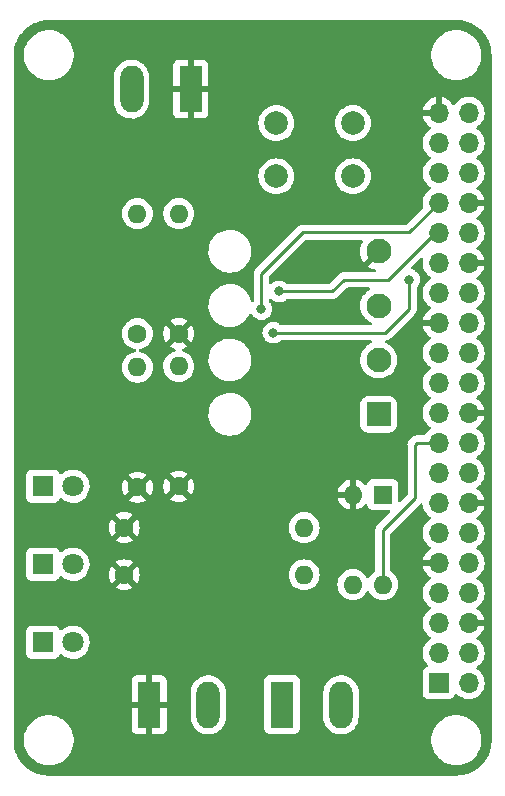
<source format=gbl>
G04 #@! TF.GenerationSoftware,KiCad,Pcbnew,(6.0.7-1)-1*
G04 #@! TF.CreationDate,2022-10-15T14:15:15+02:00*
G04 #@! TF.ProjectId,PicoWeather,5069636f-5765-4617-9468-65722e6b6963,rev?*
G04 #@! TF.SameCoordinates,Original*
G04 #@! TF.FileFunction,Copper,L2,Bot*
G04 #@! TF.FilePolarity,Positive*
%FSLAX46Y46*%
G04 Gerber Fmt 4.6, Leading zero omitted, Abs format (unit mm)*
G04 Created by KiCad (PCBNEW (6.0.7-1)-1) date 2022-10-15 14:15:15*
%MOMM*%
%LPD*%
G01*
G04 APERTURE LIST*
G04 Aperture macros list*
%AMRoundRect*
0 Rectangle with rounded corners*
0 $1 Rounding radius*
0 $2 $3 $4 $5 $6 $7 $8 $9 X,Y pos of 4 corners*
0 Add a 4 corners polygon primitive as box body*
4,1,4,$2,$3,$4,$5,$6,$7,$8,$9,$2,$3,0*
0 Add four circle primitives for the rounded corners*
1,1,$1+$1,$2,$3*
1,1,$1+$1,$4,$5*
1,1,$1+$1,$6,$7*
1,1,$1+$1,$8,$9*
0 Add four rect primitives between the rounded corners*
20,1,$1+$1,$2,$3,$4,$5,0*
20,1,$1+$1,$4,$5,$6,$7,0*
20,1,$1+$1,$6,$7,$8,$9,0*
20,1,$1+$1,$8,$9,$2,$3,0*%
G04 Aperture macros list end*
G04 #@! TA.AperFunction,ComponentPad*
%ADD10C,1.600000*%
G04 #@! TD*
G04 #@! TA.AperFunction,ComponentPad*
%ADD11O,1.600000X1.600000*%
G04 #@! TD*
G04 #@! TA.AperFunction,ComponentPad*
%ADD12R,1.800000X1.800000*%
G04 #@! TD*
G04 #@! TA.AperFunction,ComponentPad*
%ADD13C,1.800000*%
G04 #@! TD*
G04 #@! TA.AperFunction,ComponentPad*
%ADD14R,1.600000X1.600000*%
G04 #@! TD*
G04 #@! TA.AperFunction,ComponentPad*
%ADD15R,1.980000X3.960000*%
G04 #@! TD*
G04 #@! TA.AperFunction,ComponentPad*
%ADD16O,1.980000X3.960000*%
G04 #@! TD*
G04 #@! TA.AperFunction,ComponentPad*
%ADD17C,2.000000*%
G04 #@! TD*
G04 #@! TA.AperFunction,ComponentPad*
%ADD18R,1.700000X1.700000*%
G04 #@! TD*
G04 #@! TA.AperFunction,ComponentPad*
%ADD19O,1.700000X1.700000*%
G04 #@! TD*
G04 #@! TA.AperFunction,ComponentPad*
%ADD20RoundRect,0.250001X0.799999X-0.799999X0.799999X0.799999X-0.799999X0.799999X-0.799999X-0.799999X0*%
G04 #@! TD*
G04 #@! TA.AperFunction,ComponentPad*
%ADD21C,2.100000*%
G04 #@! TD*
G04 #@! TA.AperFunction,ViaPad*
%ADD22C,0.800000*%
G04 #@! TD*
G04 #@! TA.AperFunction,ViaPad*
%ADD23C,1.200000*%
G04 #@! TD*
G04 #@! TA.AperFunction,Conductor*
%ADD24C,0.250000*%
G04 #@! TD*
G04 APERTURE END LIST*
D10*
X68380000Y-97500000D03*
D11*
X83620000Y-97500000D03*
D12*
X61500000Y-103208000D03*
D13*
X64040000Y-103208000D03*
D14*
X90275000Y-90700000D03*
D11*
X87735000Y-90700000D03*
X87735000Y-98320000D03*
X90275000Y-98320000D03*
D15*
X70500000Y-108500000D03*
D16*
X75500000Y-108500000D03*
D10*
X68380000Y-93500000D03*
D11*
X83620000Y-93500000D03*
D15*
X81735000Y-108500000D03*
D16*
X86735000Y-108500000D03*
D12*
X61500000Y-96604000D03*
D13*
X64040000Y-96604000D03*
D12*
X61500000Y-90000000D03*
D13*
X64040000Y-90000000D03*
D17*
X81250000Y-59250000D03*
X87750000Y-59250000D03*
X81250000Y-63750000D03*
X87750000Y-63750000D03*
D10*
X73000000Y-90000000D03*
D11*
X73000000Y-79840000D03*
D18*
X95000000Y-106650000D03*
D19*
X97540000Y-106650000D03*
X95000000Y-104110000D03*
X97540000Y-104110000D03*
X95000000Y-101570000D03*
X97540000Y-101570000D03*
X95000000Y-99030000D03*
X97540000Y-99030000D03*
X95000000Y-96490000D03*
X97540000Y-96490000D03*
X95000000Y-93950000D03*
X97540000Y-93950000D03*
X95000000Y-91410000D03*
X97540000Y-91410000D03*
X95000000Y-88870000D03*
X97540000Y-88870000D03*
X95000000Y-86330000D03*
X97540000Y-86330000D03*
X95000000Y-83790000D03*
X97540000Y-83790000D03*
X95000000Y-81250000D03*
X97540000Y-81250000D03*
X95000000Y-78710000D03*
X97540000Y-78710000D03*
X95000000Y-76170000D03*
X97540000Y-76170000D03*
X95000000Y-73630000D03*
X97540000Y-73630000D03*
X95000000Y-71090000D03*
X97540000Y-71090000D03*
X95000000Y-68550000D03*
X97540000Y-68550000D03*
X95000000Y-66010000D03*
X97540000Y-66010000D03*
X95000000Y-63470000D03*
X97540000Y-63470000D03*
X95000000Y-60930000D03*
X97540000Y-60930000D03*
X95000000Y-58390000D03*
X97540000Y-58390000D03*
D10*
X69500000Y-90080000D03*
D11*
X69500000Y-79920000D03*
D10*
X69500000Y-77080000D03*
D11*
X69500000Y-66920000D03*
D15*
X74000000Y-56372000D03*
D16*
X69000000Y-56372000D03*
D10*
X73000000Y-77080000D03*
D11*
X73000000Y-66920000D03*
D20*
X89925000Y-83900000D03*
D21*
X89925000Y-79300000D03*
X89925000Y-74700000D03*
X89925000Y-70100000D03*
D22*
X81500000Y-73500000D03*
X80000000Y-75000000D03*
X92500000Y-72500000D03*
X81000000Y-77000000D03*
D23*
X89500000Y-66500000D03*
D24*
X86000000Y-73500000D02*
X81500000Y-73500000D01*
X94681644Y-68550000D02*
X90731644Y-72500000D01*
X90731644Y-72500000D02*
X87000000Y-72500000D01*
X95000000Y-68550000D02*
X94681644Y-68550000D01*
X87000000Y-72500000D02*
X86000000Y-73500000D01*
X80000000Y-75000000D02*
X80000000Y-72000000D01*
X92510000Y-68500000D02*
X95000000Y-66010000D01*
X83500000Y-68500000D02*
X92510000Y-68500000D01*
X80000000Y-72000000D02*
X83500000Y-68500000D01*
X92500000Y-72500000D02*
X92500000Y-75000000D01*
X92500000Y-75000000D02*
X90500000Y-77000000D01*
X90500000Y-77000000D02*
X81000000Y-77000000D01*
X93000000Y-91000000D02*
X90275000Y-93725000D01*
X95000000Y-86330000D02*
X93170000Y-86330000D01*
X93170000Y-86330000D02*
X93000000Y-86500000D01*
X93000000Y-86500000D02*
X93000000Y-91000000D01*
X90275000Y-93725000D02*
X90275000Y-98320000D01*
G04 #@! TA.AperFunction,Conductor*
G36*
X96470018Y-50510000D02*
G01*
X96484851Y-50512310D01*
X96484855Y-50512310D01*
X96493724Y-50513691D01*
X96512436Y-50511244D01*
X96535366Y-50510353D01*
X96806103Y-50524542D01*
X96819209Y-50525919D01*
X97034134Y-50559960D01*
X97115445Y-50572838D01*
X97128345Y-50575580D01*
X97273196Y-50614392D01*
X97418052Y-50653207D01*
X97430586Y-50657279D01*
X97710587Y-50764762D01*
X97722635Y-50770126D01*
X97989870Y-50906289D01*
X98001286Y-50912880D01*
X98252832Y-51076236D01*
X98263495Y-51083984D01*
X98496573Y-51272727D01*
X98506374Y-51281552D01*
X98718448Y-51493626D01*
X98727273Y-51503427D01*
X98887916Y-51701804D01*
X98916016Y-51736505D01*
X98923764Y-51747168D01*
X99006472Y-51874527D01*
X99087117Y-51998709D01*
X99093711Y-52010130D01*
X99229874Y-52277365D01*
X99235237Y-52289412D01*
X99330216Y-52536837D01*
X99342719Y-52569409D01*
X99346795Y-52581953D01*
X99424420Y-52871655D01*
X99427162Y-52884555D01*
X99474080Y-53180785D01*
X99475458Y-53193902D01*
X99489262Y-53457299D01*
X99487935Y-53483276D01*
X99487691Y-53484846D01*
X99487691Y-53484850D01*
X99486309Y-53493724D01*
X99487473Y-53502626D01*
X99487473Y-53502628D01*
X99490436Y-53525283D01*
X99491500Y-53541621D01*
X99491500Y-111450633D01*
X99490000Y-111470018D01*
X99487690Y-111484851D01*
X99487690Y-111484855D01*
X99486309Y-111493724D01*
X99488135Y-111507683D01*
X99488756Y-111512433D01*
X99489647Y-111535366D01*
X99483166Y-111659036D01*
X99475458Y-111806099D01*
X99474080Y-111819215D01*
X99427162Y-112115445D01*
X99424420Y-112128345D01*
X99346795Y-112418047D01*
X99342721Y-112430586D01*
X99325592Y-112475208D01*
X99235238Y-112710587D01*
X99229874Y-112722635D01*
X99093711Y-112989870D01*
X99087120Y-113001286D01*
X98923764Y-113252832D01*
X98916018Y-113263492D01*
X98882173Y-113305287D01*
X98727273Y-113496573D01*
X98718448Y-113506374D01*
X98506374Y-113718448D01*
X98496573Y-113727273D01*
X98263495Y-113916016D01*
X98252832Y-113923764D01*
X98001286Y-114087120D01*
X97989870Y-114093711D01*
X97722635Y-114229874D01*
X97710588Y-114235237D01*
X97430586Y-114342721D01*
X97418052Y-114346793D01*
X97273196Y-114385607D01*
X97128345Y-114424420D01*
X97115445Y-114427162D01*
X97034134Y-114440040D01*
X96819209Y-114474081D01*
X96806101Y-114475458D01*
X96730937Y-114479397D01*
X96542701Y-114489262D01*
X96516724Y-114487935D01*
X96515154Y-114487691D01*
X96515150Y-114487691D01*
X96506276Y-114486309D01*
X96497374Y-114487473D01*
X96497372Y-114487473D01*
X96482323Y-114489441D01*
X96474714Y-114490436D01*
X96458379Y-114491500D01*
X62049367Y-114491500D01*
X62029982Y-114490000D01*
X62015149Y-114487690D01*
X62015145Y-114487690D01*
X62006276Y-114486309D01*
X61987564Y-114488756D01*
X61964634Y-114489647D01*
X61693897Y-114475458D01*
X61680791Y-114474081D01*
X61465866Y-114440040D01*
X61384555Y-114427162D01*
X61371655Y-114424420D01*
X61226804Y-114385607D01*
X61081948Y-114346793D01*
X61069414Y-114342721D01*
X60789412Y-114235237D01*
X60777365Y-114229874D01*
X60510130Y-114093711D01*
X60498714Y-114087120D01*
X60247168Y-113923764D01*
X60236505Y-113916016D01*
X60003427Y-113727273D01*
X59993626Y-113718448D01*
X59781552Y-113506374D01*
X59772727Y-113496573D01*
X59617827Y-113305287D01*
X59583982Y-113263492D01*
X59576236Y-113252832D01*
X59412880Y-113001286D01*
X59406289Y-112989870D01*
X59270126Y-112722635D01*
X59264762Y-112710587D01*
X59174408Y-112475208D01*
X59157279Y-112430586D01*
X59153205Y-112418047D01*
X59075580Y-112128345D01*
X59072838Y-112115445D01*
X59025920Y-111819215D01*
X59024542Y-111806098D01*
X59015455Y-111632703D01*
X59890743Y-111632703D01*
X59928268Y-111917734D01*
X60004129Y-112195036D01*
X60116923Y-112459476D01*
X60264561Y-112706161D01*
X60444313Y-112930528D01*
X60652851Y-113128423D01*
X60886317Y-113296186D01*
X60890112Y-113298195D01*
X60890113Y-113298196D01*
X60911869Y-113309715D01*
X61140392Y-113430712D01*
X61410373Y-113529511D01*
X61691264Y-113590755D01*
X61719841Y-113593004D01*
X61914282Y-113608307D01*
X61914291Y-113608307D01*
X61916739Y-113608500D01*
X62072271Y-113608500D01*
X62074407Y-113608354D01*
X62074418Y-113608354D01*
X62282548Y-113594165D01*
X62282554Y-113594164D01*
X62286825Y-113593873D01*
X62291020Y-113593004D01*
X62291022Y-113593004D01*
X62427583Y-113564724D01*
X62568342Y-113535574D01*
X62839343Y-113439607D01*
X63094812Y-113307750D01*
X63098313Y-113305289D01*
X63098317Y-113305287D01*
X63212418Y-113225095D01*
X63330023Y-113142441D01*
X63540622Y-112946740D01*
X63722713Y-112724268D01*
X63872927Y-112479142D01*
X63988483Y-112215898D01*
X64067244Y-111939406D01*
X64107751Y-111654784D01*
X64107845Y-111636951D01*
X64107867Y-111632703D01*
X94390743Y-111632703D01*
X94428268Y-111917734D01*
X94504129Y-112195036D01*
X94616923Y-112459476D01*
X94764561Y-112706161D01*
X94944313Y-112930528D01*
X95152851Y-113128423D01*
X95386317Y-113296186D01*
X95390112Y-113298195D01*
X95390113Y-113298196D01*
X95411869Y-113309715D01*
X95640392Y-113430712D01*
X95910373Y-113529511D01*
X96191264Y-113590755D01*
X96219841Y-113593004D01*
X96414282Y-113608307D01*
X96414291Y-113608307D01*
X96416739Y-113608500D01*
X96572271Y-113608500D01*
X96574407Y-113608354D01*
X96574418Y-113608354D01*
X96782548Y-113594165D01*
X96782554Y-113594164D01*
X96786825Y-113593873D01*
X96791020Y-113593004D01*
X96791022Y-113593004D01*
X96927583Y-113564724D01*
X97068342Y-113535574D01*
X97339343Y-113439607D01*
X97594812Y-113307750D01*
X97598313Y-113305289D01*
X97598317Y-113305287D01*
X97712418Y-113225095D01*
X97830023Y-113142441D01*
X98040622Y-112946740D01*
X98222713Y-112724268D01*
X98372927Y-112479142D01*
X98488483Y-112215898D01*
X98567244Y-111939406D01*
X98607751Y-111654784D01*
X98607845Y-111636951D01*
X98609235Y-111371583D01*
X98609235Y-111371576D01*
X98609257Y-111367297D01*
X98571732Y-111082266D01*
X98495871Y-110804964D01*
X98465452Y-110733649D01*
X98384763Y-110544476D01*
X98384761Y-110544472D01*
X98383077Y-110540524D01*
X98235439Y-110293839D01*
X98055687Y-110069472D01*
X97847149Y-109871577D01*
X97613683Y-109703814D01*
X97591843Y-109692250D01*
X97568654Y-109679972D01*
X97359608Y-109569288D01*
X97089627Y-109470489D01*
X96808736Y-109409245D01*
X96777685Y-109406801D01*
X96585718Y-109391693D01*
X96585709Y-109391693D01*
X96583261Y-109391500D01*
X96427729Y-109391500D01*
X96425593Y-109391646D01*
X96425582Y-109391646D01*
X96217452Y-109405835D01*
X96217446Y-109405836D01*
X96213175Y-109406127D01*
X96208980Y-109406996D01*
X96208978Y-109406996D01*
X96072416Y-109435277D01*
X95931658Y-109464426D01*
X95660657Y-109560393D01*
X95405188Y-109692250D01*
X95401687Y-109694711D01*
X95401683Y-109694713D01*
X95391594Y-109701804D01*
X95169977Y-109857559D01*
X94959378Y-110053260D01*
X94777287Y-110275732D01*
X94627073Y-110520858D01*
X94625347Y-110524791D01*
X94625346Y-110524792D01*
X94528721Y-110744910D01*
X94511517Y-110784102D01*
X94432756Y-111060594D01*
X94392249Y-111345216D01*
X94392227Y-111349505D01*
X94392226Y-111349512D01*
X94391195Y-111546410D01*
X94390743Y-111632703D01*
X64107867Y-111632703D01*
X64109235Y-111371583D01*
X64109235Y-111371576D01*
X64109257Y-111367297D01*
X64071732Y-111082266D01*
X63995871Y-110804964D01*
X63965452Y-110733649D01*
X63884763Y-110544476D01*
X63884761Y-110544472D01*
X63883077Y-110540524D01*
X63873588Y-110524669D01*
X69002001Y-110524669D01*
X69002371Y-110531490D01*
X69007895Y-110582352D01*
X69011521Y-110597604D01*
X69056676Y-110718054D01*
X69065214Y-110733649D01*
X69141715Y-110835724D01*
X69154276Y-110848285D01*
X69256351Y-110924786D01*
X69271946Y-110933324D01*
X69392394Y-110978478D01*
X69407649Y-110982105D01*
X69458514Y-110987631D01*
X69465328Y-110988000D01*
X70227885Y-110988000D01*
X70243124Y-110983525D01*
X70244329Y-110982135D01*
X70246000Y-110974452D01*
X70246000Y-110969884D01*
X70754000Y-110969884D01*
X70758475Y-110985123D01*
X70759865Y-110986328D01*
X70767548Y-110987999D01*
X71534669Y-110987999D01*
X71541490Y-110987629D01*
X71592352Y-110982105D01*
X71607604Y-110978479D01*
X71728054Y-110933324D01*
X71743649Y-110924786D01*
X71845724Y-110848285D01*
X71858285Y-110835724D01*
X71934786Y-110733649D01*
X71943324Y-110718054D01*
X71988478Y-110597606D01*
X71992105Y-110582351D01*
X71997631Y-110531486D01*
X71998000Y-110524672D01*
X71998000Y-109552469D01*
X74001500Y-109552469D01*
X74001712Y-109555042D01*
X74001712Y-109555053D01*
X74016131Y-109730432D01*
X74016132Y-109730438D01*
X74016555Y-109735583D01*
X74076584Y-109974570D01*
X74078642Y-109979303D01*
X74078643Y-109979306D01*
X74119302Y-110072814D01*
X74174840Y-110200544D01*
X74177644Y-110204878D01*
X74177646Y-110204882D01*
X74305874Y-110403092D01*
X74305879Y-110403098D01*
X74308685Y-110407436D01*
X74474523Y-110589690D01*
X74478574Y-110592889D01*
X74478578Y-110592893D01*
X74509763Y-110617521D01*
X74667901Y-110742410D01*
X74736303Y-110780170D01*
X74859692Y-110848285D01*
X74883625Y-110861497D01*
X75115903Y-110943750D01*
X75120995Y-110944657D01*
X75353407Y-110986057D01*
X75353411Y-110986057D01*
X75358495Y-110986963D01*
X75437914Y-110987933D01*
X75599718Y-110989910D01*
X75599720Y-110989910D01*
X75604888Y-110989973D01*
X75848464Y-110952701D01*
X76082682Y-110876147D01*
X76087270Y-110873759D01*
X76087274Y-110873757D01*
X76296663Y-110764756D01*
X76296664Y-110764755D01*
X76301252Y-110762367D01*
X76305385Y-110759264D01*
X76305388Y-110759262D01*
X76494168Y-110617521D01*
X76494170Y-110617519D01*
X76498303Y-110614416D01*
X76580756Y-110528134D01*
X80236500Y-110528134D01*
X80243255Y-110590316D01*
X80294385Y-110726705D01*
X80381739Y-110843261D01*
X80498295Y-110930615D01*
X80634684Y-110981745D01*
X80696866Y-110988500D01*
X82773134Y-110988500D01*
X82835316Y-110981745D01*
X82971705Y-110930615D01*
X83088261Y-110843261D01*
X83175615Y-110726705D01*
X83226745Y-110590316D01*
X83233500Y-110528134D01*
X83233500Y-109552469D01*
X85236500Y-109552469D01*
X85236712Y-109555042D01*
X85236712Y-109555053D01*
X85251131Y-109730432D01*
X85251132Y-109730438D01*
X85251555Y-109735583D01*
X85311584Y-109974570D01*
X85313642Y-109979303D01*
X85313643Y-109979306D01*
X85354302Y-110072814D01*
X85409840Y-110200544D01*
X85412644Y-110204878D01*
X85412646Y-110204882D01*
X85540874Y-110403092D01*
X85540879Y-110403098D01*
X85543685Y-110407436D01*
X85709523Y-110589690D01*
X85713574Y-110592889D01*
X85713578Y-110592893D01*
X85744763Y-110617521D01*
X85902901Y-110742410D01*
X85971303Y-110780170D01*
X86094692Y-110848285D01*
X86118625Y-110861497D01*
X86350903Y-110943750D01*
X86355995Y-110944657D01*
X86588407Y-110986057D01*
X86588411Y-110986057D01*
X86593495Y-110986963D01*
X86672914Y-110987933D01*
X86834718Y-110989910D01*
X86834720Y-110989910D01*
X86839888Y-110989973D01*
X87083464Y-110952701D01*
X87317682Y-110876147D01*
X87322270Y-110873759D01*
X87322274Y-110873757D01*
X87531663Y-110764756D01*
X87531664Y-110764755D01*
X87536252Y-110762367D01*
X87540385Y-110759264D01*
X87540388Y-110759262D01*
X87729168Y-110617521D01*
X87729170Y-110617519D01*
X87733303Y-110614416D01*
X87903545Y-110436269D01*
X87926177Y-110403092D01*
X88039485Y-110236989D01*
X88039488Y-110236984D01*
X88042404Y-110232709D01*
X88044580Y-110228020D01*
X88044584Y-110228014D01*
X88143975Y-110013894D01*
X88143977Y-110013889D01*
X88146152Y-110009203D01*
X88155757Y-109974570D01*
X88210623Y-109776726D01*
X88210623Y-109776725D01*
X88212002Y-109771753D01*
X88233500Y-109570594D01*
X88233500Y-107447531D01*
X88231736Y-107426071D01*
X88218869Y-107269568D01*
X88218868Y-107269562D01*
X88218445Y-107264417D01*
X88158416Y-107025430D01*
X88156357Y-107020694D01*
X88062220Y-106804193D01*
X88062218Y-106804190D01*
X88060160Y-106799456D01*
X88042389Y-106771986D01*
X87929126Y-106596908D01*
X87929121Y-106596902D01*
X87926315Y-106592564D01*
X87760477Y-106410310D01*
X87756426Y-106407111D01*
X87756422Y-106407107D01*
X87597939Y-106281946D01*
X87567099Y-106257590D01*
X87473561Y-106205954D01*
X87355906Y-106141004D01*
X87355903Y-106141003D01*
X87351375Y-106138503D01*
X87119097Y-106056250D01*
X87064457Y-106046517D01*
X86881593Y-106013943D01*
X86881589Y-106013943D01*
X86876505Y-106013037D01*
X86791700Y-106012001D01*
X86635282Y-106010090D01*
X86635280Y-106010090D01*
X86630112Y-106010027D01*
X86386536Y-106047299D01*
X86152318Y-106123853D01*
X86147730Y-106126241D01*
X86147726Y-106126243D01*
X85938337Y-106235244D01*
X85933748Y-106237633D01*
X85929615Y-106240736D01*
X85929612Y-106240738D01*
X85740832Y-106382479D01*
X85736697Y-106385584D01*
X85566455Y-106563731D01*
X85563541Y-106568003D01*
X85563540Y-106568004D01*
X85430515Y-106763011D01*
X85430512Y-106763016D01*
X85427596Y-106767291D01*
X85425420Y-106771980D01*
X85425416Y-106771986D01*
X85326025Y-106986106D01*
X85323848Y-106990797D01*
X85322468Y-106995775D01*
X85322466Y-106995779D01*
X85312854Y-107030441D01*
X85257998Y-107228247D01*
X85236500Y-107429406D01*
X85236500Y-109552469D01*
X83233500Y-109552469D01*
X83233500Y-106471866D01*
X83226745Y-106409684D01*
X83175615Y-106273295D01*
X83088261Y-106156739D01*
X82971705Y-106069385D01*
X82835316Y-106018255D01*
X82773134Y-106011500D01*
X80696866Y-106011500D01*
X80634684Y-106018255D01*
X80498295Y-106069385D01*
X80381739Y-106156739D01*
X80294385Y-106273295D01*
X80243255Y-106409684D01*
X80236500Y-106471866D01*
X80236500Y-110528134D01*
X76580756Y-110528134D01*
X76668545Y-110436269D01*
X76691177Y-110403092D01*
X76804485Y-110236989D01*
X76804488Y-110236984D01*
X76807404Y-110232709D01*
X76809580Y-110228020D01*
X76809584Y-110228014D01*
X76908975Y-110013894D01*
X76908977Y-110013889D01*
X76911152Y-110009203D01*
X76920757Y-109974570D01*
X76975623Y-109776726D01*
X76975623Y-109776725D01*
X76977002Y-109771753D01*
X76998500Y-109570594D01*
X76998500Y-107447531D01*
X76996736Y-107426071D01*
X76983869Y-107269568D01*
X76983868Y-107269562D01*
X76983445Y-107264417D01*
X76923416Y-107025430D01*
X76921357Y-107020694D01*
X76827220Y-106804193D01*
X76827218Y-106804190D01*
X76825160Y-106799456D01*
X76807389Y-106771986D01*
X76694126Y-106596908D01*
X76694121Y-106596902D01*
X76691315Y-106592564D01*
X76525477Y-106410310D01*
X76521426Y-106407111D01*
X76521422Y-106407107D01*
X76362939Y-106281946D01*
X76332099Y-106257590D01*
X76238561Y-106205954D01*
X76120906Y-106141004D01*
X76120903Y-106141003D01*
X76116375Y-106138503D01*
X75884097Y-106056250D01*
X75829457Y-106046517D01*
X75646593Y-106013943D01*
X75646589Y-106013943D01*
X75641505Y-106013037D01*
X75556700Y-106012001D01*
X75400282Y-106010090D01*
X75400280Y-106010090D01*
X75395112Y-106010027D01*
X75151536Y-106047299D01*
X74917318Y-106123853D01*
X74912730Y-106126241D01*
X74912726Y-106126243D01*
X74703337Y-106235244D01*
X74698748Y-106237633D01*
X74694615Y-106240736D01*
X74694612Y-106240738D01*
X74505832Y-106382479D01*
X74501697Y-106385584D01*
X74331455Y-106563731D01*
X74328541Y-106568003D01*
X74328540Y-106568004D01*
X74195515Y-106763011D01*
X74195512Y-106763016D01*
X74192596Y-106767291D01*
X74190420Y-106771980D01*
X74190416Y-106771986D01*
X74091025Y-106986106D01*
X74088848Y-106990797D01*
X74087468Y-106995775D01*
X74087466Y-106995779D01*
X74077854Y-107030441D01*
X74022998Y-107228247D01*
X74001500Y-107429406D01*
X74001500Y-109552469D01*
X71998000Y-109552469D01*
X71998000Y-108772115D01*
X71993525Y-108756876D01*
X71992135Y-108755671D01*
X71984452Y-108754000D01*
X70772115Y-108754000D01*
X70756876Y-108758475D01*
X70755671Y-108759865D01*
X70754000Y-108767548D01*
X70754000Y-110969884D01*
X70246000Y-110969884D01*
X70246000Y-108772115D01*
X70241525Y-108756876D01*
X70240135Y-108755671D01*
X70232452Y-108754000D01*
X69020116Y-108754000D01*
X69004877Y-108758475D01*
X69003672Y-108759865D01*
X69002001Y-108767548D01*
X69002001Y-110524669D01*
X63873588Y-110524669D01*
X63735439Y-110293839D01*
X63555687Y-110069472D01*
X63347149Y-109871577D01*
X63113683Y-109703814D01*
X63091843Y-109692250D01*
X63068654Y-109679972D01*
X62859608Y-109569288D01*
X62589627Y-109470489D01*
X62308736Y-109409245D01*
X62277685Y-109406801D01*
X62085718Y-109391693D01*
X62085709Y-109391693D01*
X62083261Y-109391500D01*
X61927729Y-109391500D01*
X61925593Y-109391646D01*
X61925582Y-109391646D01*
X61717452Y-109405835D01*
X61717446Y-109405836D01*
X61713175Y-109406127D01*
X61708980Y-109406996D01*
X61708978Y-109406996D01*
X61572416Y-109435277D01*
X61431658Y-109464426D01*
X61160657Y-109560393D01*
X60905188Y-109692250D01*
X60901687Y-109694711D01*
X60901683Y-109694713D01*
X60891594Y-109701804D01*
X60669977Y-109857559D01*
X60459378Y-110053260D01*
X60277287Y-110275732D01*
X60127073Y-110520858D01*
X60125347Y-110524791D01*
X60125346Y-110524792D01*
X60028721Y-110744910D01*
X60011517Y-110784102D01*
X59932756Y-111060594D01*
X59892249Y-111345216D01*
X59892227Y-111349505D01*
X59892226Y-111349512D01*
X59891195Y-111546410D01*
X59890743Y-111632703D01*
X59015455Y-111632703D01*
X59010932Y-111546410D01*
X59012505Y-111518915D01*
X59013576Y-111512552D01*
X59013729Y-111500000D01*
X59009773Y-111472376D01*
X59008500Y-111454514D01*
X59008500Y-108227885D01*
X69002000Y-108227885D01*
X69006475Y-108243124D01*
X69007865Y-108244329D01*
X69015548Y-108246000D01*
X70227885Y-108246000D01*
X70243124Y-108241525D01*
X70244329Y-108240135D01*
X70246000Y-108232452D01*
X70246000Y-108227885D01*
X70754000Y-108227885D01*
X70758475Y-108243124D01*
X70759865Y-108244329D01*
X70767548Y-108246000D01*
X71979884Y-108246000D01*
X71995123Y-108241525D01*
X71996328Y-108240135D01*
X71997999Y-108232452D01*
X71997999Y-106475331D01*
X71997629Y-106468510D01*
X71992105Y-106417648D01*
X71988479Y-106402396D01*
X71943324Y-106281946D01*
X71934786Y-106266351D01*
X71858285Y-106164276D01*
X71845724Y-106151715D01*
X71743649Y-106075214D01*
X71728054Y-106066676D01*
X71607606Y-106021522D01*
X71592351Y-106017895D01*
X71541486Y-106012369D01*
X71534672Y-106012000D01*
X70772115Y-106012000D01*
X70756876Y-106016475D01*
X70755671Y-106017865D01*
X70754000Y-106025548D01*
X70754000Y-108227885D01*
X70246000Y-108227885D01*
X70246000Y-106030116D01*
X70241525Y-106014877D01*
X70240135Y-106013672D01*
X70232452Y-106012001D01*
X69465331Y-106012001D01*
X69458510Y-106012371D01*
X69407648Y-106017895D01*
X69392396Y-106021521D01*
X69271946Y-106066676D01*
X69256351Y-106075214D01*
X69154276Y-106151715D01*
X69141715Y-106164276D01*
X69065214Y-106266351D01*
X69056676Y-106281946D01*
X69011522Y-106402394D01*
X69007895Y-106417649D01*
X69002369Y-106468514D01*
X69002000Y-106475328D01*
X69002000Y-108227885D01*
X59008500Y-108227885D01*
X59008500Y-104156134D01*
X60091500Y-104156134D01*
X60098255Y-104218316D01*
X60149385Y-104354705D01*
X60236739Y-104471261D01*
X60353295Y-104558615D01*
X60489684Y-104609745D01*
X60551866Y-104616500D01*
X62448134Y-104616500D01*
X62510316Y-104609745D01*
X62646705Y-104558615D01*
X62763261Y-104471261D01*
X62850615Y-104354705D01*
X62875180Y-104289178D01*
X62917822Y-104232414D01*
X62984383Y-104207714D01*
X63053732Y-104222921D01*
X63073647Y-104236464D01*
X63205942Y-104346297D01*
X63229349Y-104365730D01*
X63429322Y-104482584D01*
X63645694Y-104565209D01*
X63650760Y-104566240D01*
X63650761Y-104566240D01*
X63703846Y-104577040D01*
X63872656Y-104611385D01*
X64002089Y-104616131D01*
X64098949Y-104619683D01*
X64098953Y-104619683D01*
X64104113Y-104619872D01*
X64109233Y-104619216D01*
X64109235Y-104619216D01*
X64183166Y-104609745D01*
X64333847Y-104590442D01*
X64338795Y-104588957D01*
X64338802Y-104588956D01*
X64550747Y-104525369D01*
X64555690Y-104523886D01*
X64636236Y-104484427D01*
X64759049Y-104424262D01*
X64759052Y-104424260D01*
X64763684Y-104421991D01*
X64952243Y-104287494D01*
X65116303Y-104124005D01*
X65251458Y-103935917D01*
X65277937Y-103882342D01*
X65351784Y-103732922D01*
X65351785Y-103732920D01*
X65354078Y-103728280D01*
X65421408Y-103506671D01*
X65451640Y-103277041D01*
X65452144Y-103256403D01*
X65453245Y-103211365D01*
X65453245Y-103211361D01*
X65453327Y-103208000D01*
X65443423Y-103087530D01*
X65434773Y-102982318D01*
X65434772Y-102982312D01*
X65434349Y-102977167D01*
X65377925Y-102752533D01*
X65367781Y-102729203D01*
X65287630Y-102544868D01*
X65287628Y-102544865D01*
X65285570Y-102540131D01*
X65159764Y-102345665D01*
X65003887Y-102174358D01*
X64999836Y-102171159D01*
X64999832Y-102171155D01*
X64826177Y-102034011D01*
X64826172Y-102034008D01*
X64822123Y-102030810D01*
X64817607Y-102028317D01*
X64817604Y-102028315D01*
X64623879Y-101921373D01*
X64623875Y-101921371D01*
X64619355Y-101918876D01*
X64614486Y-101917152D01*
X64614482Y-101917150D01*
X64405903Y-101843288D01*
X64405899Y-101843287D01*
X64401028Y-101841562D01*
X64395935Y-101840655D01*
X64395932Y-101840654D01*
X64178095Y-101801851D01*
X64178089Y-101801850D01*
X64173006Y-101800945D01*
X64100096Y-101800054D01*
X63946581Y-101798179D01*
X63946579Y-101798179D01*
X63941411Y-101798116D01*
X63712464Y-101833150D01*
X63492314Y-101905106D01*
X63487726Y-101907494D01*
X63487722Y-101907496D01*
X63352979Y-101977639D01*
X63286872Y-102012052D01*
X63282739Y-102015155D01*
X63282736Y-102015157D01*
X63134319Y-102126592D01*
X63101655Y-102151117D01*
X63084170Y-102169414D01*
X63022646Y-102204844D01*
X62951733Y-102201387D01*
X62893947Y-102160141D01*
X62875094Y-102126592D01*
X62853768Y-102069705D01*
X62853767Y-102069703D01*
X62850615Y-102061295D01*
X62763261Y-101944739D01*
X62646705Y-101857385D01*
X62510316Y-101806255D01*
X62448134Y-101799500D01*
X60551866Y-101799500D01*
X60489684Y-101806255D01*
X60353295Y-101857385D01*
X60236739Y-101944739D01*
X60149385Y-102061295D01*
X60098255Y-102197684D01*
X60091500Y-102259866D01*
X60091500Y-104156134D01*
X59008500Y-104156134D01*
X59008500Y-98586062D01*
X67658493Y-98586062D01*
X67667789Y-98598077D01*
X67718994Y-98633931D01*
X67728489Y-98639414D01*
X67925947Y-98731490D01*
X67936239Y-98735236D01*
X68146688Y-98791625D01*
X68157481Y-98793528D01*
X68374525Y-98812517D01*
X68385475Y-98812517D01*
X68602519Y-98793528D01*
X68613312Y-98791625D01*
X68823761Y-98735236D01*
X68834053Y-98731490D01*
X69031511Y-98639414D01*
X69041006Y-98633931D01*
X69093048Y-98597491D01*
X69101424Y-98587012D01*
X69094356Y-98573566D01*
X68392812Y-97872022D01*
X68378868Y-97864408D01*
X68377035Y-97864539D01*
X68370420Y-97868790D01*
X67664923Y-98574287D01*
X67658493Y-98586062D01*
X59008500Y-98586062D01*
X59008500Y-97552134D01*
X60091500Y-97552134D01*
X60098255Y-97614316D01*
X60149385Y-97750705D01*
X60236739Y-97867261D01*
X60353295Y-97954615D01*
X60489684Y-98005745D01*
X60551866Y-98012500D01*
X62448134Y-98012500D01*
X62510316Y-98005745D01*
X62646705Y-97954615D01*
X62763261Y-97867261D01*
X62850615Y-97750705D01*
X62875180Y-97685178D01*
X62917822Y-97628414D01*
X62984383Y-97603714D01*
X63053732Y-97618921D01*
X63073647Y-97632464D01*
X63182119Y-97722519D01*
X63229349Y-97761730D01*
X63429322Y-97878584D01*
X63645694Y-97961209D01*
X63650760Y-97962240D01*
X63650761Y-97962240D01*
X63703846Y-97973040D01*
X63872656Y-98007385D01*
X64002089Y-98012131D01*
X64098949Y-98015683D01*
X64098953Y-98015683D01*
X64104113Y-98015872D01*
X64109233Y-98015216D01*
X64109235Y-98015216D01*
X64196397Y-98004050D01*
X64333847Y-97986442D01*
X64338795Y-97984957D01*
X64338802Y-97984956D01*
X64550747Y-97921369D01*
X64555690Y-97919886D01*
X64560324Y-97917616D01*
X64759049Y-97820262D01*
X64759052Y-97820260D01*
X64763684Y-97817991D01*
X64952243Y-97683494D01*
X65116303Y-97520005D01*
X65126744Y-97505475D01*
X67067483Y-97505475D01*
X67086472Y-97722519D01*
X67088375Y-97733312D01*
X67144764Y-97943761D01*
X67148510Y-97954053D01*
X67240586Y-98151511D01*
X67246069Y-98161006D01*
X67282509Y-98213048D01*
X67292988Y-98221424D01*
X67306434Y-98214356D01*
X68007978Y-97512812D01*
X68014356Y-97501132D01*
X68744408Y-97501132D01*
X68744539Y-97502965D01*
X68748790Y-97509580D01*
X69454287Y-98215077D01*
X69466062Y-98221507D01*
X69478077Y-98212211D01*
X69513931Y-98161006D01*
X69519414Y-98151511D01*
X69611490Y-97954053D01*
X69615236Y-97943761D01*
X69671625Y-97733312D01*
X69673528Y-97722519D01*
X69692517Y-97505475D01*
X69692517Y-97500000D01*
X82306502Y-97500000D01*
X82326457Y-97728087D01*
X82327881Y-97733400D01*
X82327881Y-97733402D01*
X82377242Y-97917616D01*
X82385716Y-97949243D01*
X82388039Y-97954224D01*
X82388039Y-97954225D01*
X82480151Y-98151762D01*
X82480154Y-98151767D01*
X82482477Y-98156749D01*
X82514594Y-98202617D01*
X82603522Y-98329618D01*
X82613802Y-98344300D01*
X82775700Y-98506198D01*
X82780208Y-98509355D01*
X82780211Y-98509357D01*
X82843114Y-98553402D01*
X82963251Y-98637523D01*
X82968233Y-98639846D01*
X82968238Y-98639849D01*
X83164765Y-98731490D01*
X83170757Y-98734284D01*
X83176065Y-98735706D01*
X83176067Y-98735707D01*
X83386598Y-98792119D01*
X83386600Y-98792119D01*
X83391913Y-98793543D01*
X83620000Y-98813498D01*
X83848087Y-98793543D01*
X83853400Y-98792119D01*
X83853402Y-98792119D01*
X84063933Y-98735707D01*
X84063935Y-98735706D01*
X84069243Y-98734284D01*
X84075235Y-98731490D01*
X84271762Y-98639849D01*
X84271767Y-98639846D01*
X84276749Y-98637523D01*
X84396886Y-98553402D01*
X84459789Y-98509357D01*
X84459792Y-98509355D01*
X84464300Y-98506198D01*
X84626198Y-98344300D01*
X84636479Y-98329618D01*
X84725406Y-98202617D01*
X84757523Y-98156749D01*
X84759846Y-98151767D01*
X84759849Y-98151762D01*
X84851961Y-97954225D01*
X84851961Y-97954224D01*
X84854284Y-97949243D01*
X84862759Y-97917616D01*
X84912119Y-97733402D01*
X84912119Y-97733400D01*
X84913543Y-97728087D01*
X84933498Y-97500000D01*
X84913543Y-97271913D01*
X84890908Y-97187438D01*
X84855707Y-97056067D01*
X84855706Y-97056065D01*
X84854284Y-97050757D01*
X84842953Y-97026457D01*
X84759849Y-96848238D01*
X84759846Y-96848233D01*
X84757523Y-96843251D01*
X84640664Y-96676359D01*
X84629357Y-96660211D01*
X84629355Y-96660208D01*
X84626198Y-96655700D01*
X84464300Y-96493802D01*
X84459792Y-96490645D01*
X84459789Y-96490643D01*
X84333920Y-96402509D01*
X84276749Y-96362477D01*
X84271767Y-96360154D01*
X84271762Y-96360151D01*
X84074225Y-96268039D01*
X84074224Y-96268039D01*
X84069243Y-96265716D01*
X84063935Y-96264294D01*
X84063933Y-96264293D01*
X83853402Y-96207881D01*
X83853400Y-96207881D01*
X83848087Y-96206457D01*
X83620000Y-96186502D01*
X83391913Y-96206457D01*
X83386600Y-96207881D01*
X83386598Y-96207881D01*
X83176067Y-96264293D01*
X83176065Y-96264294D01*
X83170757Y-96265716D01*
X83165776Y-96268039D01*
X83165775Y-96268039D01*
X82968238Y-96360151D01*
X82968233Y-96360154D01*
X82963251Y-96362477D01*
X82906080Y-96402509D01*
X82780211Y-96490643D01*
X82780208Y-96490645D01*
X82775700Y-96493802D01*
X82613802Y-96655700D01*
X82610645Y-96660208D01*
X82610643Y-96660211D01*
X82599336Y-96676359D01*
X82482477Y-96843251D01*
X82480154Y-96848233D01*
X82480151Y-96848238D01*
X82397047Y-97026457D01*
X82385716Y-97050757D01*
X82384294Y-97056065D01*
X82384293Y-97056067D01*
X82349092Y-97187438D01*
X82326457Y-97271913D01*
X82306502Y-97500000D01*
X69692517Y-97500000D01*
X69692517Y-97494525D01*
X69673528Y-97277481D01*
X69671625Y-97266688D01*
X69615236Y-97056239D01*
X69611490Y-97045947D01*
X69519414Y-96848489D01*
X69513931Y-96838994D01*
X69477491Y-96786952D01*
X69467012Y-96778576D01*
X69453566Y-96785644D01*
X68752022Y-97487188D01*
X68744408Y-97501132D01*
X68014356Y-97501132D01*
X68015592Y-97498868D01*
X68015461Y-97497035D01*
X68011210Y-97490420D01*
X67305713Y-96784923D01*
X67293938Y-96778493D01*
X67281923Y-96787789D01*
X67246069Y-96838994D01*
X67240586Y-96848489D01*
X67148510Y-97045947D01*
X67144764Y-97056239D01*
X67088375Y-97266688D01*
X67086472Y-97277481D01*
X67067483Y-97494525D01*
X67067483Y-97505475D01*
X65126744Y-97505475D01*
X65128548Y-97502965D01*
X65150940Y-97471803D01*
X65251458Y-97331917D01*
X65267732Y-97298990D01*
X65351784Y-97128922D01*
X65351785Y-97128920D01*
X65354078Y-97124280D01*
X65421408Y-96902671D01*
X65451640Y-96673041D01*
X65451722Y-96669691D01*
X65453245Y-96607365D01*
X65453245Y-96607361D01*
X65453327Y-96604000D01*
X65447032Y-96527434D01*
X65437623Y-96412988D01*
X67658576Y-96412988D01*
X67665644Y-96426434D01*
X68367188Y-97127978D01*
X68381132Y-97135592D01*
X68382965Y-97135461D01*
X68389580Y-97131210D01*
X69095077Y-96425713D01*
X69101507Y-96413938D01*
X69092211Y-96401923D01*
X69041006Y-96366069D01*
X69031511Y-96360586D01*
X68834053Y-96268510D01*
X68823761Y-96264764D01*
X68613312Y-96208375D01*
X68602519Y-96206472D01*
X68385475Y-96187483D01*
X68374525Y-96187483D01*
X68157481Y-96206472D01*
X68146688Y-96208375D01*
X67936239Y-96264764D01*
X67925947Y-96268510D01*
X67728489Y-96360586D01*
X67718994Y-96366069D01*
X67666952Y-96402509D01*
X67658576Y-96412988D01*
X65437623Y-96412988D01*
X65434773Y-96378318D01*
X65434772Y-96378312D01*
X65434349Y-96373167D01*
X65392478Y-96206472D01*
X65379184Y-96153544D01*
X65379183Y-96153540D01*
X65377925Y-96148533D01*
X65335387Y-96050702D01*
X65287630Y-95940868D01*
X65287628Y-95940865D01*
X65285570Y-95936131D01*
X65159764Y-95741665D01*
X65003887Y-95570358D01*
X64999836Y-95567159D01*
X64999832Y-95567155D01*
X64826177Y-95430011D01*
X64826172Y-95430008D01*
X64822123Y-95426810D01*
X64817607Y-95424317D01*
X64817604Y-95424315D01*
X64623879Y-95317373D01*
X64623875Y-95317371D01*
X64619355Y-95314876D01*
X64614486Y-95313152D01*
X64614482Y-95313150D01*
X64405903Y-95239288D01*
X64405899Y-95239287D01*
X64401028Y-95237562D01*
X64395935Y-95236655D01*
X64395932Y-95236654D01*
X64178095Y-95197851D01*
X64178089Y-95197850D01*
X64173006Y-95196945D01*
X64100096Y-95196054D01*
X63946581Y-95194179D01*
X63946579Y-95194179D01*
X63941411Y-95194116D01*
X63712464Y-95229150D01*
X63492314Y-95301106D01*
X63487726Y-95303494D01*
X63487722Y-95303496D01*
X63291461Y-95405663D01*
X63286872Y-95408052D01*
X63282739Y-95411155D01*
X63282736Y-95411157D01*
X63134319Y-95522592D01*
X63101655Y-95547117D01*
X63084170Y-95565414D01*
X63022646Y-95600844D01*
X62951733Y-95597387D01*
X62893947Y-95556141D01*
X62875094Y-95522592D01*
X62853768Y-95465705D01*
X62853767Y-95465703D01*
X62850615Y-95457295D01*
X62763261Y-95340739D01*
X62646705Y-95253385D01*
X62510316Y-95202255D01*
X62448134Y-95195500D01*
X60551866Y-95195500D01*
X60489684Y-95202255D01*
X60353295Y-95253385D01*
X60236739Y-95340739D01*
X60149385Y-95457295D01*
X60098255Y-95593684D01*
X60091500Y-95655866D01*
X60091500Y-97552134D01*
X59008500Y-97552134D01*
X59008500Y-94586062D01*
X67658493Y-94586062D01*
X67667789Y-94598077D01*
X67718994Y-94633931D01*
X67728489Y-94639414D01*
X67925947Y-94731490D01*
X67936239Y-94735236D01*
X68146688Y-94791625D01*
X68157481Y-94793528D01*
X68374525Y-94812517D01*
X68385475Y-94812517D01*
X68602519Y-94793528D01*
X68613312Y-94791625D01*
X68823761Y-94735236D01*
X68834053Y-94731490D01*
X69031511Y-94639414D01*
X69041006Y-94633931D01*
X69093048Y-94597491D01*
X69101424Y-94587012D01*
X69094356Y-94573566D01*
X68392812Y-93872022D01*
X68378868Y-93864408D01*
X68377035Y-93864539D01*
X68370420Y-93868790D01*
X67664923Y-94574287D01*
X67658493Y-94586062D01*
X59008500Y-94586062D01*
X59008500Y-93505475D01*
X67067483Y-93505475D01*
X67086472Y-93722519D01*
X67088375Y-93733312D01*
X67144764Y-93943761D01*
X67148510Y-93954053D01*
X67240586Y-94151511D01*
X67246069Y-94161006D01*
X67282509Y-94213048D01*
X67292988Y-94221424D01*
X67306434Y-94214356D01*
X68007978Y-93512812D01*
X68014356Y-93501132D01*
X68744408Y-93501132D01*
X68744539Y-93502965D01*
X68748790Y-93509580D01*
X69454287Y-94215077D01*
X69466062Y-94221507D01*
X69478077Y-94212211D01*
X69513931Y-94161006D01*
X69519414Y-94151511D01*
X69611490Y-93954053D01*
X69615236Y-93943761D01*
X69671625Y-93733312D01*
X69673528Y-93722519D01*
X69692517Y-93505475D01*
X69692517Y-93500000D01*
X82306502Y-93500000D01*
X82326457Y-93728087D01*
X82327881Y-93733400D01*
X82327881Y-93733402D01*
X82365025Y-93872022D01*
X82385716Y-93949243D01*
X82388039Y-93954224D01*
X82388039Y-93954225D01*
X82480151Y-94151762D01*
X82480154Y-94151767D01*
X82482477Y-94156749D01*
X82613802Y-94344300D01*
X82775700Y-94506198D01*
X82780208Y-94509355D01*
X82780211Y-94509357D01*
X82852293Y-94559829D01*
X82963251Y-94637523D01*
X82968233Y-94639846D01*
X82968238Y-94639849D01*
X83164765Y-94731490D01*
X83170757Y-94734284D01*
X83176065Y-94735706D01*
X83176067Y-94735707D01*
X83386598Y-94792119D01*
X83386600Y-94792119D01*
X83391913Y-94793543D01*
X83620000Y-94813498D01*
X83848087Y-94793543D01*
X83853400Y-94792119D01*
X83853402Y-94792119D01*
X84063933Y-94735707D01*
X84063935Y-94735706D01*
X84069243Y-94734284D01*
X84075235Y-94731490D01*
X84271762Y-94639849D01*
X84271767Y-94639846D01*
X84276749Y-94637523D01*
X84387707Y-94559829D01*
X84459789Y-94509357D01*
X84459792Y-94509355D01*
X84464300Y-94506198D01*
X84626198Y-94344300D01*
X84757523Y-94156749D01*
X84759846Y-94151767D01*
X84759849Y-94151762D01*
X84851961Y-93954225D01*
X84851961Y-93954224D01*
X84854284Y-93949243D01*
X84874976Y-93872022D01*
X84912119Y-93733402D01*
X84912119Y-93733400D01*
X84913543Y-93728087D01*
X84933498Y-93500000D01*
X84913543Y-93271913D01*
X84902135Y-93229337D01*
X84855707Y-93056067D01*
X84855706Y-93056065D01*
X84854284Y-93050757D01*
X84810504Y-92956870D01*
X84759849Y-92848238D01*
X84759846Y-92848233D01*
X84757523Y-92843251D01*
X84650653Y-92690625D01*
X84629357Y-92660211D01*
X84629355Y-92660208D01*
X84626198Y-92655700D01*
X84464300Y-92493802D01*
X84459792Y-92490645D01*
X84459789Y-92490643D01*
X84333920Y-92402509D01*
X84276749Y-92362477D01*
X84271767Y-92360154D01*
X84271762Y-92360151D01*
X84074225Y-92268039D01*
X84074224Y-92268039D01*
X84069243Y-92265716D01*
X84063935Y-92264294D01*
X84063933Y-92264293D01*
X83853402Y-92207881D01*
X83853400Y-92207881D01*
X83848087Y-92206457D01*
X83620000Y-92186502D01*
X83391913Y-92206457D01*
X83386600Y-92207881D01*
X83386598Y-92207881D01*
X83176067Y-92264293D01*
X83176065Y-92264294D01*
X83170757Y-92265716D01*
X83165776Y-92268039D01*
X83165775Y-92268039D01*
X82968238Y-92360151D01*
X82968233Y-92360154D01*
X82963251Y-92362477D01*
X82906080Y-92402509D01*
X82780211Y-92490643D01*
X82780208Y-92490645D01*
X82775700Y-92493802D01*
X82613802Y-92655700D01*
X82610645Y-92660208D01*
X82610643Y-92660211D01*
X82589347Y-92690625D01*
X82482477Y-92843251D01*
X82480154Y-92848233D01*
X82480151Y-92848238D01*
X82429496Y-92956870D01*
X82385716Y-93050757D01*
X82384294Y-93056065D01*
X82384293Y-93056067D01*
X82337865Y-93229337D01*
X82326457Y-93271913D01*
X82306502Y-93500000D01*
X69692517Y-93500000D01*
X69692517Y-93494525D01*
X69673528Y-93277481D01*
X69671625Y-93266688D01*
X69615236Y-93056239D01*
X69611490Y-93045947D01*
X69519414Y-92848489D01*
X69513931Y-92838994D01*
X69477491Y-92786952D01*
X69467012Y-92778576D01*
X69453566Y-92785644D01*
X68752022Y-93487188D01*
X68744408Y-93501132D01*
X68014356Y-93501132D01*
X68015592Y-93498868D01*
X68015461Y-93497035D01*
X68011210Y-93490420D01*
X67305713Y-92784923D01*
X67293938Y-92778493D01*
X67281923Y-92787789D01*
X67246069Y-92838994D01*
X67240586Y-92848489D01*
X67148510Y-93045947D01*
X67144764Y-93056239D01*
X67088375Y-93266688D01*
X67086472Y-93277481D01*
X67067483Y-93494525D01*
X67067483Y-93505475D01*
X59008500Y-93505475D01*
X59008500Y-92412988D01*
X67658576Y-92412988D01*
X67665644Y-92426434D01*
X68367188Y-93127978D01*
X68381132Y-93135592D01*
X68382965Y-93135461D01*
X68389580Y-93131210D01*
X69095077Y-92425713D01*
X69101507Y-92413938D01*
X69092211Y-92401923D01*
X69041006Y-92366069D01*
X69031511Y-92360586D01*
X68834053Y-92268510D01*
X68823761Y-92264764D01*
X68613312Y-92208375D01*
X68602519Y-92206472D01*
X68385475Y-92187483D01*
X68374525Y-92187483D01*
X68157481Y-92206472D01*
X68146688Y-92208375D01*
X67936239Y-92264764D01*
X67925947Y-92268510D01*
X67728489Y-92360586D01*
X67718994Y-92366069D01*
X67666952Y-92402509D01*
X67658576Y-92412988D01*
X59008500Y-92412988D01*
X59008500Y-90948134D01*
X60091500Y-90948134D01*
X60098255Y-91010316D01*
X60149385Y-91146705D01*
X60236739Y-91263261D01*
X60353295Y-91350615D01*
X60489684Y-91401745D01*
X60551866Y-91408500D01*
X62448134Y-91408500D01*
X62510316Y-91401745D01*
X62646705Y-91350615D01*
X62763261Y-91263261D01*
X62850615Y-91146705D01*
X62875180Y-91081178D01*
X62917822Y-91024414D01*
X62984383Y-90999714D01*
X63053732Y-91014921D01*
X63073647Y-91028464D01*
X63194275Y-91128611D01*
X63229349Y-91157730D01*
X63429322Y-91274584D01*
X63645694Y-91357209D01*
X63650760Y-91358240D01*
X63650761Y-91358240D01*
X63703846Y-91369040D01*
X63872656Y-91403385D01*
X64002089Y-91408131D01*
X64098949Y-91411683D01*
X64098953Y-91411683D01*
X64104113Y-91411872D01*
X64109233Y-91411216D01*
X64109235Y-91411216D01*
X64183166Y-91401745D01*
X64333847Y-91382442D01*
X64338795Y-91380957D01*
X64338802Y-91380956D01*
X64550747Y-91317369D01*
X64555690Y-91315886D01*
X64562567Y-91312517D01*
X64759049Y-91216262D01*
X64759052Y-91216260D01*
X64763684Y-91213991D01*
X64830878Y-91166062D01*
X68778493Y-91166062D01*
X68787789Y-91178077D01*
X68838994Y-91213931D01*
X68848489Y-91219414D01*
X69045947Y-91311490D01*
X69056239Y-91315236D01*
X69266688Y-91371625D01*
X69277481Y-91373528D01*
X69494525Y-91392517D01*
X69505475Y-91392517D01*
X69722519Y-91373528D01*
X69733312Y-91371625D01*
X69943761Y-91315236D01*
X69954053Y-91311490D01*
X70151511Y-91219414D01*
X70161006Y-91213931D01*
X70213048Y-91177491D01*
X70221424Y-91167012D01*
X70214356Y-91153566D01*
X70146852Y-91086062D01*
X72278493Y-91086062D01*
X72287789Y-91098077D01*
X72338994Y-91133931D01*
X72348489Y-91139414D01*
X72545947Y-91231490D01*
X72556239Y-91235236D01*
X72766688Y-91291625D01*
X72777481Y-91293528D01*
X72994525Y-91312517D01*
X73005475Y-91312517D01*
X73222519Y-91293528D01*
X73233312Y-91291625D01*
X73443761Y-91235236D01*
X73454053Y-91231490D01*
X73651511Y-91139414D01*
X73661006Y-91133931D01*
X73713048Y-91097491D01*
X73721424Y-91087012D01*
X73714356Y-91073566D01*
X73607312Y-90966522D01*
X86452273Y-90966522D01*
X86499764Y-91143761D01*
X86503510Y-91154053D01*
X86595586Y-91351511D01*
X86601069Y-91361007D01*
X86726028Y-91539467D01*
X86733084Y-91547875D01*
X86887125Y-91701916D01*
X86895533Y-91708972D01*
X87073993Y-91833931D01*
X87083489Y-91839414D01*
X87280947Y-91931490D01*
X87291239Y-91935236D01*
X87463503Y-91981394D01*
X87477599Y-91981058D01*
X87481000Y-91973116D01*
X87481000Y-90972115D01*
X87476525Y-90956876D01*
X87475135Y-90955671D01*
X87467452Y-90954000D01*
X86467033Y-90954000D01*
X86453502Y-90957973D01*
X86452273Y-90966522D01*
X73607312Y-90966522D01*
X73012812Y-90372022D01*
X72998868Y-90364408D01*
X72997035Y-90364539D01*
X72990420Y-90368790D01*
X72284923Y-91074287D01*
X72278493Y-91086062D01*
X70146852Y-91086062D01*
X69512812Y-90452022D01*
X69498868Y-90444408D01*
X69497035Y-90444539D01*
X69490420Y-90448790D01*
X68784923Y-91154287D01*
X68778493Y-91166062D01*
X64830878Y-91166062D01*
X64952243Y-91079494D01*
X65116303Y-90916005D01*
X65251458Y-90727917D01*
X65259221Y-90712211D01*
X65351784Y-90524922D01*
X65351785Y-90524920D01*
X65354078Y-90520280D01*
X65421408Y-90298671D01*
X65449476Y-90085475D01*
X68187483Y-90085475D01*
X68206472Y-90302519D01*
X68208375Y-90313312D01*
X68264764Y-90523761D01*
X68268510Y-90534053D01*
X68360586Y-90731511D01*
X68366069Y-90741006D01*
X68402509Y-90793048D01*
X68412988Y-90801424D01*
X68426434Y-90794356D01*
X69127978Y-90092812D01*
X69134356Y-90081132D01*
X69864408Y-90081132D01*
X69864539Y-90082965D01*
X69868790Y-90089580D01*
X70574287Y-90795077D01*
X70586062Y-90801507D01*
X70598077Y-90792211D01*
X70633931Y-90741006D01*
X70639414Y-90731511D01*
X70731490Y-90534053D01*
X70735236Y-90523761D01*
X70791625Y-90313312D01*
X70793528Y-90302519D01*
X70812517Y-90085475D01*
X70812517Y-90074525D01*
X70806476Y-90005475D01*
X71687483Y-90005475D01*
X71706472Y-90222519D01*
X71708375Y-90233312D01*
X71764764Y-90443761D01*
X71768510Y-90454053D01*
X71860586Y-90651511D01*
X71866069Y-90661006D01*
X71902509Y-90713048D01*
X71912988Y-90721424D01*
X71926434Y-90714356D01*
X72627978Y-90012812D01*
X72634356Y-90001132D01*
X73364408Y-90001132D01*
X73364539Y-90002965D01*
X73368790Y-90009580D01*
X74074287Y-90715077D01*
X74086062Y-90721507D01*
X74098077Y-90712211D01*
X74133931Y-90661006D01*
X74139414Y-90651511D01*
X74231490Y-90454053D01*
X74235236Y-90443761D01*
X74239324Y-90428503D01*
X86453606Y-90428503D01*
X86453942Y-90442599D01*
X86461884Y-90446000D01*
X87462885Y-90446000D01*
X87478124Y-90441525D01*
X87479329Y-90440135D01*
X87481000Y-90432452D01*
X87481000Y-89432033D01*
X87477027Y-89418502D01*
X87468478Y-89417273D01*
X87291239Y-89464764D01*
X87280947Y-89468510D01*
X87083489Y-89560586D01*
X87073993Y-89566069D01*
X86895533Y-89691028D01*
X86887125Y-89698084D01*
X86733084Y-89852125D01*
X86726028Y-89860533D01*
X86601069Y-90038993D01*
X86595586Y-90048489D01*
X86503510Y-90245947D01*
X86499764Y-90256239D01*
X86453606Y-90428503D01*
X74239324Y-90428503D01*
X74291625Y-90233312D01*
X74293528Y-90222519D01*
X74312517Y-90005475D01*
X74312517Y-89994525D01*
X74293528Y-89777481D01*
X74291625Y-89766688D01*
X74235236Y-89556239D01*
X74231490Y-89545947D01*
X74139414Y-89348489D01*
X74133931Y-89338994D01*
X74097491Y-89286952D01*
X74087012Y-89278576D01*
X74073566Y-89285644D01*
X73372022Y-89987188D01*
X73364408Y-90001132D01*
X72634356Y-90001132D01*
X72635592Y-89998868D01*
X72635461Y-89997035D01*
X72631210Y-89990420D01*
X71925713Y-89284923D01*
X71913938Y-89278493D01*
X71901923Y-89287789D01*
X71866069Y-89338994D01*
X71860586Y-89348489D01*
X71768510Y-89545947D01*
X71764764Y-89556239D01*
X71708375Y-89766688D01*
X71706472Y-89777481D01*
X71687483Y-89994525D01*
X71687483Y-90005475D01*
X70806476Y-90005475D01*
X70793528Y-89857481D01*
X70791625Y-89846688D01*
X70735236Y-89636239D01*
X70731490Y-89625947D01*
X70639414Y-89428489D01*
X70633931Y-89418994D01*
X70597491Y-89366952D01*
X70587012Y-89358576D01*
X70573566Y-89365644D01*
X69872022Y-90067188D01*
X69864408Y-90081132D01*
X69134356Y-90081132D01*
X69135592Y-90078868D01*
X69135461Y-90077035D01*
X69131210Y-90070420D01*
X68425713Y-89364923D01*
X68413938Y-89358493D01*
X68401923Y-89367789D01*
X68366069Y-89418994D01*
X68360586Y-89428489D01*
X68268510Y-89625947D01*
X68264764Y-89636239D01*
X68208375Y-89846688D01*
X68206472Y-89857481D01*
X68187483Y-90074525D01*
X68187483Y-90085475D01*
X65449476Y-90085475D01*
X65451640Y-90069041D01*
X65452328Y-90040896D01*
X65453245Y-90003365D01*
X65453245Y-90003361D01*
X65453327Y-90000000D01*
X65445901Y-89909677D01*
X65434773Y-89774318D01*
X65434772Y-89774312D01*
X65434349Y-89769167D01*
X65400797Y-89635592D01*
X65379184Y-89549544D01*
X65379183Y-89549540D01*
X65377925Y-89544533D01*
X65374536Y-89536739D01*
X65287630Y-89336868D01*
X65287628Y-89336865D01*
X65285570Y-89332131D01*
X65159764Y-89137665D01*
X65028118Y-88992988D01*
X68778576Y-88992988D01*
X68785644Y-89006434D01*
X69487188Y-89707978D01*
X69501132Y-89715592D01*
X69502965Y-89715461D01*
X69509580Y-89711210D01*
X70215077Y-89005713D01*
X70221507Y-88993938D01*
X70212211Y-88981923D01*
X70161006Y-88946069D01*
X70151511Y-88940586D01*
X70092327Y-88912988D01*
X72278576Y-88912988D01*
X72285644Y-88926434D01*
X72987188Y-89627978D01*
X73001132Y-89635592D01*
X73002965Y-89635461D01*
X73009580Y-89631210D01*
X73715077Y-88925713D01*
X73721507Y-88913938D01*
X73712211Y-88901923D01*
X73661006Y-88866069D01*
X73651511Y-88860586D01*
X73454053Y-88768510D01*
X73443761Y-88764764D01*
X73233312Y-88708375D01*
X73222519Y-88706472D01*
X73005475Y-88687483D01*
X72994525Y-88687483D01*
X72777481Y-88706472D01*
X72766688Y-88708375D01*
X72556239Y-88764764D01*
X72545947Y-88768510D01*
X72348489Y-88860586D01*
X72338994Y-88866069D01*
X72286952Y-88902509D01*
X72278576Y-88912988D01*
X70092327Y-88912988D01*
X69954053Y-88848510D01*
X69943761Y-88844764D01*
X69733312Y-88788375D01*
X69722519Y-88786472D01*
X69505475Y-88767483D01*
X69494525Y-88767483D01*
X69277481Y-88786472D01*
X69266688Y-88788375D01*
X69056239Y-88844764D01*
X69045947Y-88848510D01*
X68848489Y-88940586D01*
X68838994Y-88946069D01*
X68786952Y-88982509D01*
X68778576Y-88992988D01*
X65028118Y-88992988D01*
X65003887Y-88966358D01*
X64999836Y-88963159D01*
X64999832Y-88963155D01*
X64826177Y-88826011D01*
X64826172Y-88826008D01*
X64822123Y-88822810D01*
X64817607Y-88820317D01*
X64817604Y-88820315D01*
X64623879Y-88713373D01*
X64623875Y-88713371D01*
X64619355Y-88710876D01*
X64614486Y-88709152D01*
X64614482Y-88709150D01*
X64405903Y-88635288D01*
X64405899Y-88635287D01*
X64401028Y-88633562D01*
X64395935Y-88632655D01*
X64395932Y-88632654D01*
X64178095Y-88593851D01*
X64178089Y-88593850D01*
X64173006Y-88592945D01*
X64100096Y-88592054D01*
X63946581Y-88590179D01*
X63946579Y-88590179D01*
X63941411Y-88590116D01*
X63712464Y-88625150D01*
X63492314Y-88697106D01*
X63487726Y-88699494D01*
X63487722Y-88699496D01*
X63320643Y-88786472D01*
X63286872Y-88804052D01*
X63282739Y-88807155D01*
X63282736Y-88807157D01*
X63110348Y-88936590D01*
X63101655Y-88943117D01*
X63084170Y-88961414D01*
X63022646Y-88996844D01*
X62951733Y-88993387D01*
X62893947Y-88952141D01*
X62875094Y-88918592D01*
X62853768Y-88861705D01*
X62853767Y-88861703D01*
X62850615Y-88853295D01*
X62763261Y-88736739D01*
X62646705Y-88649385D01*
X62510316Y-88598255D01*
X62448134Y-88591500D01*
X60551866Y-88591500D01*
X60489684Y-88598255D01*
X60353295Y-88649385D01*
X60236739Y-88736739D01*
X60149385Y-88853295D01*
X60098255Y-88989684D01*
X60091500Y-89051866D01*
X60091500Y-90948134D01*
X59008500Y-90948134D01*
X59008500Y-84010716D01*
X75514812Y-84010716D01*
X75551060Y-84277063D01*
X75552368Y-84281549D01*
X75552368Y-84281551D01*
X75572183Y-84349534D01*
X75626278Y-84535126D01*
X75738815Y-84779237D01*
X75741378Y-84783146D01*
X75883631Y-85000119D01*
X75883635Y-85000124D01*
X75886197Y-85004032D01*
X75948072Y-85073357D01*
X76042909Y-85179612D01*
X76065188Y-85204574D01*
X76271854Y-85376456D01*
X76501656Y-85515904D01*
X76505970Y-85517713D01*
X76505974Y-85517715D01*
X76555768Y-85538595D01*
X76749545Y-85619852D01*
X77010077Y-85686019D01*
X77233334Y-85708500D01*
X77393237Y-85708500D01*
X77395562Y-85708327D01*
X77395568Y-85708327D01*
X77588408Y-85693996D01*
X77588409Y-85693996D01*
X77593063Y-85693650D01*
X77597616Y-85692620D01*
X77597621Y-85692619D01*
X77850669Y-85635361D01*
X77850674Y-85635360D01*
X77855237Y-85634327D01*
X78105762Y-85536902D01*
X78339136Y-85403518D01*
X78350679Y-85394419D01*
X78466458Y-85303146D01*
X78550231Y-85237105D01*
X78734409Y-85041317D01*
X78867612Y-84849307D01*
X78884961Y-84824299D01*
X78884963Y-84824296D01*
X78887626Y-84820457D01*
X78906026Y-84783146D01*
X78922175Y-84750400D01*
X88366500Y-84750400D01*
X88366837Y-84753646D01*
X88366837Y-84753650D01*
X88375153Y-84833792D01*
X88377474Y-84856165D01*
X88379655Y-84862701D01*
X88379655Y-84862703D01*
X88416418Y-84972894D01*
X88433450Y-85023945D01*
X88526522Y-85174348D01*
X88651697Y-85299305D01*
X88657927Y-85303145D01*
X88657928Y-85303146D01*
X88795090Y-85387694D01*
X88802262Y-85392115D01*
X88843633Y-85405837D01*
X88963611Y-85445632D01*
X88963613Y-85445632D01*
X88970139Y-85447797D01*
X88976975Y-85448497D01*
X88976978Y-85448498D01*
X89020031Y-85452909D01*
X89074600Y-85458500D01*
X90775400Y-85458500D01*
X90778646Y-85458163D01*
X90778650Y-85458163D01*
X90874307Y-85448238D01*
X90874311Y-85448237D01*
X90881165Y-85447526D01*
X90887701Y-85445345D01*
X90887703Y-85445345D01*
X91021741Y-85400626D01*
X91048945Y-85391550D01*
X91199348Y-85298478D01*
X91324305Y-85173303D01*
X91356321Y-85121364D01*
X91413275Y-85028968D01*
X91413276Y-85028966D01*
X91417115Y-85022738D01*
X91454896Y-84908831D01*
X91470632Y-84861389D01*
X91470632Y-84861387D01*
X91472797Y-84854861D01*
X91475598Y-84827529D01*
X91480980Y-84774991D01*
X91483500Y-84750400D01*
X91483500Y-83049600D01*
X91483163Y-83046350D01*
X91473238Y-82950693D01*
X91473237Y-82950689D01*
X91472526Y-82943835D01*
X91416550Y-82776055D01*
X91323478Y-82625652D01*
X91198303Y-82500695D01*
X91163656Y-82479338D01*
X91053968Y-82411725D01*
X91053966Y-82411724D01*
X91047738Y-82407885D01*
X90967995Y-82381436D01*
X90886389Y-82354368D01*
X90886387Y-82354368D01*
X90879861Y-82352203D01*
X90873025Y-82351503D01*
X90873022Y-82351502D01*
X90829969Y-82347091D01*
X90775400Y-82341500D01*
X89074600Y-82341500D01*
X89071354Y-82341837D01*
X89071350Y-82341837D01*
X88975693Y-82351762D01*
X88975689Y-82351763D01*
X88968835Y-82352474D01*
X88962299Y-82354655D01*
X88962297Y-82354655D01*
X88926398Y-82366632D01*
X88801055Y-82408450D01*
X88650652Y-82501522D01*
X88525695Y-82626697D01*
X88521855Y-82632927D01*
X88521854Y-82632928D01*
X88506263Y-82658222D01*
X88432885Y-82777262D01*
X88377203Y-82945139D01*
X88376503Y-82951975D01*
X88376502Y-82951978D01*
X88374072Y-82975701D01*
X88366500Y-83049600D01*
X88366500Y-84750400D01*
X78922175Y-84750400D01*
X79004449Y-84583564D01*
X79004450Y-84583561D01*
X79006514Y-84579376D01*
X79088462Y-84323370D01*
X79131670Y-84058063D01*
X79135188Y-83789284D01*
X79098940Y-83522937D01*
X79084146Y-83472179D01*
X79039587Y-83319305D01*
X79023722Y-83264874D01*
X78911185Y-83020763D01*
X78856085Y-82936722D01*
X78766369Y-82799881D01*
X78766365Y-82799876D01*
X78763803Y-82795968D01*
X78637625Y-82654598D01*
X78587929Y-82598918D01*
X78587927Y-82598916D01*
X78584812Y-82595426D01*
X78378146Y-82423544D01*
X78164947Y-82294171D01*
X78152342Y-82286522D01*
X78152341Y-82286522D01*
X78148344Y-82284096D01*
X78144030Y-82282287D01*
X78144026Y-82282285D01*
X77904769Y-82181957D01*
X77900455Y-82180148D01*
X77639923Y-82113981D01*
X77416666Y-82091500D01*
X77256763Y-82091500D01*
X77254438Y-82091673D01*
X77254432Y-82091673D01*
X77061592Y-82106004D01*
X77061591Y-82106004D01*
X77056937Y-82106350D01*
X77052384Y-82107380D01*
X77052379Y-82107381D01*
X76799331Y-82164639D01*
X76799326Y-82164640D01*
X76794763Y-82165673D01*
X76544238Y-82263098D01*
X76310864Y-82396482D01*
X76307198Y-82399372D01*
X76307195Y-82399374D01*
X76228878Y-82461114D01*
X76099769Y-82562895D01*
X75915591Y-82758683D01*
X75889100Y-82796870D01*
X75773902Y-82962926D01*
X75762374Y-82979543D01*
X75760307Y-82983733D01*
X75760306Y-82983736D01*
X75685674Y-83135076D01*
X75643486Y-83220624D01*
X75561538Y-83476630D01*
X75560788Y-83481237D01*
X75560787Y-83481240D01*
X75542443Y-83593879D01*
X75518330Y-83741937D01*
X75517771Y-83784649D01*
X75515152Y-83984767D01*
X75514812Y-84010716D01*
X59008500Y-84010716D01*
X59008500Y-79920000D01*
X68186502Y-79920000D01*
X68206457Y-80148087D01*
X68207881Y-80153400D01*
X68207881Y-80153402D01*
X68235606Y-80256870D01*
X68265716Y-80369243D01*
X68268039Y-80374224D01*
X68268039Y-80374225D01*
X68360151Y-80571762D01*
X68360154Y-80571767D01*
X68362477Y-80576749D01*
X68493802Y-80764300D01*
X68655700Y-80926198D01*
X68660208Y-80929355D01*
X68660211Y-80929357D01*
X68724491Y-80974366D01*
X68843251Y-81057523D01*
X68848233Y-81059846D01*
X68848238Y-81059849D01*
X69045775Y-81151961D01*
X69050757Y-81154284D01*
X69056065Y-81155706D01*
X69056067Y-81155707D01*
X69266598Y-81212119D01*
X69266600Y-81212119D01*
X69271913Y-81213543D01*
X69500000Y-81233498D01*
X69728087Y-81213543D01*
X69733400Y-81212119D01*
X69733402Y-81212119D01*
X69943933Y-81155707D01*
X69943935Y-81155706D01*
X69949243Y-81154284D01*
X69954225Y-81151961D01*
X70151762Y-81059849D01*
X70151767Y-81059846D01*
X70156749Y-81057523D01*
X70275509Y-80974366D01*
X70339789Y-80929357D01*
X70339792Y-80929355D01*
X70344300Y-80926198D01*
X70506198Y-80764300D01*
X70637523Y-80576749D01*
X70639846Y-80571767D01*
X70639849Y-80571762D01*
X70731961Y-80374225D01*
X70731961Y-80374224D01*
X70734284Y-80369243D01*
X70764395Y-80256870D01*
X70792119Y-80153402D01*
X70792119Y-80153400D01*
X70793543Y-80148087D01*
X70813498Y-79920000D01*
X70806499Y-79840000D01*
X71686502Y-79840000D01*
X71706457Y-80068087D01*
X71707881Y-80073400D01*
X71707881Y-80073402D01*
X71757042Y-80256870D01*
X71765716Y-80289243D01*
X71768039Y-80294224D01*
X71768039Y-80294225D01*
X71860151Y-80491762D01*
X71860154Y-80491767D01*
X71862477Y-80496749D01*
X71918494Y-80576749D01*
X71960756Y-80637105D01*
X71993802Y-80684300D01*
X72155700Y-80846198D01*
X72160208Y-80849355D01*
X72160211Y-80849357D01*
X72179597Y-80862931D01*
X72343251Y-80977523D01*
X72348233Y-80979846D01*
X72348238Y-80979849D01*
X72545775Y-81071961D01*
X72550757Y-81074284D01*
X72556065Y-81075706D01*
X72556067Y-81075707D01*
X72766598Y-81132119D01*
X72766600Y-81132119D01*
X72771913Y-81133543D01*
X73000000Y-81153498D01*
X73228087Y-81133543D01*
X73233400Y-81132119D01*
X73233402Y-81132119D01*
X73443933Y-81075707D01*
X73443935Y-81075706D01*
X73449243Y-81074284D01*
X73454225Y-81071961D01*
X73651762Y-80979849D01*
X73651767Y-80979846D01*
X73656749Y-80977523D01*
X73820403Y-80862931D01*
X73839789Y-80849357D01*
X73839792Y-80849355D01*
X73844300Y-80846198D01*
X74006198Y-80684300D01*
X74039245Y-80637105D01*
X74081506Y-80576749D01*
X74137523Y-80496749D01*
X74139846Y-80491767D01*
X74139849Y-80491762D01*
X74231961Y-80294225D01*
X74231961Y-80294224D01*
X74234284Y-80289243D01*
X74242959Y-80256870D01*
X74292119Y-80073402D01*
X74292119Y-80073400D01*
X74293543Y-80068087D01*
X74313498Y-79840000D01*
X74293543Y-79611913D01*
X74239632Y-79410716D01*
X75514812Y-79410716D01*
X75551060Y-79677063D01*
X75552368Y-79681549D01*
X75552368Y-79681551D01*
X75571599Y-79747529D01*
X75626278Y-79935126D01*
X75738815Y-80179237D01*
X75741378Y-80183146D01*
X75883631Y-80400119D01*
X75883635Y-80400124D01*
X75886197Y-80404032D01*
X75889314Y-80407524D01*
X76056305Y-80594621D01*
X76065188Y-80604574D01*
X76271854Y-80776456D01*
X76275847Y-80778879D01*
X76391991Y-80849357D01*
X76501656Y-80915904D01*
X76505970Y-80917713D01*
X76505974Y-80917715D01*
X76648601Y-80977523D01*
X76749545Y-81019852D01*
X77010077Y-81086019D01*
X77233334Y-81108500D01*
X77393237Y-81108500D01*
X77395562Y-81108327D01*
X77395568Y-81108327D01*
X77588408Y-81093996D01*
X77588409Y-81093996D01*
X77593063Y-81093650D01*
X77597616Y-81092620D01*
X77597621Y-81092619D01*
X77850669Y-81035361D01*
X77850674Y-81035360D01*
X77855237Y-81034327D01*
X78105762Y-80936902D01*
X78339136Y-80803518D01*
X78358872Y-80787960D01*
X78477019Y-80694820D01*
X78550231Y-80637105D01*
X78734409Y-80441317D01*
X78877972Y-80234373D01*
X78884961Y-80224299D01*
X78884963Y-80224296D01*
X78887626Y-80220457D01*
X78906026Y-80183146D01*
X79004449Y-79983564D01*
X79004450Y-79983561D01*
X79006514Y-79979376D01*
X79008901Y-79971921D01*
X79049376Y-79845475D01*
X79088462Y-79723370D01*
X79105722Y-79617393D01*
X79130919Y-79462674D01*
X79131670Y-79458063D01*
X79134279Y-79258743D01*
X79135127Y-79193961D01*
X79135127Y-79193958D01*
X79135188Y-79189284D01*
X79098940Y-78922937D01*
X79096278Y-78913802D01*
X79056284Y-78776590D01*
X79023722Y-78664874D01*
X79006012Y-78626457D01*
X78987383Y-78586049D01*
X78911185Y-78420763D01*
X78842307Y-78315707D01*
X78766369Y-78199881D01*
X78766365Y-78199876D01*
X78763803Y-78195968D01*
X78597479Y-78009618D01*
X78587929Y-77998918D01*
X78587927Y-77998916D01*
X78584812Y-77995426D01*
X78400351Y-77842012D01*
X78381740Y-77826533D01*
X78381739Y-77826532D01*
X78378146Y-77823544D01*
X78148344Y-77684096D01*
X78144030Y-77682287D01*
X78144026Y-77682285D01*
X77904769Y-77581957D01*
X77900455Y-77580148D01*
X77639923Y-77513981D01*
X77416666Y-77491500D01*
X77256763Y-77491500D01*
X77254438Y-77491673D01*
X77254432Y-77491673D01*
X77061592Y-77506004D01*
X77061591Y-77506004D01*
X77056937Y-77506350D01*
X77052384Y-77507380D01*
X77052379Y-77507381D01*
X76799331Y-77564639D01*
X76799326Y-77564640D01*
X76794763Y-77565673D01*
X76544238Y-77663098D01*
X76310864Y-77796482D01*
X76307198Y-77799372D01*
X76307195Y-77799374D01*
X76279609Y-77821121D01*
X76099769Y-77962895D01*
X75915591Y-78158683D01*
X75762374Y-78379543D01*
X75760307Y-78383733D01*
X75760306Y-78383736D01*
X75656202Y-78594839D01*
X75643486Y-78620624D01*
X75642064Y-78625067D01*
X75642063Y-78625069D01*
X75623887Y-78681851D01*
X75561538Y-78876630D01*
X75560788Y-78881237D01*
X75560787Y-78881240D01*
X75533200Y-79050630D01*
X75518330Y-79141937D01*
X75514812Y-79410716D01*
X74239632Y-79410716D01*
X74234284Y-79390757D01*
X74224538Y-79369857D01*
X74139849Y-79188238D01*
X74139846Y-79188233D01*
X74137523Y-79183251D01*
X74059486Y-79071803D01*
X74009357Y-79000211D01*
X74009355Y-79000208D01*
X74006198Y-78995700D01*
X73844300Y-78833802D01*
X73839792Y-78830645D01*
X73839789Y-78830643D01*
X73757809Y-78773240D01*
X73656749Y-78702477D01*
X73651767Y-78700154D01*
X73651762Y-78700151D01*
X73454225Y-78608039D01*
X73454224Y-78608039D01*
X73449243Y-78605716D01*
X73443936Y-78604294D01*
X73443925Y-78604290D01*
X73358675Y-78581447D01*
X73298053Y-78544496D01*
X73267031Y-78480635D01*
X73275461Y-78410140D01*
X73320664Y-78355394D01*
X73358676Y-78338034D01*
X73443761Y-78315236D01*
X73454053Y-78311490D01*
X73651511Y-78219414D01*
X73661006Y-78213931D01*
X73713048Y-78177491D01*
X73721424Y-78167012D01*
X73714356Y-78153566D01*
X73012812Y-77452022D01*
X72998868Y-77444408D01*
X72997035Y-77444539D01*
X72990420Y-77448790D01*
X72284923Y-78154287D01*
X72278493Y-78166062D01*
X72287789Y-78178077D01*
X72338994Y-78213931D01*
X72348489Y-78219414D01*
X72545947Y-78311490D01*
X72556239Y-78315236D01*
X72641324Y-78338034D01*
X72701947Y-78374986D01*
X72732968Y-78438846D01*
X72724540Y-78509341D01*
X72679337Y-78564088D01*
X72641325Y-78581447D01*
X72556075Y-78604290D01*
X72556064Y-78604294D01*
X72550757Y-78605716D01*
X72545776Y-78608039D01*
X72545775Y-78608039D01*
X72348238Y-78700151D01*
X72348233Y-78700154D01*
X72343251Y-78702477D01*
X72242191Y-78773240D01*
X72160211Y-78830643D01*
X72160208Y-78830645D01*
X72155700Y-78833802D01*
X71993802Y-78995700D01*
X71990645Y-79000208D01*
X71990643Y-79000211D01*
X71940514Y-79071803D01*
X71862477Y-79183251D01*
X71860154Y-79188233D01*
X71860151Y-79188238D01*
X71775462Y-79369857D01*
X71765716Y-79390757D01*
X71706457Y-79611913D01*
X71686502Y-79840000D01*
X70806499Y-79840000D01*
X70793543Y-79691913D01*
X70791406Y-79683938D01*
X70735707Y-79476067D01*
X70735706Y-79476065D01*
X70734284Y-79470757D01*
X70694657Y-79385775D01*
X70639849Y-79268238D01*
X70639846Y-79268233D01*
X70637523Y-79263251D01*
X70506198Y-79075700D01*
X70344300Y-78913802D01*
X70339792Y-78910645D01*
X70339789Y-78910643D01*
X70225537Y-78830643D01*
X70156749Y-78782477D01*
X70151767Y-78780154D01*
X70151762Y-78780151D01*
X69954225Y-78688039D01*
X69954224Y-78688039D01*
X69949243Y-78685716D01*
X69943935Y-78684294D01*
X69943933Y-78684293D01*
X69733402Y-78627881D01*
X69733400Y-78627881D01*
X69728087Y-78626457D01*
X69722611Y-78625978D01*
X69722606Y-78625977D01*
X69717389Y-78625521D01*
X69651271Y-78599658D01*
X69609631Y-78542154D01*
X69605690Y-78471267D01*
X69640699Y-78409503D01*
X69703543Y-78376470D01*
X69717389Y-78374479D01*
X69722606Y-78374023D01*
X69722611Y-78374022D01*
X69728087Y-78373543D01*
X69733400Y-78372119D01*
X69733402Y-78372119D01*
X69943933Y-78315707D01*
X69943935Y-78315706D01*
X69949243Y-78314284D01*
X69955235Y-78311490D01*
X70151762Y-78219849D01*
X70151767Y-78219846D01*
X70156749Y-78217523D01*
X70261611Y-78144098D01*
X70339789Y-78089357D01*
X70339792Y-78089355D01*
X70344300Y-78086198D01*
X70506198Y-77924300D01*
X70517262Y-77908500D01*
X70620403Y-77761199D01*
X70637523Y-77736749D01*
X70639846Y-77731767D01*
X70639849Y-77731762D01*
X70731961Y-77534225D01*
X70731961Y-77534224D01*
X70734284Y-77529243D01*
X70737727Y-77516396D01*
X70792119Y-77313402D01*
X70792119Y-77313400D01*
X70793543Y-77308087D01*
X70813019Y-77085475D01*
X71687483Y-77085475D01*
X71706472Y-77302519D01*
X71708375Y-77313312D01*
X71764764Y-77523761D01*
X71768510Y-77534053D01*
X71860586Y-77731511D01*
X71866069Y-77741006D01*
X71902509Y-77793048D01*
X71912988Y-77801424D01*
X71926434Y-77794356D01*
X72627978Y-77092812D01*
X72634356Y-77081132D01*
X73364408Y-77081132D01*
X73364539Y-77082965D01*
X73368790Y-77089580D01*
X74074287Y-77795077D01*
X74086062Y-77801507D01*
X74098077Y-77792211D01*
X74133931Y-77741006D01*
X74139414Y-77731511D01*
X74231490Y-77534053D01*
X74235236Y-77523761D01*
X74291625Y-77313312D01*
X74293528Y-77302519D01*
X74312517Y-77085475D01*
X74312517Y-77074525D01*
X74293528Y-76857481D01*
X74291625Y-76846688D01*
X74235236Y-76636239D01*
X74231490Y-76625947D01*
X74139414Y-76428489D01*
X74133931Y-76418994D01*
X74097491Y-76366952D01*
X74087012Y-76358576D01*
X74073566Y-76365644D01*
X73372022Y-77067188D01*
X73364408Y-77081132D01*
X72634356Y-77081132D01*
X72635592Y-77078868D01*
X72635461Y-77077035D01*
X72631210Y-77070420D01*
X71925713Y-76364923D01*
X71913938Y-76358493D01*
X71901923Y-76367789D01*
X71866069Y-76418994D01*
X71860586Y-76428489D01*
X71768510Y-76625947D01*
X71764764Y-76636239D01*
X71708375Y-76846688D01*
X71706472Y-76857481D01*
X71687483Y-77074525D01*
X71687483Y-77085475D01*
X70813019Y-77085475D01*
X70813498Y-77080000D01*
X70793543Y-76851913D01*
X70792119Y-76846598D01*
X70735707Y-76636067D01*
X70735706Y-76636065D01*
X70734284Y-76630757D01*
X70709515Y-76577639D01*
X70639849Y-76428238D01*
X70639846Y-76428233D01*
X70637523Y-76423251D01*
X70506198Y-76235700D01*
X70344300Y-76073802D01*
X70339792Y-76070645D01*
X70339789Y-76070643D01*
X70228886Y-75992988D01*
X72278576Y-75992988D01*
X72285644Y-76006434D01*
X72987188Y-76707978D01*
X73001132Y-76715592D01*
X73002965Y-76715461D01*
X73009580Y-76711210D01*
X73715077Y-76005713D01*
X73721507Y-75993938D01*
X73712211Y-75981923D01*
X73661006Y-75946069D01*
X73651511Y-75940586D01*
X73454053Y-75848510D01*
X73443761Y-75844764D01*
X73233312Y-75788375D01*
X73222519Y-75786472D01*
X73005475Y-75767483D01*
X72994525Y-75767483D01*
X72777481Y-75786472D01*
X72766688Y-75788375D01*
X72556239Y-75844764D01*
X72545947Y-75848510D01*
X72348489Y-75940586D01*
X72338994Y-75946069D01*
X72286952Y-75982509D01*
X72278576Y-75992988D01*
X70228886Y-75992988D01*
X70213920Y-75982509D01*
X70156749Y-75942477D01*
X70151767Y-75940154D01*
X70151762Y-75940151D01*
X69954225Y-75848039D01*
X69954224Y-75848039D01*
X69949243Y-75845716D01*
X69943935Y-75844294D01*
X69943933Y-75844293D01*
X69733402Y-75787881D01*
X69733400Y-75787881D01*
X69728087Y-75786457D01*
X69500000Y-75766502D01*
X69271913Y-75786457D01*
X69266600Y-75787881D01*
X69266598Y-75787881D01*
X69056067Y-75844293D01*
X69056065Y-75844294D01*
X69050757Y-75845716D01*
X69045776Y-75848039D01*
X69045775Y-75848039D01*
X68848238Y-75940151D01*
X68848233Y-75940154D01*
X68843251Y-75942477D01*
X68786080Y-75982509D01*
X68660211Y-76070643D01*
X68660208Y-76070645D01*
X68655700Y-76073802D01*
X68493802Y-76235700D01*
X68362477Y-76423251D01*
X68360154Y-76428233D01*
X68360151Y-76428238D01*
X68290485Y-76577639D01*
X68265716Y-76630757D01*
X68264294Y-76636065D01*
X68264293Y-76636067D01*
X68207881Y-76846598D01*
X68206457Y-76851913D01*
X68186502Y-77080000D01*
X68206457Y-77308087D01*
X68207881Y-77313400D01*
X68207881Y-77313402D01*
X68262274Y-77516396D01*
X68265716Y-77529243D01*
X68268039Y-77534224D01*
X68268039Y-77534225D01*
X68360151Y-77731762D01*
X68360154Y-77731767D01*
X68362477Y-77736749D01*
X68379597Y-77761199D01*
X68482739Y-77908500D01*
X68493802Y-77924300D01*
X68655700Y-78086198D01*
X68660208Y-78089355D01*
X68660211Y-78089357D01*
X68738389Y-78144098D01*
X68843251Y-78217523D01*
X68848233Y-78219846D01*
X68848238Y-78219849D01*
X69044765Y-78311490D01*
X69050757Y-78314284D01*
X69056065Y-78315706D01*
X69056067Y-78315707D01*
X69266598Y-78372119D01*
X69266600Y-78372119D01*
X69271913Y-78373543D01*
X69277389Y-78374022D01*
X69277394Y-78374023D01*
X69282611Y-78374479D01*
X69348729Y-78400342D01*
X69390369Y-78457846D01*
X69394310Y-78528733D01*
X69359301Y-78590497D01*
X69296457Y-78623530D01*
X69282611Y-78625521D01*
X69277394Y-78625977D01*
X69277389Y-78625978D01*
X69271913Y-78626457D01*
X69266600Y-78627881D01*
X69266598Y-78627881D01*
X69056067Y-78684293D01*
X69056065Y-78684294D01*
X69050757Y-78685716D01*
X69045776Y-78688039D01*
X69045775Y-78688039D01*
X68848238Y-78780151D01*
X68848233Y-78780154D01*
X68843251Y-78782477D01*
X68774463Y-78830643D01*
X68660211Y-78910643D01*
X68660208Y-78910645D01*
X68655700Y-78913802D01*
X68493802Y-79075700D01*
X68362477Y-79263251D01*
X68360154Y-79268233D01*
X68360151Y-79268238D01*
X68305343Y-79385775D01*
X68265716Y-79470757D01*
X68264294Y-79476065D01*
X68264293Y-79476067D01*
X68208594Y-79683938D01*
X68206457Y-79691913D01*
X68186502Y-79920000D01*
X59008500Y-79920000D01*
X59008500Y-74810716D01*
X75514812Y-74810716D01*
X75551060Y-75077063D01*
X75552368Y-75081549D01*
X75552368Y-75081551D01*
X75564407Y-75122856D01*
X75626278Y-75335126D01*
X75628238Y-75339379D01*
X75628239Y-75339380D01*
X75644808Y-75375321D01*
X75738815Y-75579237D01*
X75741378Y-75583146D01*
X75883631Y-75800119D01*
X75883635Y-75800124D01*
X75886197Y-75804032D01*
X76065188Y-76004574D01*
X76168312Y-76090341D01*
X76224047Y-76136695D01*
X76271854Y-76176456D01*
X76501656Y-76315904D01*
X76505970Y-76317713D01*
X76505974Y-76317715D01*
X76622314Y-76366500D01*
X76749545Y-76419852D01*
X77010077Y-76486019D01*
X77233334Y-76508500D01*
X77393237Y-76508500D01*
X77395562Y-76508327D01*
X77395568Y-76508327D01*
X77588408Y-76493996D01*
X77588409Y-76493996D01*
X77593063Y-76493650D01*
X77597616Y-76492620D01*
X77597621Y-76492619D01*
X77850669Y-76435361D01*
X77850674Y-76435360D01*
X77855237Y-76434327D01*
X78105762Y-76336902D01*
X78339136Y-76203518D01*
X78360337Y-76186805D01*
X78477019Y-76094820D01*
X78550231Y-76037105D01*
X78734409Y-75841317D01*
X78887626Y-75620457D01*
X78907954Y-75579237D01*
X78977561Y-75438087D01*
X79025629Y-75385838D01*
X79094315Y-75367871D01*
X79161811Y-75389890D01*
X79199686Y-75430815D01*
X79222348Y-75470066D01*
X79260960Y-75536944D01*
X79265378Y-75541851D01*
X79265379Y-75541852D01*
X79299041Y-75579237D01*
X79388747Y-75678866D01*
X79410655Y-75694783D01*
X79536833Y-75786457D01*
X79543248Y-75791118D01*
X79549276Y-75793802D01*
X79549278Y-75793803D01*
X79671095Y-75848039D01*
X79717712Y-75868794D01*
X79811112Y-75888647D01*
X79898056Y-75907128D01*
X79898061Y-75907128D01*
X79904513Y-75908500D01*
X80095487Y-75908500D01*
X80101939Y-75907128D01*
X80101944Y-75907128D01*
X80188888Y-75888647D01*
X80282288Y-75868794D01*
X80328905Y-75848039D01*
X80450722Y-75793803D01*
X80450724Y-75793802D01*
X80456752Y-75791118D01*
X80463168Y-75786457D01*
X80589345Y-75694783D01*
X80611253Y-75678866D01*
X80700959Y-75579237D01*
X80734621Y-75541852D01*
X80734622Y-75541851D01*
X80739040Y-75536944D01*
X80834527Y-75371556D01*
X80893542Y-75189928D01*
X80894261Y-75183092D01*
X80912814Y-75006565D01*
X80913504Y-75000000D01*
X80907096Y-74939030D01*
X80894232Y-74816635D01*
X80894232Y-74816633D01*
X80893542Y-74810072D01*
X80834527Y-74628444D01*
X80820379Y-74603938D01*
X80770264Y-74517137D01*
X80739040Y-74463056D01*
X80665863Y-74381785D01*
X80635147Y-74317779D01*
X80633500Y-74297476D01*
X80633500Y-74223626D01*
X80653502Y-74155505D01*
X80707158Y-74109012D01*
X80777432Y-74098908D01*
X80842012Y-74128402D01*
X80853136Y-74139316D01*
X80888747Y-74178866D01*
X80934813Y-74212335D01*
X81024677Y-74277625D01*
X81043248Y-74291118D01*
X81049276Y-74293802D01*
X81049278Y-74293803D01*
X81210531Y-74365597D01*
X81217712Y-74368794D01*
X81311113Y-74388647D01*
X81398056Y-74407128D01*
X81398061Y-74407128D01*
X81404513Y-74408500D01*
X81595487Y-74408500D01*
X81601939Y-74407128D01*
X81601944Y-74407128D01*
X81688887Y-74388647D01*
X81782288Y-74368794D01*
X81789469Y-74365597D01*
X81950722Y-74293803D01*
X81950724Y-74293802D01*
X81956752Y-74291118D01*
X81975324Y-74277625D01*
X82089671Y-74194546D01*
X82111253Y-74178866D01*
X82115668Y-74173963D01*
X82120580Y-74169540D01*
X82121705Y-74170789D01*
X82175014Y-74137949D01*
X82208200Y-74133500D01*
X85921233Y-74133500D01*
X85932416Y-74134027D01*
X85939909Y-74135702D01*
X85947835Y-74135453D01*
X85947836Y-74135453D01*
X86007986Y-74133562D01*
X86011945Y-74133500D01*
X86039856Y-74133500D01*
X86043791Y-74133003D01*
X86043856Y-74132995D01*
X86055693Y-74132062D01*
X86087951Y-74131048D01*
X86091970Y-74130922D01*
X86099889Y-74130673D01*
X86119343Y-74125021D01*
X86138700Y-74121013D01*
X86150930Y-74119468D01*
X86150931Y-74119468D01*
X86158797Y-74118474D01*
X86166168Y-74115555D01*
X86166170Y-74115555D01*
X86199912Y-74102196D01*
X86211142Y-74098351D01*
X86245983Y-74088229D01*
X86245984Y-74088229D01*
X86253593Y-74086018D01*
X86260412Y-74081985D01*
X86260417Y-74081983D01*
X86271028Y-74075707D01*
X86288776Y-74067012D01*
X86307617Y-74059552D01*
X86343387Y-74033564D01*
X86353307Y-74027048D01*
X86384535Y-74008580D01*
X86384538Y-74008578D01*
X86391362Y-74004542D01*
X86405683Y-73990221D01*
X86420717Y-73977380D01*
X86430694Y-73970131D01*
X86437107Y-73965472D01*
X86465298Y-73931395D01*
X86473288Y-73922616D01*
X87225499Y-73170405D01*
X87287811Y-73136379D01*
X87314594Y-73133500D01*
X89051751Y-73133500D01*
X89119872Y-73153502D01*
X89166365Y-73207158D01*
X89176469Y-73277432D01*
X89146975Y-73342012D01*
X89117585Y-73366933D01*
X89010330Y-73432658D01*
X89010327Y-73432660D01*
X89006104Y-73435248D01*
X89002340Y-73438463D01*
X89002337Y-73438465D01*
X88861581Y-73558683D01*
X88819567Y-73594567D01*
X88816359Y-73598323D01*
X88664863Y-73775701D01*
X88660248Y-73781104D01*
X88657660Y-73785327D01*
X88657658Y-73785330D01*
X88636587Y-73819715D01*
X88532073Y-73990268D01*
X88498774Y-74070659D01*
X88453953Y-74178866D01*
X88438195Y-74216908D01*
X88437040Y-74221720D01*
X88385815Y-74435088D01*
X88380928Y-74455443D01*
X88361681Y-74700000D01*
X88380928Y-74944557D01*
X88382082Y-74949364D01*
X88382083Y-74949370D01*
X88411628Y-75072432D01*
X88438195Y-75183092D01*
X88440088Y-75187663D01*
X88440089Y-75187665D01*
X88443627Y-75196206D01*
X88532073Y-75409732D01*
X88589627Y-75503652D01*
X88638341Y-75583146D01*
X88660248Y-75618896D01*
X88663463Y-75622660D01*
X88663465Y-75622663D01*
X88786726Y-75766981D01*
X88819567Y-75805433D01*
X88823323Y-75808641D01*
X88991785Y-75952522D01*
X89006104Y-75964752D01*
X89010327Y-75967340D01*
X89010330Y-75967342D01*
X89071088Y-76004574D01*
X89215268Y-76092927D01*
X89287577Y-76122878D01*
X89290504Y-76124091D01*
X89345785Y-76168640D01*
X89368206Y-76236003D01*
X89350648Y-76304794D01*
X89298685Y-76353173D01*
X89242286Y-76366500D01*
X81708200Y-76366500D01*
X81640079Y-76346498D01*
X81620853Y-76330157D01*
X81620580Y-76330460D01*
X81615668Y-76326037D01*
X81611253Y-76321134D01*
X81505187Y-76244072D01*
X81462094Y-76212763D01*
X81462093Y-76212762D01*
X81456752Y-76208882D01*
X81450724Y-76206198D01*
X81450722Y-76206197D01*
X81288319Y-76133891D01*
X81288318Y-76133891D01*
X81282288Y-76131206D01*
X81188888Y-76111353D01*
X81101944Y-76092872D01*
X81101939Y-76092872D01*
X81095487Y-76091500D01*
X80904513Y-76091500D01*
X80898061Y-76092872D01*
X80898056Y-76092872D01*
X80811112Y-76111353D01*
X80717712Y-76131206D01*
X80711682Y-76133891D01*
X80711681Y-76133891D01*
X80549278Y-76206197D01*
X80549276Y-76206198D01*
X80543248Y-76208882D01*
X80537907Y-76212762D01*
X80537906Y-76212763D01*
X80494813Y-76244072D01*
X80388747Y-76321134D01*
X80384326Y-76326044D01*
X80384325Y-76326045D01*
X80285897Y-76435361D01*
X80260960Y-76463056D01*
X80247432Y-76486488D01*
X80197804Y-76572446D01*
X80165473Y-76628444D01*
X80106458Y-76810072D01*
X80105768Y-76816633D01*
X80105768Y-76816635D01*
X80102060Y-76851913D01*
X80086496Y-77000000D01*
X80106458Y-77189928D01*
X80165473Y-77371556D01*
X80168776Y-77377278D01*
X80168777Y-77377279D01*
X80177316Y-77392069D01*
X80260960Y-77536944D01*
X80265378Y-77541851D01*
X80265379Y-77541852D01*
X80334370Y-77618474D01*
X80388747Y-77678866D01*
X80543248Y-77791118D01*
X80549276Y-77793802D01*
X80549278Y-77793803D01*
X80689881Y-77856403D01*
X80717712Y-77868794D01*
X80782744Y-77882617D01*
X80898056Y-77907128D01*
X80898061Y-77907128D01*
X80904513Y-77908500D01*
X81095487Y-77908500D01*
X81101939Y-77907128D01*
X81101944Y-77907128D01*
X81217256Y-77882617D01*
X81282288Y-77868794D01*
X81310119Y-77856403D01*
X81450722Y-77793803D01*
X81450724Y-77793802D01*
X81456752Y-77791118D01*
X81611253Y-77678866D01*
X81615668Y-77673963D01*
X81620580Y-77669540D01*
X81621705Y-77670789D01*
X81675014Y-77637949D01*
X81708200Y-77633500D01*
X89242286Y-77633500D01*
X89310407Y-77653502D01*
X89356900Y-77707158D01*
X89367004Y-77777432D01*
X89337510Y-77842012D01*
X89290504Y-77875909D01*
X89215268Y-77907073D01*
X89180797Y-77928197D01*
X89010330Y-78032658D01*
X89010327Y-78032660D01*
X89006104Y-78035248D01*
X89002340Y-78038463D01*
X89002337Y-78038465D01*
X88861581Y-78158683D01*
X88819567Y-78194567D01*
X88816359Y-78198323D01*
X88664206Y-78376470D01*
X88660248Y-78381104D01*
X88657660Y-78385327D01*
X88657658Y-78385330D01*
X88635945Y-78420763D01*
X88532073Y-78590268D01*
X88438195Y-78816908D01*
X88437040Y-78821720D01*
X88396207Y-78991803D01*
X88380928Y-79055443D01*
X88361681Y-79300000D01*
X88380928Y-79544557D01*
X88382082Y-79549364D01*
X88382083Y-79549370D01*
X88398414Y-79617393D01*
X88438195Y-79783092D01*
X88532073Y-80009732D01*
X88587151Y-80099612D01*
X88638341Y-80183146D01*
X88660248Y-80218896D01*
X88663463Y-80222660D01*
X88663465Y-80222663D01*
X88792913Y-80374225D01*
X88819567Y-80405433D01*
X88823323Y-80408641D01*
X88988385Y-80549618D01*
X89006104Y-80564752D01*
X89010327Y-80567340D01*
X89010330Y-80567342D01*
X89066059Y-80601492D01*
X89215268Y-80692927D01*
X89359967Y-80752864D01*
X89437335Y-80784911D01*
X89437337Y-80784912D01*
X89441908Y-80786805D01*
X89499477Y-80800626D01*
X89675630Y-80842917D01*
X89675636Y-80842918D01*
X89680443Y-80844072D01*
X89925000Y-80863319D01*
X90169557Y-80844072D01*
X90174364Y-80842918D01*
X90174370Y-80842917D01*
X90350523Y-80800626D01*
X90408092Y-80786805D01*
X90412663Y-80784912D01*
X90412665Y-80784911D01*
X90490033Y-80752864D01*
X90634732Y-80692927D01*
X90783941Y-80601492D01*
X90839670Y-80567342D01*
X90839673Y-80567340D01*
X90843896Y-80564752D01*
X90861616Y-80549618D01*
X91026677Y-80408641D01*
X91030433Y-80405433D01*
X91057087Y-80374225D01*
X91186535Y-80222663D01*
X91186537Y-80222660D01*
X91189752Y-80218896D01*
X91211660Y-80183146D01*
X91262849Y-80099612D01*
X91317927Y-80009732D01*
X91411805Y-79783092D01*
X91451586Y-79617393D01*
X91467917Y-79549370D01*
X91467918Y-79549364D01*
X91469072Y-79544557D01*
X91488319Y-79300000D01*
X91469072Y-79055443D01*
X91453794Y-78991803D01*
X91412960Y-78821720D01*
X91411805Y-78816908D01*
X91317927Y-78590268D01*
X91214055Y-78420763D01*
X91192342Y-78385330D01*
X91192340Y-78385327D01*
X91189752Y-78381104D01*
X91185795Y-78376470D01*
X91033641Y-78198323D01*
X91030433Y-78194567D01*
X90988419Y-78158683D01*
X90847663Y-78038465D01*
X90847660Y-78038463D01*
X90843896Y-78035248D01*
X90839673Y-78032660D01*
X90839670Y-78032658D01*
X90669203Y-77928197D01*
X90634732Y-77907073D01*
X90552741Y-77873111D01*
X90497460Y-77828562D01*
X90475039Y-77761199D01*
X90492597Y-77692408D01*
X90544559Y-77644029D01*
X90584417Y-77633945D01*
X90584135Y-77632163D01*
X90591969Y-77630922D01*
X90599889Y-77630673D01*
X90619343Y-77625021D01*
X90638700Y-77621013D01*
X90650930Y-77619468D01*
X90650931Y-77619468D01*
X90658797Y-77618474D01*
X90666168Y-77615555D01*
X90666170Y-77615555D01*
X90699912Y-77602196D01*
X90711142Y-77598351D01*
X90745983Y-77588229D01*
X90745984Y-77588229D01*
X90753593Y-77586018D01*
X90760412Y-77581985D01*
X90760417Y-77581983D01*
X90771028Y-77575707D01*
X90788776Y-77567012D01*
X90807617Y-77559552D01*
X90815097Y-77554118D01*
X90843387Y-77533564D01*
X90853307Y-77527048D01*
X90884535Y-77508580D01*
X90884538Y-77508578D01*
X90891362Y-77504542D01*
X90905683Y-77490221D01*
X90920717Y-77477380D01*
X90930694Y-77470131D01*
X90937107Y-77465472D01*
X90965298Y-77431395D01*
X90973288Y-77422616D01*
X92892253Y-75503652D01*
X92900539Y-75496112D01*
X92907018Y-75492000D01*
X92953644Y-75442348D01*
X92956398Y-75439507D01*
X92976135Y-75419770D01*
X92978615Y-75416573D01*
X92986320Y-75407551D01*
X93016586Y-75375321D01*
X93020405Y-75368375D01*
X93020407Y-75368372D01*
X93026348Y-75357566D01*
X93037199Y-75341047D01*
X93038492Y-75339380D01*
X93049614Y-75325041D01*
X93052759Y-75317772D01*
X93052762Y-75317768D01*
X93067174Y-75284463D01*
X93072391Y-75273813D01*
X93093695Y-75235060D01*
X93098733Y-75215437D01*
X93105137Y-75196734D01*
X93110033Y-75185420D01*
X93110033Y-75185419D01*
X93113181Y-75178145D01*
X93114420Y-75170322D01*
X93114423Y-75170312D01*
X93120099Y-75134476D01*
X93122505Y-75122856D01*
X93131528Y-75087711D01*
X93131528Y-75087710D01*
X93133500Y-75080030D01*
X93133500Y-75059776D01*
X93135051Y-75040065D01*
X93136980Y-75027886D01*
X93138220Y-75020057D01*
X93134059Y-74976038D01*
X93133500Y-74964181D01*
X93133500Y-73202524D01*
X93153502Y-73134403D01*
X93165858Y-73118221D01*
X93239040Y-73036944D01*
X93314638Y-72906004D01*
X93331223Y-72877279D01*
X93331224Y-72877278D01*
X93334527Y-72871556D01*
X93393542Y-72689928D01*
X93413504Y-72500000D01*
X93401589Y-72386638D01*
X93394232Y-72316635D01*
X93394232Y-72316633D01*
X93393542Y-72310072D01*
X93334527Y-72128444D01*
X93239040Y-71963056D01*
X93222881Y-71945109D01*
X93115675Y-71826045D01*
X93115674Y-71826044D01*
X93111253Y-71821134D01*
X92992125Y-71734582D01*
X92962094Y-71712763D01*
X92962093Y-71712762D01*
X92956752Y-71708882D01*
X92950724Y-71706198D01*
X92950722Y-71706197D01*
X92788319Y-71633891D01*
X92788318Y-71633891D01*
X92782288Y-71631206D01*
X92775836Y-71629835D01*
X92775828Y-71629832D01*
X92773455Y-71629328D01*
X92772215Y-71628659D01*
X92769548Y-71627792D01*
X92769707Y-71627304D01*
X92710982Y-71595597D01*
X92676663Y-71533446D01*
X92681394Y-71462608D01*
X92710561Y-71416987D01*
X93463806Y-70663742D01*
X93526118Y-70629716D01*
X93596933Y-70634781D01*
X93653769Y-70677328D01*
X93678580Y-70743848D01*
X93674318Y-70786507D01*
X93660989Y-70834570D01*
X93637251Y-71056695D01*
X93637548Y-71061848D01*
X93637548Y-71061851D01*
X93649570Y-71270342D01*
X93650110Y-71279715D01*
X93651247Y-71284761D01*
X93651248Y-71284767D01*
X93664597Y-71344000D01*
X93699222Y-71497639D01*
X93748461Y-71618900D01*
X93774040Y-71681894D01*
X93783266Y-71704616D01*
X93824936Y-71772616D01*
X93894430Y-71886019D01*
X93899987Y-71895088D01*
X94046250Y-72063938D01*
X94218126Y-72206632D01*
X94250413Y-72225499D01*
X94291445Y-72249476D01*
X94340169Y-72301114D01*
X94353240Y-72370897D01*
X94326509Y-72436669D01*
X94286055Y-72470027D01*
X94273607Y-72476507D01*
X94269474Y-72479610D01*
X94269471Y-72479612D01*
X94120450Y-72591500D01*
X94094965Y-72610635D01*
X94091393Y-72614373D01*
X93954098Y-72758044D01*
X93940629Y-72772138D01*
X93937720Y-72776403D01*
X93937714Y-72776411D01*
X93877098Y-72865271D01*
X93814743Y-72956680D01*
X93780675Y-73030073D01*
X93723382Y-73153502D01*
X93720688Y-73159305D01*
X93660989Y-73374570D01*
X93637251Y-73596695D01*
X93637548Y-73601848D01*
X93637548Y-73601851D01*
X93648127Y-73785330D01*
X93650110Y-73819715D01*
X93651247Y-73824761D01*
X93651248Y-73824767D01*
X93651303Y-73825009D01*
X93699222Y-74037639D01*
X93783266Y-74244616D01*
X93828100Y-74317779D01*
X93897291Y-74430688D01*
X93899987Y-74435088D01*
X94046250Y-74603938D01*
X94218126Y-74746632D01*
X94229924Y-74753526D01*
X94291955Y-74789774D01*
X94340679Y-74841412D01*
X94353750Y-74911195D01*
X94327019Y-74976967D01*
X94286562Y-75010327D01*
X94278457Y-75014546D01*
X94269738Y-75020036D01*
X94099433Y-75147905D01*
X94091726Y-75154748D01*
X93944590Y-75308717D01*
X93938104Y-75316727D01*
X93818098Y-75492649D01*
X93813000Y-75501623D01*
X93723338Y-75694783D01*
X93719775Y-75704470D01*
X93664389Y-75904183D01*
X93665912Y-75912607D01*
X93678292Y-75916000D01*
X95128000Y-75916000D01*
X95196121Y-75936002D01*
X95242614Y-75989658D01*
X95254000Y-76042000D01*
X95254000Y-76298000D01*
X95233998Y-76366121D01*
X95180342Y-76412614D01*
X95128000Y-76424000D01*
X93683225Y-76424000D01*
X93669694Y-76427973D01*
X93668257Y-76437966D01*
X93698565Y-76572446D01*
X93701645Y-76582275D01*
X93781770Y-76779603D01*
X93786413Y-76788794D01*
X93897694Y-76970388D01*
X93903777Y-76978699D01*
X94043213Y-77139667D01*
X94050580Y-77146883D01*
X94214434Y-77282916D01*
X94222881Y-77288831D01*
X94291969Y-77329203D01*
X94340693Y-77380842D01*
X94353764Y-77450625D01*
X94327033Y-77516396D01*
X94286584Y-77549752D01*
X94273607Y-77556507D01*
X94269474Y-77559610D01*
X94269471Y-77559612D01*
X94105468Y-77682749D01*
X94094965Y-77690635D01*
X94029346Y-77759301D01*
X93950306Y-77842012D01*
X93940629Y-77852138D01*
X93937720Y-77856403D01*
X93937714Y-77856411D01*
X93922798Y-77878277D01*
X93814743Y-78036680D01*
X93799003Y-78070590D01*
X93741455Y-78194567D01*
X93720688Y-78239305D01*
X93660989Y-78454570D01*
X93637251Y-78676695D01*
X93637548Y-78681848D01*
X93637548Y-78681851D01*
X93646534Y-78837699D01*
X93650110Y-78899715D01*
X93651247Y-78904761D01*
X93651248Y-78904767D01*
X93655343Y-78922937D01*
X93699222Y-79117639D01*
X93737461Y-79211811D01*
X93773271Y-79300000D01*
X93783266Y-79324616D01*
X93820744Y-79385775D01*
X93897291Y-79510688D01*
X93899987Y-79515088D01*
X94046250Y-79683938D01*
X94218126Y-79826632D01*
X94241003Y-79840000D01*
X94291445Y-79869476D01*
X94340169Y-79921114D01*
X94353240Y-79990897D01*
X94326509Y-80056669D01*
X94286055Y-80090027D01*
X94273607Y-80096507D01*
X94269474Y-80099610D01*
X94269471Y-80099612D01*
X94099100Y-80227530D01*
X94094965Y-80230635D01*
X93940629Y-80392138D01*
X93937720Y-80396403D01*
X93937714Y-80396411D01*
X93872670Y-80491762D01*
X93814743Y-80576680D01*
X93800406Y-80607567D01*
X93761984Y-80690341D01*
X93720688Y-80779305D01*
X93660989Y-80994570D01*
X93637251Y-81216695D01*
X93637548Y-81221848D01*
X93637548Y-81221851D01*
X93643011Y-81316590D01*
X93650110Y-81439715D01*
X93651247Y-81444761D01*
X93651248Y-81444767D01*
X93671119Y-81532939D01*
X93699222Y-81657639D01*
X93783266Y-81864616D01*
X93834019Y-81947438D01*
X93897291Y-82050688D01*
X93899987Y-82055088D01*
X94046250Y-82223938D01*
X94218126Y-82366632D01*
X94284780Y-82405581D01*
X94291445Y-82409476D01*
X94340169Y-82461114D01*
X94353240Y-82530897D01*
X94326509Y-82596669D01*
X94286055Y-82630027D01*
X94273607Y-82636507D01*
X94269474Y-82639610D01*
X94269471Y-82639612D01*
X94099100Y-82767530D01*
X94094965Y-82770635D01*
X93940629Y-82932138D01*
X93937715Y-82936410D01*
X93937714Y-82936411D01*
X93905431Y-82983736D01*
X93814743Y-83116680D01*
X93798899Y-83150814D01*
X93743866Y-83269373D01*
X93720688Y-83319305D01*
X93660989Y-83534570D01*
X93637251Y-83756695D01*
X93637548Y-83761848D01*
X93637548Y-83761851D01*
X93643011Y-83856590D01*
X93650110Y-83979715D01*
X93651247Y-83984761D01*
X93651248Y-83984767D01*
X93664597Y-84044000D01*
X93699222Y-84197639D01*
X93783266Y-84404616D01*
X93785965Y-84409020D01*
X93890359Y-84579376D01*
X93899987Y-84595088D01*
X94046250Y-84763938D01*
X94218126Y-84906632D01*
X94288595Y-84947811D01*
X94291445Y-84949476D01*
X94340169Y-85001114D01*
X94353240Y-85070897D01*
X94326509Y-85136669D01*
X94286055Y-85170027D01*
X94273607Y-85176507D01*
X94269474Y-85179610D01*
X94269471Y-85179612D01*
X94104939Y-85303146D01*
X94094965Y-85310635D01*
X94091393Y-85314373D01*
X94008968Y-85400626D01*
X93940629Y-85472138D01*
X93937720Y-85476403D01*
X93937714Y-85476411D01*
X93825095Y-85641504D01*
X93770184Y-85686507D01*
X93721007Y-85696500D01*
X93248767Y-85696500D01*
X93237584Y-85695973D01*
X93230091Y-85694298D01*
X93222165Y-85694547D01*
X93222164Y-85694547D01*
X93162014Y-85696438D01*
X93158055Y-85696500D01*
X93130144Y-85696500D01*
X93126210Y-85696997D01*
X93126209Y-85696997D01*
X93126144Y-85697005D01*
X93114307Y-85697938D01*
X93082490Y-85698938D01*
X93078029Y-85699078D01*
X93070110Y-85699327D01*
X93052454Y-85704456D01*
X93050658Y-85704978D01*
X93031306Y-85708986D01*
X93024235Y-85709880D01*
X93011203Y-85711526D01*
X93003834Y-85714443D01*
X93003832Y-85714444D01*
X92970097Y-85727800D01*
X92958869Y-85731645D01*
X92916407Y-85743982D01*
X92909585Y-85748016D01*
X92909579Y-85748019D01*
X92898968Y-85754294D01*
X92881218Y-85762990D01*
X92869756Y-85767528D01*
X92869751Y-85767531D01*
X92862383Y-85770448D01*
X92855968Y-85775109D01*
X92826625Y-85796427D01*
X92816707Y-85802943D01*
X92798019Y-85813995D01*
X92778637Y-85825458D01*
X92764313Y-85839782D01*
X92749281Y-85852621D01*
X92732893Y-85864528D01*
X92715168Y-85885954D01*
X92704712Y-85898593D01*
X92696722Y-85907373D01*
X92607747Y-85996348D01*
X92599461Y-86003888D01*
X92592982Y-86008000D01*
X92587557Y-86013777D01*
X92546357Y-86057651D01*
X92543602Y-86060493D01*
X92523865Y-86080230D01*
X92521385Y-86083427D01*
X92513682Y-86092447D01*
X92483414Y-86124679D01*
X92479595Y-86131625D01*
X92479593Y-86131628D01*
X92473652Y-86142434D01*
X92462801Y-86158953D01*
X92450386Y-86174959D01*
X92447241Y-86182228D01*
X92447238Y-86182232D01*
X92432826Y-86215537D01*
X92427609Y-86226187D01*
X92406305Y-86264940D01*
X92404334Y-86272615D01*
X92404334Y-86272616D01*
X92401267Y-86284562D01*
X92394863Y-86303266D01*
X92386819Y-86321855D01*
X92385580Y-86329678D01*
X92385577Y-86329688D01*
X92379901Y-86365524D01*
X92377495Y-86377144D01*
X92366500Y-86419970D01*
X92366500Y-86440224D01*
X92364949Y-86459934D01*
X92361780Y-86479943D01*
X92362526Y-86487835D01*
X92365941Y-86523961D01*
X92366500Y-86535819D01*
X92366500Y-90685406D01*
X92346498Y-90753527D01*
X92329595Y-90774501D01*
X91798595Y-91305501D01*
X91736283Y-91339527D01*
X91665468Y-91334462D01*
X91608632Y-91291915D01*
X91583821Y-91225395D01*
X91583500Y-91216406D01*
X91583500Y-89851866D01*
X91582938Y-89846688D01*
X91578433Y-89805222D01*
X91576745Y-89789684D01*
X91525615Y-89653295D01*
X91438261Y-89536739D01*
X91321705Y-89449385D01*
X91185316Y-89398255D01*
X91123134Y-89391500D01*
X89426866Y-89391500D01*
X89364684Y-89398255D01*
X89228295Y-89449385D01*
X89111739Y-89536739D01*
X89024385Y-89653295D01*
X88973255Y-89789684D01*
X88972001Y-89801229D01*
X88970887Y-89803910D01*
X88970575Y-89805222D01*
X88970363Y-89805172D01*
X88944762Y-89866790D01*
X88886401Y-89907218D01*
X88815447Y-89909677D01*
X88754428Y-89873384D01*
X88745853Y-89862775D01*
X88736916Y-89852125D01*
X88582875Y-89698084D01*
X88574467Y-89691028D01*
X88396007Y-89566069D01*
X88386511Y-89560586D01*
X88189053Y-89468510D01*
X88178761Y-89464764D01*
X88006497Y-89418606D01*
X87992401Y-89418942D01*
X87989000Y-89426884D01*
X87989000Y-91967967D01*
X87992973Y-91981498D01*
X88001522Y-91982727D01*
X88178761Y-91935236D01*
X88189053Y-91931490D01*
X88386511Y-91839414D01*
X88396007Y-91833931D01*
X88574467Y-91708972D01*
X88582875Y-91701916D01*
X88736916Y-91547875D01*
X88747507Y-91535254D01*
X88748525Y-91536108D01*
X88798984Y-91495776D01*
X88869603Y-91488468D01*
X88932963Y-91520500D01*
X88968947Y-91581702D01*
X88972000Y-91598762D01*
X88973255Y-91610316D01*
X89024385Y-91746705D01*
X89111739Y-91863261D01*
X89228295Y-91950615D01*
X89364684Y-92001745D01*
X89426866Y-92008500D01*
X90791405Y-92008500D01*
X90859526Y-92028502D01*
X90906019Y-92082158D01*
X90916123Y-92152432D01*
X90886629Y-92217012D01*
X90880500Y-92223595D01*
X89882747Y-93221348D01*
X89874461Y-93228888D01*
X89867982Y-93233000D01*
X89862557Y-93238777D01*
X89821357Y-93282651D01*
X89818602Y-93285493D01*
X89798865Y-93305230D01*
X89796385Y-93308427D01*
X89788682Y-93317447D01*
X89758414Y-93349679D01*
X89754595Y-93356625D01*
X89754593Y-93356628D01*
X89748652Y-93367434D01*
X89737801Y-93383953D01*
X89725386Y-93399959D01*
X89722241Y-93407228D01*
X89722238Y-93407232D01*
X89707826Y-93440537D01*
X89702609Y-93451187D01*
X89681305Y-93489940D01*
X89679334Y-93497615D01*
X89679334Y-93497616D01*
X89676267Y-93509562D01*
X89669863Y-93528266D01*
X89661819Y-93546855D01*
X89660580Y-93554678D01*
X89660577Y-93554688D01*
X89654901Y-93590524D01*
X89652495Y-93602144D01*
X89641500Y-93644970D01*
X89641500Y-93665224D01*
X89639949Y-93684934D01*
X89636780Y-93704943D01*
X89637526Y-93712835D01*
X89640941Y-93748961D01*
X89641500Y-93760819D01*
X89641500Y-97100606D01*
X89621498Y-97168727D01*
X89587771Y-97203819D01*
X89435211Y-97310643D01*
X89435208Y-97310645D01*
X89430700Y-97313802D01*
X89268802Y-97475700D01*
X89265645Y-97480208D01*
X89265643Y-97480211D01*
X89251787Y-97500000D01*
X89137477Y-97663251D01*
X89135154Y-97668233D01*
X89135151Y-97668238D01*
X89119195Y-97702457D01*
X89072278Y-97755742D01*
X89004001Y-97775203D01*
X88936041Y-97754661D01*
X88890805Y-97702457D01*
X88874849Y-97668238D01*
X88874846Y-97668233D01*
X88872523Y-97663251D01*
X88758213Y-97500000D01*
X88744357Y-97480211D01*
X88744355Y-97480208D01*
X88741198Y-97475700D01*
X88579300Y-97313802D01*
X88574792Y-97310645D01*
X88574789Y-97310643D01*
X88422228Y-97203819D01*
X88391749Y-97182477D01*
X88386767Y-97180154D01*
X88386762Y-97180151D01*
X88189225Y-97088039D01*
X88189224Y-97088039D01*
X88184243Y-97085716D01*
X88178935Y-97084294D01*
X88178933Y-97084293D01*
X87968402Y-97027881D01*
X87968400Y-97027881D01*
X87963087Y-97026457D01*
X87735000Y-97006502D01*
X87506913Y-97026457D01*
X87501600Y-97027881D01*
X87501598Y-97027881D01*
X87291067Y-97084293D01*
X87291065Y-97084294D01*
X87285757Y-97085716D01*
X87280776Y-97088039D01*
X87280775Y-97088039D01*
X87083238Y-97180151D01*
X87083233Y-97180154D01*
X87078251Y-97182477D01*
X87047772Y-97203819D01*
X86895211Y-97310643D01*
X86895208Y-97310645D01*
X86890700Y-97313802D01*
X86728802Y-97475700D01*
X86725645Y-97480208D01*
X86725643Y-97480211D01*
X86711787Y-97500000D01*
X86597477Y-97663251D01*
X86595154Y-97668233D01*
X86595151Y-97668238D01*
X86503615Y-97864539D01*
X86500716Y-97870757D01*
X86499294Y-97876065D01*
X86499293Y-97876067D01*
X86462835Y-98012131D01*
X86441457Y-98091913D01*
X86421502Y-98320000D01*
X86441457Y-98548087D01*
X86442881Y-98553400D01*
X86442881Y-98553402D01*
X86464576Y-98634366D01*
X86500716Y-98769243D01*
X86503039Y-98774224D01*
X86503039Y-98774225D01*
X86595151Y-98971762D01*
X86595154Y-98971767D01*
X86597477Y-98976749D01*
X86728802Y-99164300D01*
X86890700Y-99326198D01*
X86895208Y-99329355D01*
X86895211Y-99329357D01*
X86973389Y-99384098D01*
X87078251Y-99457523D01*
X87083233Y-99459846D01*
X87083238Y-99459849D01*
X87226939Y-99526857D01*
X87285757Y-99554284D01*
X87291065Y-99555706D01*
X87291067Y-99555707D01*
X87501598Y-99612119D01*
X87501600Y-99612119D01*
X87506913Y-99613543D01*
X87735000Y-99633498D01*
X87963087Y-99613543D01*
X87968400Y-99612119D01*
X87968402Y-99612119D01*
X88178933Y-99555707D01*
X88178935Y-99555706D01*
X88184243Y-99554284D01*
X88243061Y-99526857D01*
X88386762Y-99459849D01*
X88386767Y-99459846D01*
X88391749Y-99457523D01*
X88496611Y-99384098D01*
X88574789Y-99329357D01*
X88574792Y-99329355D01*
X88579300Y-99326198D01*
X88741198Y-99164300D01*
X88872523Y-98976749D01*
X88874846Y-98971767D01*
X88874849Y-98971762D01*
X88890805Y-98937543D01*
X88937722Y-98884258D01*
X89005999Y-98864797D01*
X89073959Y-98885339D01*
X89119195Y-98937543D01*
X89135151Y-98971762D01*
X89135154Y-98971767D01*
X89137477Y-98976749D01*
X89268802Y-99164300D01*
X89430700Y-99326198D01*
X89435208Y-99329355D01*
X89435211Y-99329357D01*
X89513389Y-99384098D01*
X89618251Y-99457523D01*
X89623233Y-99459846D01*
X89623238Y-99459849D01*
X89766939Y-99526857D01*
X89825757Y-99554284D01*
X89831065Y-99555706D01*
X89831067Y-99555707D01*
X90041598Y-99612119D01*
X90041600Y-99612119D01*
X90046913Y-99613543D01*
X90275000Y-99633498D01*
X90503087Y-99613543D01*
X90508400Y-99612119D01*
X90508402Y-99612119D01*
X90718933Y-99555707D01*
X90718935Y-99555706D01*
X90724243Y-99554284D01*
X90783061Y-99526857D01*
X90926762Y-99459849D01*
X90926767Y-99459846D01*
X90931749Y-99457523D01*
X91036611Y-99384098D01*
X91114789Y-99329357D01*
X91114792Y-99329355D01*
X91119300Y-99326198D01*
X91281198Y-99164300D01*
X91412523Y-98976749D01*
X91414846Y-98971767D01*
X91414849Y-98971762D01*
X91506961Y-98774225D01*
X91506961Y-98774224D01*
X91509284Y-98769243D01*
X91545425Y-98634366D01*
X91567119Y-98553402D01*
X91567119Y-98553400D01*
X91568543Y-98548087D01*
X91588498Y-98320000D01*
X91568543Y-98091913D01*
X91547165Y-98012131D01*
X91510707Y-97876067D01*
X91510706Y-97876065D01*
X91509284Y-97870757D01*
X91506385Y-97864539D01*
X91414849Y-97668238D01*
X91414846Y-97668233D01*
X91412523Y-97663251D01*
X91298213Y-97500000D01*
X91284357Y-97480211D01*
X91284355Y-97480208D01*
X91281198Y-97475700D01*
X91119300Y-97313802D01*
X91114792Y-97310645D01*
X91114789Y-97310643D01*
X90962229Y-97203819D01*
X90917901Y-97148362D01*
X90908500Y-97100606D01*
X90908500Y-94039594D01*
X90928502Y-93971473D01*
X90945405Y-93950499D01*
X92154541Y-92741364D01*
X93392253Y-91503652D01*
X93400539Y-91496112D01*
X93407018Y-91492000D01*
X93429437Y-91468126D01*
X93490649Y-91432161D01*
X93561589Y-91434998D01*
X93619733Y-91475739D01*
X93647078Y-91547127D01*
X93650110Y-91599715D01*
X93651247Y-91604761D01*
X93651248Y-91604767D01*
X93664597Y-91664000D01*
X93699222Y-91817639D01*
X93745452Y-91931490D01*
X93765716Y-91981394D01*
X93783266Y-92024616D01*
X93785965Y-92029020D01*
X93895571Y-92207881D01*
X93899987Y-92215088D01*
X94046250Y-92383938D01*
X94218126Y-92526632D01*
X94288595Y-92567811D01*
X94291445Y-92569476D01*
X94340169Y-92621114D01*
X94353240Y-92690897D01*
X94326509Y-92756669D01*
X94286055Y-92790027D01*
X94273607Y-92796507D01*
X94269474Y-92799610D01*
X94269471Y-92799612D01*
X94204373Y-92848489D01*
X94094965Y-92930635D01*
X94091393Y-92934373D01*
X93984935Y-93045775D01*
X93940629Y-93092138D01*
X93937720Y-93096403D01*
X93937714Y-93096411D01*
X93913976Y-93131210D01*
X93814743Y-93276680D01*
X93799003Y-93310590D01*
X93736153Y-93445989D01*
X93720688Y-93479305D01*
X93660989Y-93694570D01*
X93637251Y-93916695D01*
X93637548Y-93921848D01*
X93637548Y-93921851D01*
X93643011Y-94016590D01*
X93650110Y-94139715D01*
X93651247Y-94144761D01*
X93651248Y-94144767D01*
X93666931Y-94214356D01*
X93699222Y-94357639D01*
X93783266Y-94564616D01*
X93825742Y-94633931D01*
X93897291Y-94750688D01*
X93899987Y-94755088D01*
X94046250Y-94923938D01*
X94218126Y-95066632D01*
X94291445Y-95109476D01*
X94291955Y-95109774D01*
X94340679Y-95161412D01*
X94353750Y-95231195D01*
X94327019Y-95296967D01*
X94286562Y-95330327D01*
X94278457Y-95334546D01*
X94269738Y-95340036D01*
X94099433Y-95467905D01*
X94091726Y-95474748D01*
X93944590Y-95628717D01*
X93938104Y-95636727D01*
X93818098Y-95812649D01*
X93813000Y-95821623D01*
X93723338Y-96014783D01*
X93719775Y-96024470D01*
X93664389Y-96224183D01*
X93665912Y-96232607D01*
X93678292Y-96236000D01*
X95128000Y-96236000D01*
X95196121Y-96256002D01*
X95242614Y-96309658D01*
X95254000Y-96362000D01*
X95254000Y-96618000D01*
X95233998Y-96686121D01*
X95180342Y-96732614D01*
X95128000Y-96744000D01*
X93683225Y-96744000D01*
X93669694Y-96747973D01*
X93668257Y-96757966D01*
X93698565Y-96892446D01*
X93701645Y-96902275D01*
X93781770Y-97099603D01*
X93786413Y-97108794D01*
X93897694Y-97290388D01*
X93903777Y-97298699D01*
X94043213Y-97459667D01*
X94050580Y-97466883D01*
X94214434Y-97602916D01*
X94222881Y-97608831D01*
X94291969Y-97649203D01*
X94340693Y-97700842D01*
X94353764Y-97770625D01*
X94327033Y-97836396D01*
X94286584Y-97869752D01*
X94273607Y-97876507D01*
X94269474Y-97879610D01*
X94269471Y-97879612D01*
X94099100Y-98007530D01*
X94094965Y-98010635D01*
X93940629Y-98172138D01*
X93814743Y-98356680D01*
X93720688Y-98559305D01*
X93660989Y-98774570D01*
X93637251Y-98996695D01*
X93637548Y-99001848D01*
X93637548Y-99001851D01*
X93649812Y-99214547D01*
X93650110Y-99219715D01*
X93651247Y-99224761D01*
X93651248Y-99224767D01*
X93671119Y-99312939D01*
X93699222Y-99437639D01*
X93783266Y-99644616D01*
X93834019Y-99727438D01*
X93897291Y-99830688D01*
X93899987Y-99835088D01*
X94046250Y-100003938D01*
X94218126Y-100146632D01*
X94288595Y-100187811D01*
X94291445Y-100189476D01*
X94340169Y-100241114D01*
X94353240Y-100310897D01*
X94326509Y-100376669D01*
X94286055Y-100410027D01*
X94273607Y-100416507D01*
X94269474Y-100419610D01*
X94269471Y-100419612D01*
X94245247Y-100437800D01*
X94094965Y-100550635D01*
X93940629Y-100712138D01*
X93814743Y-100896680D01*
X93720688Y-101099305D01*
X93660989Y-101314570D01*
X93637251Y-101536695D01*
X93650110Y-101759715D01*
X93651247Y-101764761D01*
X93651248Y-101764767D01*
X93668555Y-101841562D01*
X93699222Y-101977639D01*
X93759705Y-102126592D01*
X93779101Y-102174358D01*
X93783266Y-102184616D01*
X93785965Y-102189020D01*
X93884619Y-102350009D01*
X93899987Y-102375088D01*
X94046250Y-102543938D01*
X94218126Y-102686632D01*
X94288595Y-102727811D01*
X94291445Y-102729476D01*
X94340169Y-102781114D01*
X94353240Y-102850897D01*
X94326509Y-102916669D01*
X94286055Y-102950027D01*
X94273607Y-102956507D01*
X94269474Y-102959610D01*
X94269471Y-102959612D01*
X94099100Y-103087530D01*
X94094965Y-103090635D01*
X93940629Y-103252138D01*
X93937720Y-103256403D01*
X93937714Y-103256411D01*
X93925404Y-103274457D01*
X93814743Y-103436680D01*
X93720688Y-103639305D01*
X93660989Y-103854570D01*
X93637251Y-104076695D01*
X93637548Y-104081848D01*
X93637548Y-104081851D01*
X93646463Y-104236464D01*
X93650110Y-104299715D01*
X93651247Y-104304761D01*
X93651248Y-104304767D01*
X93671119Y-104392939D01*
X93699222Y-104517639D01*
X93783266Y-104724616D01*
X93834019Y-104807438D01*
X93897291Y-104910688D01*
X93899987Y-104915088D01*
X94046250Y-105083938D01*
X94050230Y-105087242D01*
X94054981Y-105091187D01*
X94094616Y-105150090D01*
X94096113Y-105221071D01*
X94058997Y-105281593D01*
X94018725Y-105306112D01*
X93930095Y-105339338D01*
X93903295Y-105349385D01*
X93786739Y-105436739D01*
X93699385Y-105553295D01*
X93648255Y-105689684D01*
X93641500Y-105751866D01*
X93641500Y-107548134D01*
X93648255Y-107610316D01*
X93699385Y-107746705D01*
X93786739Y-107863261D01*
X93903295Y-107950615D01*
X94039684Y-108001745D01*
X94101866Y-108008500D01*
X95898134Y-108008500D01*
X95960316Y-108001745D01*
X96096705Y-107950615D01*
X96213261Y-107863261D01*
X96300615Y-107746705D01*
X96322799Y-107687529D01*
X96344598Y-107629382D01*
X96387240Y-107572618D01*
X96453802Y-107547918D01*
X96523150Y-107563126D01*
X96557817Y-107591114D01*
X96586250Y-107623938D01*
X96758126Y-107766632D01*
X96951000Y-107879338D01*
X97159692Y-107959030D01*
X97164760Y-107960061D01*
X97164763Y-107960062D01*
X97272017Y-107981883D01*
X97378597Y-108003567D01*
X97383772Y-108003757D01*
X97383774Y-108003757D01*
X97596673Y-108011564D01*
X97596677Y-108011564D01*
X97601837Y-108011753D01*
X97606957Y-108011097D01*
X97606959Y-108011097D01*
X97818288Y-107984025D01*
X97818289Y-107984025D01*
X97823416Y-107983368D01*
X97828366Y-107981883D01*
X98032429Y-107920661D01*
X98032434Y-107920659D01*
X98037384Y-107919174D01*
X98237994Y-107820896D01*
X98419860Y-107691173D01*
X98578096Y-107533489D01*
X98708453Y-107352077D01*
X98807430Y-107151811D01*
X98872370Y-106938069D01*
X98901529Y-106716590D01*
X98903156Y-106650000D01*
X98884852Y-106427361D01*
X98830431Y-106210702D01*
X98741354Y-106005840D01*
X98620014Y-105818277D01*
X98469670Y-105653051D01*
X98465619Y-105649852D01*
X98465615Y-105649848D01*
X98298414Y-105517800D01*
X98298410Y-105517798D01*
X98294359Y-105514598D01*
X98253053Y-105491796D01*
X98203084Y-105441364D01*
X98188312Y-105371921D01*
X98213428Y-105305516D01*
X98240780Y-105278909D01*
X98284603Y-105247650D01*
X98419860Y-105151173D01*
X98578096Y-104993489D01*
X98637594Y-104910689D01*
X98705435Y-104816277D01*
X98708453Y-104812077D01*
X98729320Y-104769857D01*
X98805136Y-104616453D01*
X98805137Y-104616451D01*
X98807430Y-104611811D01*
X98848498Y-104476642D01*
X98870865Y-104403023D01*
X98870865Y-104403021D01*
X98872370Y-104398069D01*
X98901529Y-104176590D01*
X98902814Y-104124005D01*
X98903074Y-104113365D01*
X98903074Y-104113361D01*
X98903156Y-104110000D01*
X98884852Y-103887361D01*
X98830431Y-103670702D01*
X98741354Y-103465840D01*
X98620014Y-103278277D01*
X98469670Y-103113051D01*
X98465619Y-103109852D01*
X98465615Y-103109848D01*
X98298414Y-102977800D01*
X98298410Y-102977798D01*
X98294359Y-102974598D01*
X98252569Y-102951529D01*
X98202598Y-102901097D01*
X98187826Y-102831654D01*
X98212942Y-102765248D01*
X98240294Y-102738641D01*
X98415328Y-102613792D01*
X98423200Y-102607139D01*
X98574052Y-102456812D01*
X98580730Y-102448965D01*
X98705003Y-102276020D01*
X98710313Y-102267183D01*
X98804670Y-102076267D01*
X98808469Y-102066672D01*
X98870377Y-101862910D01*
X98872555Y-101852837D01*
X98873986Y-101841962D01*
X98871775Y-101827778D01*
X98858617Y-101824000D01*
X97412000Y-101824000D01*
X97343879Y-101803998D01*
X97297386Y-101750342D01*
X97286000Y-101698000D01*
X97286000Y-101442000D01*
X97306002Y-101373879D01*
X97359658Y-101327386D01*
X97412000Y-101316000D01*
X98858344Y-101316000D01*
X98871875Y-101312027D01*
X98873180Y-101302947D01*
X98831214Y-101135875D01*
X98827894Y-101126124D01*
X98742972Y-100930814D01*
X98738105Y-100921739D01*
X98622426Y-100742926D01*
X98616136Y-100734757D01*
X98472806Y-100577240D01*
X98465273Y-100570215D01*
X98298139Y-100438222D01*
X98289556Y-100432520D01*
X98252602Y-100412120D01*
X98202631Y-100361687D01*
X98187859Y-100292245D01*
X98212975Y-100225839D01*
X98240327Y-100199232D01*
X98263797Y-100182491D01*
X98419860Y-100071173D01*
X98578096Y-99913489D01*
X98637594Y-99830689D01*
X98705435Y-99736277D01*
X98708453Y-99732077D01*
X98729320Y-99689857D01*
X98805136Y-99536453D01*
X98805137Y-99536451D01*
X98807430Y-99531811D01*
X98839900Y-99424940D01*
X98870865Y-99323023D01*
X98870865Y-99323021D01*
X98872370Y-99318069D01*
X98901529Y-99096590D01*
X98903156Y-99030000D01*
X98884852Y-98807361D01*
X98830431Y-98590702D01*
X98741354Y-98385840D01*
X98635042Y-98221507D01*
X98622822Y-98202617D01*
X98622820Y-98202614D01*
X98620014Y-98198277D01*
X98469670Y-98033051D01*
X98465619Y-98029852D01*
X98465615Y-98029848D01*
X98298414Y-97897800D01*
X98298410Y-97897798D01*
X98294359Y-97894598D01*
X98253053Y-97871796D01*
X98203084Y-97821364D01*
X98188312Y-97751921D01*
X98213428Y-97685516D01*
X98240780Y-97658909D01*
X98304043Y-97613784D01*
X98419860Y-97531173D01*
X98427407Y-97523653D01*
X98574435Y-97377137D01*
X98578096Y-97373489D01*
X98708453Y-97192077D01*
X98711638Y-97185634D01*
X98805136Y-96996453D01*
X98805137Y-96996451D01*
X98807430Y-96991811D01*
X98872370Y-96778069D01*
X98901529Y-96556590D01*
X98903156Y-96490000D01*
X98884852Y-96267361D01*
X98830431Y-96050702D01*
X98741354Y-95845840D01*
X98687856Y-95763144D01*
X98622822Y-95662617D01*
X98622820Y-95662614D01*
X98620014Y-95658277D01*
X98469670Y-95493051D01*
X98465619Y-95489852D01*
X98465615Y-95489848D01*
X98298414Y-95357800D01*
X98298410Y-95357798D01*
X98294359Y-95354598D01*
X98253053Y-95331796D01*
X98203084Y-95281364D01*
X98188312Y-95211921D01*
X98213428Y-95145516D01*
X98240780Y-95118909D01*
X98284603Y-95087650D01*
X98419860Y-94991173D01*
X98578096Y-94833489D01*
X98637594Y-94750689D01*
X98705435Y-94656277D01*
X98708453Y-94652077D01*
X98714497Y-94639849D01*
X98805136Y-94456453D01*
X98805137Y-94456451D01*
X98807430Y-94451811D01*
X98872370Y-94238069D01*
X98901529Y-94016590D01*
X98902242Y-93987404D01*
X98903074Y-93953365D01*
X98903074Y-93953361D01*
X98903156Y-93950000D01*
X98884852Y-93727361D01*
X98830431Y-93510702D01*
X98741354Y-93305840D01*
X98620014Y-93118277D01*
X98469670Y-92953051D01*
X98465619Y-92949852D01*
X98465615Y-92949848D01*
X98298414Y-92817800D01*
X98298410Y-92817798D01*
X98294359Y-92814598D01*
X98252569Y-92791529D01*
X98202598Y-92741097D01*
X98187826Y-92671654D01*
X98212942Y-92605248D01*
X98240294Y-92578641D01*
X98415328Y-92453792D01*
X98423200Y-92447139D01*
X98574052Y-92296812D01*
X98580730Y-92288965D01*
X98705003Y-92116020D01*
X98710313Y-92107183D01*
X98804670Y-91916267D01*
X98808469Y-91906672D01*
X98870377Y-91702910D01*
X98872555Y-91692837D01*
X98873986Y-91681962D01*
X98871775Y-91667778D01*
X98858617Y-91664000D01*
X97412000Y-91664000D01*
X97343879Y-91643998D01*
X97297386Y-91590342D01*
X97286000Y-91538000D01*
X97286000Y-91282000D01*
X97306002Y-91213879D01*
X97359658Y-91167386D01*
X97412000Y-91156000D01*
X98858344Y-91156000D01*
X98871875Y-91152027D01*
X98873180Y-91142947D01*
X98831214Y-90975875D01*
X98827894Y-90966124D01*
X98742972Y-90770814D01*
X98738105Y-90761739D01*
X98622426Y-90582926D01*
X98616136Y-90574757D01*
X98472806Y-90417240D01*
X98465273Y-90410215D01*
X98298139Y-90278222D01*
X98289556Y-90272520D01*
X98252602Y-90252120D01*
X98202631Y-90201687D01*
X98187859Y-90132245D01*
X98212975Y-90065839D01*
X98240327Y-90039232D01*
X98263797Y-90022491D01*
X98419860Y-89911173D01*
X98468428Y-89862775D01*
X98564851Y-89766688D01*
X98578096Y-89753489D01*
X98625885Y-89686984D01*
X98705435Y-89576277D01*
X98708453Y-89572077D01*
X98711423Y-89566069D01*
X98805136Y-89376453D01*
X98805137Y-89376451D01*
X98807430Y-89371811D01*
X98872370Y-89158069D01*
X98901529Y-88936590D01*
X98901969Y-88918592D01*
X98903074Y-88873365D01*
X98903074Y-88873361D01*
X98903156Y-88870000D01*
X98884852Y-88647361D01*
X98830431Y-88430702D01*
X98741354Y-88225840D01*
X98651042Y-88086239D01*
X98622822Y-88042617D01*
X98622820Y-88042614D01*
X98620014Y-88038277D01*
X98469670Y-87873051D01*
X98465619Y-87869852D01*
X98465615Y-87869848D01*
X98298414Y-87737800D01*
X98298410Y-87737798D01*
X98294359Y-87734598D01*
X98253053Y-87711796D01*
X98203084Y-87661364D01*
X98188312Y-87591921D01*
X98213428Y-87525516D01*
X98240780Y-87498909D01*
X98284603Y-87467650D01*
X98419860Y-87371173D01*
X98578096Y-87213489D01*
X98625885Y-87146984D01*
X98705435Y-87036277D01*
X98708453Y-87032077D01*
X98729320Y-86989857D01*
X98805136Y-86836453D01*
X98805137Y-86836451D01*
X98807430Y-86831811D01*
X98872370Y-86618069D01*
X98901529Y-86396590D01*
X98903156Y-86330000D01*
X98884852Y-86107361D01*
X98830431Y-85890702D01*
X98741354Y-85685840D01*
X98632589Y-85517715D01*
X98622822Y-85502617D01*
X98622820Y-85502614D01*
X98620014Y-85498277D01*
X98469670Y-85333051D01*
X98465619Y-85329852D01*
X98465615Y-85329848D01*
X98298414Y-85197800D01*
X98298410Y-85197798D01*
X98294359Y-85194598D01*
X98252569Y-85171529D01*
X98202598Y-85121097D01*
X98187826Y-85051654D01*
X98212942Y-84985248D01*
X98240294Y-84958641D01*
X98415328Y-84833792D01*
X98423200Y-84827139D01*
X98574052Y-84676812D01*
X98580730Y-84668965D01*
X98705003Y-84496020D01*
X98710313Y-84487183D01*
X98804670Y-84296267D01*
X98808469Y-84286672D01*
X98870377Y-84082910D01*
X98872555Y-84072837D01*
X98873986Y-84061962D01*
X98871775Y-84047778D01*
X98858617Y-84044000D01*
X97412000Y-84044000D01*
X97343879Y-84023998D01*
X97297386Y-83970342D01*
X97286000Y-83918000D01*
X97286000Y-83662000D01*
X97306002Y-83593879D01*
X97359658Y-83547386D01*
X97412000Y-83536000D01*
X98858344Y-83536000D01*
X98871875Y-83532027D01*
X98873180Y-83522947D01*
X98831214Y-83355875D01*
X98827894Y-83346124D01*
X98742972Y-83150814D01*
X98738105Y-83141739D01*
X98622426Y-82962926D01*
X98616136Y-82954757D01*
X98472806Y-82797240D01*
X98465273Y-82790215D01*
X98298139Y-82658222D01*
X98289556Y-82652520D01*
X98252602Y-82632120D01*
X98202631Y-82581687D01*
X98187859Y-82512245D01*
X98212975Y-82445839D01*
X98240327Y-82419232D01*
X98272221Y-82396482D01*
X98419860Y-82291173D01*
X98424528Y-82286522D01*
X98574435Y-82137137D01*
X98578096Y-82133489D01*
X98596857Y-82107381D01*
X98705435Y-81956277D01*
X98708453Y-81952077D01*
X98729320Y-81909857D01*
X98805136Y-81756453D01*
X98805137Y-81756451D01*
X98807430Y-81751811D01*
X98872370Y-81538069D01*
X98901529Y-81316590D01*
X98903156Y-81250000D01*
X98884852Y-81027361D01*
X98830431Y-80810702D01*
X98741354Y-80605840D01*
X98637124Y-80444725D01*
X98622822Y-80422617D01*
X98622820Y-80422614D01*
X98620014Y-80418277D01*
X98469670Y-80253051D01*
X98465619Y-80249852D01*
X98465615Y-80249848D01*
X98298414Y-80117800D01*
X98298410Y-80117798D01*
X98294359Y-80114598D01*
X98253053Y-80091796D01*
X98203084Y-80041364D01*
X98188312Y-79971921D01*
X98213428Y-79905516D01*
X98240780Y-79878909D01*
X98303004Y-79834525D01*
X98419860Y-79751173D01*
X98452387Y-79718760D01*
X98554108Y-79617393D01*
X98578096Y-79593489D01*
X98616803Y-79539623D01*
X98705435Y-79416277D01*
X98708453Y-79412077D01*
X98729320Y-79369857D01*
X98805136Y-79216453D01*
X98805137Y-79216451D01*
X98807430Y-79211811D01*
X98872370Y-78998069D01*
X98901529Y-78776590D01*
X98903156Y-78710000D01*
X98884852Y-78487361D01*
X98830431Y-78270702D01*
X98741354Y-78065840D01*
X98649788Y-77924300D01*
X98622822Y-77882617D01*
X98622820Y-77882614D01*
X98620014Y-77878277D01*
X98469670Y-77713051D01*
X98465619Y-77709852D01*
X98465615Y-77709848D01*
X98298414Y-77577800D01*
X98298410Y-77577798D01*
X98294359Y-77574598D01*
X98253053Y-77551796D01*
X98203084Y-77501364D01*
X98188312Y-77431921D01*
X98213428Y-77365516D01*
X98240780Y-77338909D01*
X98284603Y-77307650D01*
X98419860Y-77211173D01*
X98434880Y-77196206D01*
X98552628Y-77078868D01*
X98578096Y-77053489D01*
X98708453Y-76872077D01*
X98715711Y-76857393D01*
X98805136Y-76676453D01*
X98805137Y-76676451D01*
X98807430Y-76671811D01*
X98863878Y-76486019D01*
X98870865Y-76463023D01*
X98870865Y-76463021D01*
X98872370Y-76458069D01*
X98901529Y-76236590D01*
X98902272Y-76206197D01*
X98903074Y-76173365D01*
X98903074Y-76173361D01*
X98903156Y-76170000D01*
X98884852Y-75947361D01*
X98830431Y-75730702D01*
X98741354Y-75525840D01*
X98666240Y-75409732D01*
X98622822Y-75342617D01*
X98622820Y-75342614D01*
X98620014Y-75338277D01*
X98469670Y-75173051D01*
X98465619Y-75169852D01*
X98465615Y-75169848D01*
X98298414Y-75037800D01*
X98298410Y-75037798D01*
X98294359Y-75034598D01*
X98253053Y-75011796D01*
X98203084Y-74961364D01*
X98188312Y-74891921D01*
X98213428Y-74825516D01*
X98240780Y-74798909D01*
X98304405Y-74753526D01*
X98419860Y-74671173D01*
X98578096Y-74513489D01*
X98634561Y-74434910D01*
X98705435Y-74336277D01*
X98708453Y-74332077D01*
X98712971Y-74322937D01*
X98805136Y-74136453D01*
X98805137Y-74136451D01*
X98807430Y-74131811D01*
X98850434Y-73990268D01*
X98870865Y-73923023D01*
X98870865Y-73923021D01*
X98872370Y-73918069D01*
X98901529Y-73696590D01*
X98903156Y-73630000D01*
X98884852Y-73407361D01*
X98830431Y-73190702D01*
X98741354Y-72985840D01*
X98667420Y-72871556D01*
X98622822Y-72802617D01*
X98622820Y-72802614D01*
X98620014Y-72798277D01*
X98469670Y-72633051D01*
X98465619Y-72629852D01*
X98465615Y-72629848D01*
X98298414Y-72497800D01*
X98298410Y-72497798D01*
X98294359Y-72494598D01*
X98252569Y-72471529D01*
X98202598Y-72421097D01*
X98187826Y-72351654D01*
X98212942Y-72285248D01*
X98240294Y-72258641D01*
X98415328Y-72133792D01*
X98423200Y-72127139D01*
X98574052Y-71976812D01*
X98580730Y-71968965D01*
X98705003Y-71796020D01*
X98710313Y-71787183D01*
X98804670Y-71596267D01*
X98808469Y-71586672D01*
X98870377Y-71382910D01*
X98872555Y-71372837D01*
X98873986Y-71361962D01*
X98871775Y-71347778D01*
X98858617Y-71344000D01*
X97412000Y-71344000D01*
X97343879Y-71323998D01*
X97297386Y-71270342D01*
X97286000Y-71218000D01*
X97286000Y-70962000D01*
X97306002Y-70893879D01*
X97359658Y-70847386D01*
X97412000Y-70836000D01*
X98858344Y-70836000D01*
X98871875Y-70832027D01*
X98873180Y-70822947D01*
X98831214Y-70655875D01*
X98827894Y-70646124D01*
X98742972Y-70450814D01*
X98738105Y-70441739D01*
X98622426Y-70262926D01*
X98616136Y-70254757D01*
X98472806Y-70097240D01*
X98465273Y-70090215D01*
X98298139Y-69958222D01*
X98289556Y-69952520D01*
X98252602Y-69932120D01*
X98202631Y-69881687D01*
X98187859Y-69812245D01*
X98212975Y-69745839D01*
X98240327Y-69719232D01*
X98306293Y-69672179D01*
X98419860Y-69591173D01*
X98578096Y-69433489D01*
X98584147Y-69425069D01*
X98705435Y-69256277D01*
X98708453Y-69252077D01*
X98723930Y-69220763D01*
X98805136Y-69056453D01*
X98805137Y-69056451D01*
X98807430Y-69051811D01*
X98872370Y-68838069D01*
X98901529Y-68616590D01*
X98903156Y-68550000D01*
X98884852Y-68327361D01*
X98830431Y-68110702D01*
X98741354Y-67905840D01*
X98649788Y-67764300D01*
X98622822Y-67722617D01*
X98622820Y-67722614D01*
X98620014Y-67718277D01*
X98469670Y-67553051D01*
X98465619Y-67549852D01*
X98465615Y-67549848D01*
X98298414Y-67417800D01*
X98298410Y-67417798D01*
X98294359Y-67414598D01*
X98252569Y-67391529D01*
X98202598Y-67341097D01*
X98187826Y-67271654D01*
X98212942Y-67205248D01*
X98240294Y-67178641D01*
X98415328Y-67053792D01*
X98423200Y-67047139D01*
X98574052Y-66896812D01*
X98580730Y-66888965D01*
X98705003Y-66716020D01*
X98710313Y-66707183D01*
X98804670Y-66516267D01*
X98808469Y-66506672D01*
X98870377Y-66302910D01*
X98872555Y-66292837D01*
X98873986Y-66281962D01*
X98871775Y-66267778D01*
X98858617Y-66264000D01*
X97412000Y-66264000D01*
X97343879Y-66243998D01*
X97297386Y-66190342D01*
X97286000Y-66138000D01*
X97286000Y-65882000D01*
X97306002Y-65813879D01*
X97359658Y-65767386D01*
X97412000Y-65756000D01*
X98858344Y-65756000D01*
X98871875Y-65752027D01*
X98873180Y-65742947D01*
X98831214Y-65575875D01*
X98827894Y-65566124D01*
X98742972Y-65370814D01*
X98738105Y-65361739D01*
X98622426Y-65182926D01*
X98616136Y-65174757D01*
X98472806Y-65017240D01*
X98465273Y-65010215D01*
X98298139Y-64878222D01*
X98289556Y-64872520D01*
X98252602Y-64852120D01*
X98202631Y-64801687D01*
X98187859Y-64732245D01*
X98212975Y-64665839D01*
X98240327Y-64639232D01*
X98263797Y-64622491D01*
X98419860Y-64511173D01*
X98578096Y-64353489D01*
X98637594Y-64270689D01*
X98705435Y-64176277D01*
X98708453Y-64172077D01*
X98729320Y-64129857D01*
X98805136Y-63976453D01*
X98805137Y-63976451D01*
X98807430Y-63971811D01*
X98872370Y-63758069D01*
X98901529Y-63536590D01*
X98903156Y-63470000D01*
X98884852Y-63247361D01*
X98830431Y-63030702D01*
X98741354Y-62825840D01*
X98620014Y-62638277D01*
X98469670Y-62473051D01*
X98465619Y-62469852D01*
X98465615Y-62469848D01*
X98298414Y-62337800D01*
X98298410Y-62337798D01*
X98294359Y-62334598D01*
X98253053Y-62311796D01*
X98203084Y-62261364D01*
X98188312Y-62191921D01*
X98213428Y-62125516D01*
X98240780Y-62098909D01*
X98284603Y-62067650D01*
X98419860Y-61971173D01*
X98578096Y-61813489D01*
X98637594Y-61730689D01*
X98705435Y-61636277D01*
X98708453Y-61632077D01*
X98729320Y-61589857D01*
X98805136Y-61436453D01*
X98805137Y-61436451D01*
X98807430Y-61431811D01*
X98872370Y-61218069D01*
X98901529Y-60996590D01*
X98903156Y-60930000D01*
X98884852Y-60707361D01*
X98830431Y-60490702D01*
X98741354Y-60285840D01*
X98620014Y-60098277D01*
X98469670Y-59933051D01*
X98465619Y-59929852D01*
X98465615Y-59929848D01*
X98298414Y-59797800D01*
X98298410Y-59797798D01*
X98294359Y-59794598D01*
X98253053Y-59771796D01*
X98203084Y-59721364D01*
X98188312Y-59651921D01*
X98213428Y-59585516D01*
X98240780Y-59558909D01*
X98284603Y-59527650D01*
X98419860Y-59431173D01*
X98578096Y-59273489D01*
X98594975Y-59250000D01*
X98705435Y-59096277D01*
X98708453Y-59092077D01*
X98721995Y-59064678D01*
X98805136Y-58896453D01*
X98805137Y-58896451D01*
X98807430Y-58891811D01*
X98855530Y-58733497D01*
X98870865Y-58683023D01*
X98870865Y-58683021D01*
X98872370Y-58678069D01*
X98901529Y-58456590D01*
X98901611Y-58453240D01*
X98903074Y-58393365D01*
X98903074Y-58393361D01*
X98903156Y-58390000D01*
X98884852Y-58167361D01*
X98830431Y-57950702D01*
X98741354Y-57745840D01*
X98655153Y-57612594D01*
X98622822Y-57562617D01*
X98622820Y-57562614D01*
X98620014Y-57558277D01*
X98469670Y-57393051D01*
X98465619Y-57389852D01*
X98465615Y-57389848D01*
X98298414Y-57257800D01*
X98298410Y-57257798D01*
X98294359Y-57254598D01*
X98258028Y-57234542D01*
X98242136Y-57225769D01*
X98098789Y-57146638D01*
X98093920Y-57144914D01*
X98093916Y-57144912D01*
X97893087Y-57073795D01*
X97893083Y-57073794D01*
X97888212Y-57072069D01*
X97883119Y-57071162D01*
X97883116Y-57071161D01*
X97673373Y-57033800D01*
X97673367Y-57033799D01*
X97668284Y-57032894D01*
X97594452Y-57031992D01*
X97450081Y-57030228D01*
X97450079Y-57030228D01*
X97444911Y-57030165D01*
X97224091Y-57063955D01*
X97011756Y-57133357D01*
X96813607Y-57236507D01*
X96809474Y-57239610D01*
X96809471Y-57239612D01*
X96785247Y-57257800D01*
X96634965Y-57370635D01*
X96480629Y-57532138D01*
X96477715Y-57536410D01*
X96477714Y-57536411D01*
X96372898Y-57690066D01*
X96317987Y-57735069D01*
X96247462Y-57743240D01*
X96183715Y-57711986D01*
X96163018Y-57687502D01*
X96082426Y-57562926D01*
X96076136Y-57554757D01*
X95932806Y-57397240D01*
X95925273Y-57390215D01*
X95758139Y-57258222D01*
X95749552Y-57252517D01*
X95563117Y-57149599D01*
X95553705Y-57145369D01*
X95352959Y-57074280D01*
X95342988Y-57071646D01*
X95271837Y-57058972D01*
X95258540Y-57060432D01*
X95254000Y-57074989D01*
X95254000Y-58518000D01*
X95233998Y-58586121D01*
X95180342Y-58632614D01*
X95128000Y-58644000D01*
X93683225Y-58644000D01*
X93669694Y-58647973D01*
X93668257Y-58657966D01*
X93698565Y-58792446D01*
X93701645Y-58802275D01*
X93781770Y-58999603D01*
X93786413Y-59008794D01*
X93897694Y-59190388D01*
X93903777Y-59198699D01*
X94043213Y-59359667D01*
X94050580Y-59366883D01*
X94214434Y-59502916D01*
X94222881Y-59508831D01*
X94291969Y-59549203D01*
X94340693Y-59600842D01*
X94353764Y-59670625D01*
X94327033Y-59736396D01*
X94286584Y-59769752D01*
X94273607Y-59776507D01*
X94269474Y-59779610D01*
X94269471Y-59779612D01*
X94245247Y-59797800D01*
X94094965Y-59910635D01*
X93940629Y-60072138D01*
X93814743Y-60256680D01*
X93720688Y-60459305D01*
X93660989Y-60674570D01*
X93637251Y-60896695D01*
X93637548Y-60901848D01*
X93637548Y-60901851D01*
X93643011Y-60996590D01*
X93650110Y-61119715D01*
X93651247Y-61124761D01*
X93651248Y-61124767D01*
X93671119Y-61212939D01*
X93699222Y-61337639D01*
X93783266Y-61544616D01*
X93834019Y-61627438D01*
X93897291Y-61730688D01*
X93899987Y-61735088D01*
X94046250Y-61903938D01*
X94218126Y-62046632D01*
X94288595Y-62087811D01*
X94291445Y-62089476D01*
X94340169Y-62141114D01*
X94353240Y-62210897D01*
X94326509Y-62276669D01*
X94286055Y-62310027D01*
X94273607Y-62316507D01*
X94269474Y-62319610D01*
X94269471Y-62319612D01*
X94245247Y-62337800D01*
X94094965Y-62450635D01*
X93940629Y-62612138D01*
X93937720Y-62616403D01*
X93937714Y-62616411D01*
X93891753Y-62683787D01*
X93814743Y-62796680D01*
X93720688Y-62999305D01*
X93660989Y-63214570D01*
X93637251Y-63436695D01*
X93637548Y-63441848D01*
X93637548Y-63441851D01*
X93643011Y-63536590D01*
X93650110Y-63659715D01*
X93651247Y-63664761D01*
X93651248Y-63664767D01*
X93669346Y-63745070D01*
X93699222Y-63877639D01*
X93783266Y-64084616D01*
X93834019Y-64167438D01*
X93897291Y-64270688D01*
X93899987Y-64275088D01*
X94046250Y-64443938D01*
X94218126Y-64586632D01*
X94288595Y-64627811D01*
X94291445Y-64629476D01*
X94340169Y-64681114D01*
X94353240Y-64750897D01*
X94326509Y-64816669D01*
X94286055Y-64850027D01*
X94273607Y-64856507D01*
X94269474Y-64859610D01*
X94269471Y-64859612D01*
X94245247Y-64877800D01*
X94094965Y-64990635D01*
X93940629Y-65152138D01*
X93814743Y-65336680D01*
X93720688Y-65539305D01*
X93660989Y-65754570D01*
X93637251Y-65976695D01*
X93637548Y-65981848D01*
X93637548Y-65981851D01*
X93646552Y-66138000D01*
X93650110Y-66199715D01*
X93651247Y-66204761D01*
X93651248Y-66204767D01*
X93683453Y-66347668D01*
X93678917Y-66418520D01*
X93649631Y-66464464D01*
X92284500Y-67829595D01*
X92222188Y-67863621D01*
X92195405Y-67866500D01*
X83578763Y-67866500D01*
X83567579Y-67865973D01*
X83560091Y-67864299D01*
X83552168Y-67864548D01*
X83492033Y-67866438D01*
X83488075Y-67866500D01*
X83460144Y-67866500D01*
X83456229Y-67866995D01*
X83456225Y-67866995D01*
X83456167Y-67867003D01*
X83456138Y-67867006D01*
X83444296Y-67867939D01*
X83400110Y-67869327D01*
X83382744Y-67874372D01*
X83380658Y-67874978D01*
X83361306Y-67878986D01*
X83349068Y-67880532D01*
X83349066Y-67880533D01*
X83341203Y-67881526D01*
X83300086Y-67897806D01*
X83288885Y-67901641D01*
X83246406Y-67913982D01*
X83239587Y-67918015D01*
X83239582Y-67918017D01*
X83228971Y-67924293D01*
X83211221Y-67932990D01*
X83192383Y-67940448D01*
X83185967Y-67945109D01*
X83185966Y-67945110D01*
X83156625Y-67966428D01*
X83146701Y-67972947D01*
X83115460Y-67991422D01*
X83115455Y-67991426D01*
X83108637Y-67995458D01*
X83094313Y-68009782D01*
X83079281Y-68022621D01*
X83062893Y-68034528D01*
X83046482Y-68054366D01*
X83034712Y-68068593D01*
X83026722Y-68077373D01*
X79607747Y-71496348D01*
X79599461Y-71503888D01*
X79592982Y-71508000D01*
X79587557Y-71513777D01*
X79546357Y-71557651D01*
X79543602Y-71560493D01*
X79523865Y-71580230D01*
X79521385Y-71583427D01*
X79513682Y-71592447D01*
X79483414Y-71624679D01*
X79479595Y-71631625D01*
X79479593Y-71631628D01*
X79473652Y-71642434D01*
X79462801Y-71658953D01*
X79450386Y-71674959D01*
X79447241Y-71682228D01*
X79447238Y-71682232D01*
X79432826Y-71715537D01*
X79427609Y-71726187D01*
X79406305Y-71764940D01*
X79404334Y-71772615D01*
X79404334Y-71772616D01*
X79401267Y-71784562D01*
X79394863Y-71803266D01*
X79386819Y-71821855D01*
X79385580Y-71829678D01*
X79385577Y-71829688D01*
X79379901Y-71865524D01*
X79377495Y-71877144D01*
X79371631Y-71899986D01*
X79366500Y-71919970D01*
X79366500Y-71940224D01*
X79364949Y-71959934D01*
X79361780Y-71979943D01*
X79362526Y-71987835D01*
X79365941Y-72023961D01*
X79366500Y-72035819D01*
X79366500Y-74297476D01*
X79346498Y-74365597D01*
X79334145Y-74381776D01*
X79318616Y-74399022D01*
X79258174Y-74436261D01*
X79187190Y-74434910D01*
X79128205Y-74395397D01*
X79100133Y-74331704D01*
X79099570Y-74327565D01*
X79099570Y-74327563D01*
X79098940Y-74322937D01*
X79088535Y-74287237D01*
X79043887Y-74134059D01*
X79023722Y-74064874D01*
X79011167Y-74037639D01*
X78960081Y-73926827D01*
X78911185Y-73820763D01*
X78829774Y-73696590D01*
X78766369Y-73599881D01*
X78766365Y-73599876D01*
X78763803Y-73595968D01*
X78600071Y-73412522D01*
X78587929Y-73398918D01*
X78587927Y-73398916D01*
X78584812Y-73395426D01*
X78378146Y-73223544D01*
X78262721Y-73153502D01*
X78152342Y-73086522D01*
X78152341Y-73086522D01*
X78148344Y-73084096D01*
X78144030Y-73082287D01*
X78144026Y-73082285D01*
X77904769Y-72981957D01*
X77900455Y-72980148D01*
X77639923Y-72913981D01*
X77416666Y-72891500D01*
X77256763Y-72891500D01*
X77254438Y-72891673D01*
X77254432Y-72891673D01*
X77061592Y-72906004D01*
X77061591Y-72906004D01*
X77056937Y-72906350D01*
X77052384Y-72907380D01*
X77052379Y-72907381D01*
X76799331Y-72964639D01*
X76799326Y-72964640D01*
X76794763Y-72965673D01*
X76544238Y-73063098D01*
X76310864Y-73196482D01*
X76307198Y-73199372D01*
X76307195Y-73199374D01*
X76227014Y-73262584D01*
X76099769Y-73362895D01*
X75915591Y-73558683D01*
X75762374Y-73779543D01*
X75760307Y-73783733D01*
X75760306Y-73783736D01*
X75651417Y-74004542D01*
X75643486Y-74020624D01*
X75642064Y-74025067D01*
X75642063Y-74025069D01*
X75618605Y-74098351D01*
X75561538Y-74276630D01*
X75560788Y-74281237D01*
X75560787Y-74281240D01*
X75540285Y-74407128D01*
X75518330Y-74541937D01*
X75516686Y-74667529D01*
X75514903Y-74803794D01*
X75514812Y-74810716D01*
X59008500Y-74810716D01*
X59008500Y-70210716D01*
X75514812Y-70210716D01*
X75551060Y-70477063D01*
X75552368Y-70481549D01*
X75552368Y-70481551D01*
X75572183Y-70549534D01*
X75626278Y-70735126D01*
X75738815Y-70979237D01*
X75741378Y-70983146D01*
X75883631Y-71200119D01*
X75883635Y-71200124D01*
X75886197Y-71204032D01*
X75889314Y-71207524D01*
X76040292Y-71376680D01*
X76065188Y-71404574D01*
X76196491Y-71513777D01*
X76252661Y-71560493D01*
X76271854Y-71576456D01*
X76283225Y-71583356D01*
X76490312Y-71709020D01*
X76501656Y-71715904D01*
X76505970Y-71717713D01*
X76505974Y-71717715D01*
X76692712Y-71796020D01*
X76749545Y-71819852D01*
X77010077Y-71886019D01*
X77233334Y-71908500D01*
X77393237Y-71908500D01*
X77395562Y-71908327D01*
X77395568Y-71908327D01*
X77588408Y-71893996D01*
X77588409Y-71893996D01*
X77593063Y-71893650D01*
X77597616Y-71892620D01*
X77597621Y-71892619D01*
X77850669Y-71835361D01*
X77850674Y-71835360D01*
X77855237Y-71834327D01*
X78105762Y-71736902D01*
X78339136Y-71603518D01*
X78353987Y-71591811D01*
X78428022Y-71533446D01*
X78550231Y-71437105D01*
X78734409Y-71241317D01*
X78887626Y-71020457D01*
X78906026Y-70983146D01*
X79004449Y-70783564D01*
X79004450Y-70783561D01*
X79006514Y-70779376D01*
X79088462Y-70523370D01*
X79100279Y-70450814D01*
X79130919Y-70262674D01*
X79131670Y-70258063D01*
X79134069Y-70074748D01*
X79135127Y-69993961D01*
X79135127Y-69993958D01*
X79135188Y-69989284D01*
X79098940Y-69722937D01*
X79084146Y-69672179D01*
X79061408Y-69594171D01*
X79023722Y-69464874D01*
X78911185Y-69220763D01*
X78860721Y-69143792D01*
X78766369Y-68999881D01*
X78766365Y-68999876D01*
X78763803Y-68995968D01*
X78627294Y-68843023D01*
X78587929Y-68798918D01*
X78587927Y-68798916D01*
X78584812Y-68795426D01*
X78378146Y-68623544D01*
X78148344Y-68484096D01*
X78144030Y-68482287D01*
X78144026Y-68482285D01*
X77904769Y-68381957D01*
X77900455Y-68380148D01*
X77639923Y-68313981D01*
X77416666Y-68291500D01*
X77256763Y-68291500D01*
X77254438Y-68291673D01*
X77254432Y-68291673D01*
X77061592Y-68306004D01*
X77061591Y-68306004D01*
X77056937Y-68306350D01*
X77052384Y-68307380D01*
X77052379Y-68307381D01*
X76799331Y-68364639D01*
X76799326Y-68364640D01*
X76794763Y-68365673D01*
X76544238Y-68463098D01*
X76310864Y-68596482D01*
X76099769Y-68762895D01*
X75915591Y-68958683D01*
X75843592Y-69062469D01*
X75787176Y-69143792D01*
X75762374Y-69179543D01*
X75760307Y-69183733D01*
X75760306Y-69183736D01*
X75660422Y-69386282D01*
X75643486Y-69420624D01*
X75561538Y-69676630D01*
X75560788Y-69681237D01*
X75560787Y-69681240D01*
X75547730Y-69761412D01*
X75518330Y-69941937D01*
X75514812Y-70210716D01*
X59008500Y-70210716D01*
X59008500Y-66920000D01*
X68186502Y-66920000D01*
X68206457Y-67148087D01*
X68207881Y-67153400D01*
X68207881Y-67153402D01*
X68262274Y-67356396D01*
X68265716Y-67369243D01*
X68268039Y-67374224D01*
X68268039Y-67374225D01*
X68360151Y-67571762D01*
X68360154Y-67571767D01*
X68362477Y-67576749D01*
X68493802Y-67764300D01*
X68655700Y-67926198D01*
X68660208Y-67929355D01*
X68660211Y-67929357D01*
X68671885Y-67937531D01*
X68843251Y-68057523D01*
X68848233Y-68059846D01*
X68848238Y-68059849D01*
X69045775Y-68151961D01*
X69050757Y-68154284D01*
X69056065Y-68155706D01*
X69056067Y-68155707D01*
X69266598Y-68212119D01*
X69266600Y-68212119D01*
X69271913Y-68213543D01*
X69500000Y-68233498D01*
X69728087Y-68213543D01*
X69733400Y-68212119D01*
X69733402Y-68212119D01*
X69943933Y-68155707D01*
X69943935Y-68155706D01*
X69949243Y-68154284D01*
X69954225Y-68151961D01*
X70151762Y-68059849D01*
X70151767Y-68059846D01*
X70156749Y-68057523D01*
X70328115Y-67937531D01*
X70339789Y-67929357D01*
X70339792Y-67929355D01*
X70344300Y-67926198D01*
X70506198Y-67764300D01*
X70637523Y-67576749D01*
X70639846Y-67571767D01*
X70639849Y-67571762D01*
X70731961Y-67374225D01*
X70731961Y-67374224D01*
X70734284Y-67369243D01*
X70737727Y-67356396D01*
X70792119Y-67153402D01*
X70792119Y-67153400D01*
X70793543Y-67148087D01*
X70813498Y-66920000D01*
X71686502Y-66920000D01*
X71706457Y-67148087D01*
X71707881Y-67153400D01*
X71707881Y-67153402D01*
X71762274Y-67356396D01*
X71765716Y-67369243D01*
X71768039Y-67374224D01*
X71768039Y-67374225D01*
X71860151Y-67571762D01*
X71860154Y-67571767D01*
X71862477Y-67576749D01*
X71993802Y-67764300D01*
X72155700Y-67926198D01*
X72160208Y-67929355D01*
X72160211Y-67929357D01*
X72171885Y-67937531D01*
X72343251Y-68057523D01*
X72348233Y-68059846D01*
X72348238Y-68059849D01*
X72545775Y-68151961D01*
X72550757Y-68154284D01*
X72556065Y-68155706D01*
X72556067Y-68155707D01*
X72766598Y-68212119D01*
X72766600Y-68212119D01*
X72771913Y-68213543D01*
X73000000Y-68233498D01*
X73228087Y-68213543D01*
X73233400Y-68212119D01*
X73233402Y-68212119D01*
X73443933Y-68155707D01*
X73443935Y-68155706D01*
X73449243Y-68154284D01*
X73454225Y-68151961D01*
X73651762Y-68059849D01*
X73651767Y-68059846D01*
X73656749Y-68057523D01*
X73828115Y-67937531D01*
X73839789Y-67929357D01*
X73839792Y-67929355D01*
X73844300Y-67926198D01*
X74006198Y-67764300D01*
X74137523Y-67576749D01*
X74139846Y-67571767D01*
X74139849Y-67571762D01*
X74231961Y-67374225D01*
X74231961Y-67374224D01*
X74234284Y-67369243D01*
X74237727Y-67356396D01*
X74292119Y-67153402D01*
X74292119Y-67153400D01*
X74293543Y-67148087D01*
X74313498Y-66920000D01*
X74293543Y-66691913D01*
X74292119Y-66686598D01*
X74235707Y-66476067D01*
X74235706Y-66476065D01*
X74234284Y-66470757D01*
X74209926Y-66418520D01*
X74139849Y-66268238D01*
X74139846Y-66268233D01*
X74137523Y-66263251D01*
X74006198Y-66075700D01*
X73844300Y-65913802D01*
X73839792Y-65910645D01*
X73839789Y-65910643D01*
X73761611Y-65855902D01*
X73656749Y-65782477D01*
X73651767Y-65780154D01*
X73651762Y-65780151D01*
X73454225Y-65688039D01*
X73454224Y-65688039D01*
X73449243Y-65685716D01*
X73443935Y-65684294D01*
X73443933Y-65684293D01*
X73233402Y-65627881D01*
X73233400Y-65627881D01*
X73228087Y-65626457D01*
X73000000Y-65606502D01*
X72771913Y-65626457D01*
X72766600Y-65627881D01*
X72766598Y-65627881D01*
X72556067Y-65684293D01*
X72556065Y-65684294D01*
X72550757Y-65685716D01*
X72545776Y-65688039D01*
X72545775Y-65688039D01*
X72348238Y-65780151D01*
X72348233Y-65780154D01*
X72343251Y-65782477D01*
X72238389Y-65855902D01*
X72160211Y-65910643D01*
X72160208Y-65910645D01*
X72155700Y-65913802D01*
X71993802Y-66075700D01*
X71862477Y-66263251D01*
X71860154Y-66268233D01*
X71860151Y-66268238D01*
X71790074Y-66418520D01*
X71765716Y-66470757D01*
X71764294Y-66476065D01*
X71764293Y-66476067D01*
X71707881Y-66686598D01*
X71706457Y-66691913D01*
X71686502Y-66920000D01*
X70813498Y-66920000D01*
X70793543Y-66691913D01*
X70792119Y-66686598D01*
X70735707Y-66476067D01*
X70735706Y-66476065D01*
X70734284Y-66470757D01*
X70709926Y-66418520D01*
X70639849Y-66268238D01*
X70639846Y-66268233D01*
X70637523Y-66263251D01*
X70506198Y-66075700D01*
X70344300Y-65913802D01*
X70339792Y-65910645D01*
X70339789Y-65910643D01*
X70261611Y-65855902D01*
X70156749Y-65782477D01*
X70151767Y-65780154D01*
X70151762Y-65780151D01*
X69954225Y-65688039D01*
X69954224Y-65688039D01*
X69949243Y-65685716D01*
X69943935Y-65684294D01*
X69943933Y-65684293D01*
X69733402Y-65627881D01*
X69733400Y-65627881D01*
X69728087Y-65626457D01*
X69500000Y-65606502D01*
X69271913Y-65626457D01*
X69266600Y-65627881D01*
X69266598Y-65627881D01*
X69056067Y-65684293D01*
X69056065Y-65684294D01*
X69050757Y-65685716D01*
X69045776Y-65688039D01*
X69045775Y-65688039D01*
X68848238Y-65780151D01*
X68848233Y-65780154D01*
X68843251Y-65782477D01*
X68738389Y-65855902D01*
X68660211Y-65910643D01*
X68660208Y-65910645D01*
X68655700Y-65913802D01*
X68493802Y-66075700D01*
X68362477Y-66263251D01*
X68360154Y-66268233D01*
X68360151Y-66268238D01*
X68290074Y-66418520D01*
X68265716Y-66470757D01*
X68264294Y-66476065D01*
X68264293Y-66476067D01*
X68207881Y-66686598D01*
X68206457Y-66691913D01*
X68186502Y-66920000D01*
X59008500Y-66920000D01*
X59008500Y-63750000D01*
X79736835Y-63750000D01*
X79755465Y-63986711D01*
X79756619Y-63991518D01*
X79756620Y-63991524D01*
X79778970Y-64084616D01*
X79810895Y-64217594D01*
X79812788Y-64222165D01*
X79812789Y-64222167D01*
X79865446Y-64349292D01*
X79901760Y-64436963D01*
X79904346Y-64441183D01*
X80023241Y-64635202D01*
X80023245Y-64635208D01*
X80025824Y-64639416D01*
X80180031Y-64819969D01*
X80360584Y-64974176D01*
X80364792Y-64976755D01*
X80364798Y-64976759D01*
X80558817Y-65095654D01*
X80563037Y-65098240D01*
X80567607Y-65100133D01*
X80567611Y-65100135D01*
X80766742Y-65182617D01*
X80782406Y-65189105D01*
X80862609Y-65208360D01*
X81008476Y-65243380D01*
X81008482Y-65243381D01*
X81013289Y-65244535D01*
X81250000Y-65263165D01*
X81486711Y-65244535D01*
X81491518Y-65243381D01*
X81491524Y-65243380D01*
X81637391Y-65208360D01*
X81717594Y-65189105D01*
X81733258Y-65182617D01*
X81932389Y-65100135D01*
X81932393Y-65100133D01*
X81936963Y-65098240D01*
X81941183Y-65095654D01*
X82135202Y-64976759D01*
X82135208Y-64976755D01*
X82139416Y-64974176D01*
X82319969Y-64819969D01*
X82474176Y-64639416D01*
X82476755Y-64635208D01*
X82476759Y-64635202D01*
X82595654Y-64441183D01*
X82598240Y-64436963D01*
X82634555Y-64349292D01*
X82687211Y-64222167D01*
X82687212Y-64222165D01*
X82689105Y-64217594D01*
X82721030Y-64084616D01*
X82743380Y-63991524D01*
X82743381Y-63991518D01*
X82744535Y-63986711D01*
X82763165Y-63750000D01*
X86236835Y-63750000D01*
X86255465Y-63986711D01*
X86256619Y-63991518D01*
X86256620Y-63991524D01*
X86278970Y-64084616D01*
X86310895Y-64217594D01*
X86312788Y-64222165D01*
X86312789Y-64222167D01*
X86365446Y-64349292D01*
X86401760Y-64436963D01*
X86404346Y-64441183D01*
X86523241Y-64635202D01*
X86523245Y-64635208D01*
X86525824Y-64639416D01*
X86680031Y-64819969D01*
X86860584Y-64974176D01*
X86864792Y-64976755D01*
X86864798Y-64976759D01*
X87058817Y-65095654D01*
X87063037Y-65098240D01*
X87067607Y-65100133D01*
X87067611Y-65100135D01*
X87266742Y-65182617D01*
X87282406Y-65189105D01*
X87362609Y-65208360D01*
X87508476Y-65243380D01*
X87508482Y-65243381D01*
X87513289Y-65244535D01*
X87750000Y-65263165D01*
X87986711Y-65244535D01*
X87991518Y-65243381D01*
X87991524Y-65243380D01*
X88137391Y-65208360D01*
X88217594Y-65189105D01*
X88233258Y-65182617D01*
X88432389Y-65100135D01*
X88432393Y-65100133D01*
X88436963Y-65098240D01*
X88441183Y-65095654D01*
X88635202Y-64976759D01*
X88635208Y-64976755D01*
X88639416Y-64974176D01*
X88819969Y-64819969D01*
X88974176Y-64639416D01*
X88976755Y-64635208D01*
X88976759Y-64635202D01*
X89095654Y-64441183D01*
X89098240Y-64436963D01*
X89134555Y-64349292D01*
X89187211Y-64222167D01*
X89187212Y-64222165D01*
X89189105Y-64217594D01*
X89221030Y-64084616D01*
X89243380Y-63991524D01*
X89243381Y-63991518D01*
X89244535Y-63986711D01*
X89263165Y-63750000D01*
X89244535Y-63513289D01*
X89234143Y-63470000D01*
X89190260Y-63287218D01*
X89189105Y-63282406D01*
X89172510Y-63242342D01*
X89100135Y-63067611D01*
X89100133Y-63067607D01*
X89098240Y-63063037D01*
X89078425Y-63030702D01*
X88976759Y-62864798D01*
X88976755Y-62864792D01*
X88974176Y-62860584D01*
X88819969Y-62680031D01*
X88639416Y-62525824D01*
X88635208Y-62523245D01*
X88635202Y-62523241D01*
X88441183Y-62404346D01*
X88436963Y-62401760D01*
X88432393Y-62399867D01*
X88432389Y-62399865D01*
X88222167Y-62312789D01*
X88222165Y-62312788D01*
X88217594Y-62310895D01*
X88137391Y-62291640D01*
X87991524Y-62256620D01*
X87991518Y-62256619D01*
X87986711Y-62255465D01*
X87750000Y-62236835D01*
X87513289Y-62255465D01*
X87508482Y-62256619D01*
X87508476Y-62256620D01*
X87362609Y-62291640D01*
X87282406Y-62310895D01*
X87277835Y-62312788D01*
X87277833Y-62312789D01*
X87067611Y-62399865D01*
X87067607Y-62399867D01*
X87063037Y-62401760D01*
X87058817Y-62404346D01*
X86864798Y-62523241D01*
X86864792Y-62523245D01*
X86860584Y-62525824D01*
X86680031Y-62680031D01*
X86525824Y-62860584D01*
X86523245Y-62864792D01*
X86523241Y-62864798D01*
X86421575Y-63030702D01*
X86401760Y-63063037D01*
X86399867Y-63067607D01*
X86399865Y-63067611D01*
X86327490Y-63242342D01*
X86310895Y-63282406D01*
X86309740Y-63287218D01*
X86265858Y-63470000D01*
X86255465Y-63513289D01*
X86236835Y-63750000D01*
X82763165Y-63750000D01*
X82744535Y-63513289D01*
X82734143Y-63470000D01*
X82690260Y-63287218D01*
X82689105Y-63282406D01*
X82672510Y-63242342D01*
X82600135Y-63067611D01*
X82600133Y-63067607D01*
X82598240Y-63063037D01*
X82578425Y-63030702D01*
X82476759Y-62864798D01*
X82476755Y-62864792D01*
X82474176Y-62860584D01*
X82319969Y-62680031D01*
X82139416Y-62525824D01*
X82135208Y-62523245D01*
X82135202Y-62523241D01*
X81941183Y-62404346D01*
X81936963Y-62401760D01*
X81932393Y-62399867D01*
X81932389Y-62399865D01*
X81722167Y-62312789D01*
X81722165Y-62312788D01*
X81717594Y-62310895D01*
X81637391Y-62291640D01*
X81491524Y-62256620D01*
X81491518Y-62256619D01*
X81486711Y-62255465D01*
X81250000Y-62236835D01*
X81013289Y-62255465D01*
X81008482Y-62256619D01*
X81008476Y-62256620D01*
X80862609Y-62291640D01*
X80782406Y-62310895D01*
X80777835Y-62312788D01*
X80777833Y-62312789D01*
X80567611Y-62399865D01*
X80567607Y-62399867D01*
X80563037Y-62401760D01*
X80558817Y-62404346D01*
X80364798Y-62523241D01*
X80364792Y-62523245D01*
X80360584Y-62525824D01*
X80180031Y-62680031D01*
X80025824Y-62860584D01*
X80023245Y-62864792D01*
X80023241Y-62864798D01*
X79921575Y-63030702D01*
X79901760Y-63063037D01*
X79899867Y-63067607D01*
X79899865Y-63067611D01*
X79827490Y-63242342D01*
X79810895Y-63282406D01*
X79809740Y-63287218D01*
X79765858Y-63470000D01*
X79755465Y-63513289D01*
X79736835Y-63750000D01*
X59008500Y-63750000D01*
X59008500Y-59250000D01*
X79736835Y-59250000D01*
X79755465Y-59486711D01*
X79756619Y-59491518D01*
X79756620Y-59491524D01*
X79779186Y-59585516D01*
X79810895Y-59717594D01*
X79812788Y-59722165D01*
X79812789Y-59722167D01*
X79898813Y-59929848D01*
X79901760Y-59936963D01*
X79904346Y-59941183D01*
X80023241Y-60135202D01*
X80023245Y-60135208D01*
X80025824Y-60139416D01*
X80180031Y-60319969D01*
X80360584Y-60474176D01*
X80364792Y-60476755D01*
X80364798Y-60476759D01*
X80395740Y-60495720D01*
X80563037Y-60598240D01*
X80567607Y-60600133D01*
X80567611Y-60600135D01*
X80735287Y-60669588D01*
X80782406Y-60689105D01*
X80858448Y-60707361D01*
X81008476Y-60743380D01*
X81008482Y-60743381D01*
X81013289Y-60744535D01*
X81250000Y-60763165D01*
X81486711Y-60744535D01*
X81491518Y-60743381D01*
X81491524Y-60743380D01*
X81641552Y-60707361D01*
X81717594Y-60689105D01*
X81764713Y-60669588D01*
X81932389Y-60600135D01*
X81932393Y-60600133D01*
X81936963Y-60598240D01*
X82104260Y-60495720D01*
X82135202Y-60476759D01*
X82135208Y-60476755D01*
X82139416Y-60474176D01*
X82319969Y-60319969D01*
X82474176Y-60139416D01*
X82476755Y-60135208D01*
X82476759Y-60135202D01*
X82595654Y-59941183D01*
X82598240Y-59936963D01*
X82601188Y-59929848D01*
X82687211Y-59722167D01*
X82687212Y-59722165D01*
X82689105Y-59717594D01*
X82720814Y-59585516D01*
X82743380Y-59491524D01*
X82743381Y-59491518D01*
X82744535Y-59486711D01*
X82763165Y-59250000D01*
X86236835Y-59250000D01*
X86255465Y-59486711D01*
X86256619Y-59491518D01*
X86256620Y-59491524D01*
X86279186Y-59585516D01*
X86310895Y-59717594D01*
X86312788Y-59722165D01*
X86312789Y-59722167D01*
X86398813Y-59929848D01*
X86401760Y-59936963D01*
X86404346Y-59941183D01*
X86523241Y-60135202D01*
X86523245Y-60135208D01*
X86525824Y-60139416D01*
X86680031Y-60319969D01*
X86860584Y-60474176D01*
X86864792Y-60476755D01*
X86864798Y-60476759D01*
X86895740Y-60495720D01*
X87063037Y-60598240D01*
X87067607Y-60600133D01*
X87067611Y-60600135D01*
X87235287Y-60669588D01*
X87282406Y-60689105D01*
X87358448Y-60707361D01*
X87508476Y-60743380D01*
X87508482Y-60743381D01*
X87513289Y-60744535D01*
X87750000Y-60763165D01*
X87986711Y-60744535D01*
X87991518Y-60743381D01*
X87991524Y-60743380D01*
X88141552Y-60707361D01*
X88217594Y-60689105D01*
X88264713Y-60669588D01*
X88432389Y-60600135D01*
X88432393Y-60600133D01*
X88436963Y-60598240D01*
X88604260Y-60495720D01*
X88635202Y-60476759D01*
X88635208Y-60476755D01*
X88639416Y-60474176D01*
X88819969Y-60319969D01*
X88974176Y-60139416D01*
X88976755Y-60135208D01*
X88976759Y-60135202D01*
X89095654Y-59941183D01*
X89098240Y-59936963D01*
X89101188Y-59929848D01*
X89187211Y-59722167D01*
X89187212Y-59722165D01*
X89189105Y-59717594D01*
X89220814Y-59585516D01*
X89243380Y-59491524D01*
X89243381Y-59491518D01*
X89244535Y-59486711D01*
X89263165Y-59250000D01*
X89244535Y-59013289D01*
X89241250Y-58999603D01*
X89190260Y-58787218D01*
X89189105Y-58782406D01*
X89169562Y-58735224D01*
X89100135Y-58567611D01*
X89100133Y-58567607D01*
X89098240Y-58563037D01*
X89053189Y-58489521D01*
X88976759Y-58364798D01*
X88976755Y-58364792D01*
X88974176Y-58360584D01*
X88819969Y-58180031D01*
X88754579Y-58124183D01*
X93664389Y-58124183D01*
X93665912Y-58132607D01*
X93678292Y-58136000D01*
X94727885Y-58136000D01*
X94743124Y-58131525D01*
X94744329Y-58130135D01*
X94746000Y-58122452D01*
X94746000Y-57073102D01*
X94742082Y-57059758D01*
X94727806Y-57057771D01*
X94689324Y-57063660D01*
X94679288Y-57066051D01*
X94476868Y-57132212D01*
X94467359Y-57136209D01*
X94278463Y-57234542D01*
X94269738Y-57240036D01*
X94099433Y-57367905D01*
X94091726Y-57374748D01*
X93944590Y-57528717D01*
X93938104Y-57536727D01*
X93818098Y-57712649D01*
X93813000Y-57721623D01*
X93723338Y-57914783D01*
X93719775Y-57924470D01*
X93664389Y-58124183D01*
X88754579Y-58124183D01*
X88639416Y-58025824D01*
X88635208Y-58023245D01*
X88635202Y-58023241D01*
X88441183Y-57904346D01*
X88436963Y-57901760D01*
X88432393Y-57899867D01*
X88432389Y-57899865D01*
X88222167Y-57812789D01*
X88222165Y-57812788D01*
X88217594Y-57810895D01*
X88137391Y-57791640D01*
X87991524Y-57756620D01*
X87991518Y-57756619D01*
X87986711Y-57755465D01*
X87750000Y-57736835D01*
X87513289Y-57755465D01*
X87508482Y-57756619D01*
X87508476Y-57756620D01*
X87362609Y-57791640D01*
X87282406Y-57810895D01*
X87277835Y-57812788D01*
X87277833Y-57812789D01*
X87067611Y-57899865D01*
X87067607Y-57899867D01*
X87063037Y-57901760D01*
X87058817Y-57904346D01*
X86864798Y-58023241D01*
X86864792Y-58023245D01*
X86860584Y-58025824D01*
X86680031Y-58180031D01*
X86525824Y-58360584D01*
X86523245Y-58364792D01*
X86523241Y-58364798D01*
X86446811Y-58489521D01*
X86401760Y-58563037D01*
X86399867Y-58567607D01*
X86399865Y-58567611D01*
X86330438Y-58735224D01*
X86310895Y-58782406D01*
X86309740Y-58787218D01*
X86258751Y-58999603D01*
X86255465Y-59013289D01*
X86236835Y-59250000D01*
X82763165Y-59250000D01*
X82744535Y-59013289D01*
X82741250Y-58999603D01*
X82690260Y-58787218D01*
X82689105Y-58782406D01*
X82669562Y-58735224D01*
X82600135Y-58567611D01*
X82600133Y-58567607D01*
X82598240Y-58563037D01*
X82553189Y-58489521D01*
X82476759Y-58364798D01*
X82476755Y-58364792D01*
X82474176Y-58360584D01*
X82319969Y-58180031D01*
X82139416Y-58025824D01*
X82135208Y-58023245D01*
X82135202Y-58023241D01*
X81941183Y-57904346D01*
X81936963Y-57901760D01*
X81932393Y-57899867D01*
X81932389Y-57899865D01*
X81722167Y-57812789D01*
X81722165Y-57812788D01*
X81717594Y-57810895D01*
X81637391Y-57791640D01*
X81491524Y-57756620D01*
X81491518Y-57756619D01*
X81486711Y-57755465D01*
X81250000Y-57736835D01*
X81013289Y-57755465D01*
X81008482Y-57756619D01*
X81008476Y-57756620D01*
X80862609Y-57791640D01*
X80782406Y-57810895D01*
X80777835Y-57812788D01*
X80777833Y-57812789D01*
X80567611Y-57899865D01*
X80567607Y-57899867D01*
X80563037Y-57901760D01*
X80558817Y-57904346D01*
X80364798Y-58023241D01*
X80364792Y-58023245D01*
X80360584Y-58025824D01*
X80180031Y-58180031D01*
X80025824Y-58360584D01*
X80023245Y-58364792D01*
X80023241Y-58364798D01*
X79946811Y-58489521D01*
X79901760Y-58563037D01*
X79899867Y-58567607D01*
X79899865Y-58567611D01*
X79830438Y-58735224D01*
X79810895Y-58782406D01*
X79809740Y-58787218D01*
X79758751Y-58999603D01*
X79755465Y-59013289D01*
X79736835Y-59250000D01*
X59008500Y-59250000D01*
X59008500Y-57424469D01*
X67501500Y-57424469D01*
X67501712Y-57427042D01*
X67501712Y-57427053D01*
X67516131Y-57602432D01*
X67516132Y-57602438D01*
X67516555Y-57607583D01*
X67536629Y-57687502D01*
X67551283Y-57745840D01*
X67576584Y-57846570D01*
X67578642Y-57851303D01*
X67578643Y-57851306D01*
X67654526Y-58025824D01*
X67674840Y-58072544D01*
X67677644Y-58076878D01*
X67677646Y-58076882D01*
X67805874Y-58275092D01*
X67805879Y-58275098D01*
X67808685Y-58279436D01*
X67974523Y-58461690D01*
X67978574Y-58464889D01*
X67978578Y-58464893D01*
X68009763Y-58489521D01*
X68167901Y-58614410D01*
X68221503Y-58644000D01*
X68359692Y-58720285D01*
X68383625Y-58733497D01*
X68615903Y-58815750D01*
X68620995Y-58816657D01*
X68853407Y-58858057D01*
X68853411Y-58858057D01*
X68858495Y-58858963D01*
X68937914Y-58859933D01*
X69099718Y-58861910D01*
X69099720Y-58861910D01*
X69104888Y-58861973D01*
X69348464Y-58824701D01*
X69582682Y-58748147D01*
X69587270Y-58745759D01*
X69587274Y-58745757D01*
X69796663Y-58636756D01*
X69796664Y-58636755D01*
X69801252Y-58634367D01*
X69805385Y-58631264D01*
X69805388Y-58631262D01*
X69994168Y-58489521D01*
X69994170Y-58489519D01*
X69998303Y-58486416D01*
X70084068Y-58396669D01*
X72502001Y-58396669D01*
X72502371Y-58403490D01*
X72507895Y-58454352D01*
X72511521Y-58469604D01*
X72556676Y-58590054D01*
X72565214Y-58605649D01*
X72641715Y-58707724D01*
X72654276Y-58720285D01*
X72756351Y-58796786D01*
X72771946Y-58805324D01*
X72892394Y-58850478D01*
X72907649Y-58854105D01*
X72958514Y-58859631D01*
X72965328Y-58860000D01*
X73727885Y-58860000D01*
X73743124Y-58855525D01*
X73744329Y-58854135D01*
X73746000Y-58846452D01*
X73746000Y-58841884D01*
X74254000Y-58841884D01*
X74258475Y-58857123D01*
X74259865Y-58858328D01*
X74267548Y-58859999D01*
X75034669Y-58859999D01*
X75041490Y-58859629D01*
X75092352Y-58854105D01*
X75107604Y-58850479D01*
X75228054Y-58805324D01*
X75243649Y-58796786D01*
X75345724Y-58720285D01*
X75358285Y-58707724D01*
X75434786Y-58605649D01*
X75443324Y-58590054D01*
X75488478Y-58469606D01*
X75492105Y-58454351D01*
X75497631Y-58403486D01*
X75498000Y-58396672D01*
X75498000Y-56644115D01*
X75493525Y-56628876D01*
X75492135Y-56627671D01*
X75484452Y-56626000D01*
X74272115Y-56626000D01*
X74256876Y-56630475D01*
X74255671Y-56631865D01*
X74254000Y-56639548D01*
X74254000Y-58841884D01*
X73746000Y-58841884D01*
X73746000Y-56644115D01*
X73741525Y-56628876D01*
X73740135Y-56627671D01*
X73732452Y-56626000D01*
X72520116Y-56626000D01*
X72504877Y-56630475D01*
X72503672Y-56631865D01*
X72502001Y-56639548D01*
X72502001Y-58396669D01*
X70084068Y-58396669D01*
X70168545Y-58308269D01*
X70256023Y-58180031D01*
X70304485Y-58108989D01*
X70304488Y-58108984D01*
X70307404Y-58104709D01*
X70309580Y-58100020D01*
X70309584Y-58100014D01*
X70408975Y-57885894D01*
X70408977Y-57885889D01*
X70411152Y-57881203D01*
X70420757Y-57846570D01*
X70475623Y-57648726D01*
X70475623Y-57648725D01*
X70477002Y-57643753D01*
X70498500Y-57442594D01*
X70498500Y-56099885D01*
X72502000Y-56099885D01*
X72506475Y-56115124D01*
X72507865Y-56116329D01*
X72515548Y-56118000D01*
X73727885Y-56118000D01*
X73743124Y-56113525D01*
X73744329Y-56112135D01*
X73746000Y-56104452D01*
X73746000Y-56099885D01*
X74254000Y-56099885D01*
X74258475Y-56115124D01*
X74259865Y-56116329D01*
X74267548Y-56118000D01*
X75479884Y-56118000D01*
X75495123Y-56113525D01*
X75496328Y-56112135D01*
X75497999Y-56104452D01*
X75497999Y-54347331D01*
X75497629Y-54340510D01*
X75492105Y-54289648D01*
X75488479Y-54274396D01*
X75443324Y-54153946D01*
X75434786Y-54138351D01*
X75358285Y-54036276D01*
X75345724Y-54023715D01*
X75243649Y-53947214D01*
X75228054Y-53938676D01*
X75107606Y-53893522D01*
X75092351Y-53889895D01*
X75041486Y-53884369D01*
X75034672Y-53884000D01*
X74272115Y-53884000D01*
X74256876Y-53888475D01*
X74255671Y-53889865D01*
X74254000Y-53897548D01*
X74254000Y-56099885D01*
X73746000Y-56099885D01*
X73746000Y-53902116D01*
X73741525Y-53886877D01*
X73740135Y-53885672D01*
X73732452Y-53884001D01*
X72965331Y-53884001D01*
X72958510Y-53884371D01*
X72907648Y-53889895D01*
X72892396Y-53893521D01*
X72771946Y-53938676D01*
X72756351Y-53947214D01*
X72654276Y-54023715D01*
X72641715Y-54036276D01*
X72565214Y-54138351D01*
X72556676Y-54153946D01*
X72511522Y-54274394D01*
X72507895Y-54289649D01*
X72502369Y-54340514D01*
X72502000Y-54347328D01*
X72502000Y-56099885D01*
X70498500Y-56099885D01*
X70498500Y-55319531D01*
X70497693Y-55309715D01*
X70483869Y-55141568D01*
X70483868Y-55141562D01*
X70483445Y-55136417D01*
X70453431Y-55016924D01*
X70424675Y-54902441D01*
X70424674Y-54902437D01*
X70423416Y-54897430D01*
X70421357Y-54892694D01*
X70327220Y-54676193D01*
X70327218Y-54676190D01*
X70325160Y-54671456D01*
X70307389Y-54643986D01*
X70194126Y-54468908D01*
X70194121Y-54468902D01*
X70191315Y-54464564D01*
X70186686Y-54459476D01*
X70084641Y-54347331D01*
X70025477Y-54282310D01*
X70021426Y-54279111D01*
X70021422Y-54279107D01*
X69836157Y-54132795D01*
X69832099Y-54129590D01*
X69749318Y-54083892D01*
X69620906Y-54013004D01*
X69620903Y-54013003D01*
X69616375Y-54010503D01*
X69384097Y-53928250D01*
X69301169Y-53913478D01*
X69146593Y-53885943D01*
X69146589Y-53885943D01*
X69141505Y-53885037D01*
X69056700Y-53884001D01*
X68900282Y-53882090D01*
X68900280Y-53882090D01*
X68895112Y-53882027D01*
X68651536Y-53919299D01*
X68417318Y-53995853D01*
X68412730Y-53998241D01*
X68412726Y-53998243D01*
X68203337Y-54107244D01*
X68198748Y-54109633D01*
X68194615Y-54112736D01*
X68194612Y-54112738D01*
X68079744Y-54198984D01*
X68001697Y-54257584D01*
X67831455Y-54435731D01*
X67828541Y-54440003D01*
X67828540Y-54440004D01*
X67695515Y-54635011D01*
X67695512Y-54635016D01*
X67692596Y-54639291D01*
X67690420Y-54643980D01*
X67690416Y-54643986D01*
X67591025Y-54858106D01*
X67588848Y-54862797D01*
X67587468Y-54867775D01*
X67587466Y-54867779D01*
X67524377Y-55095274D01*
X67522998Y-55100247D01*
X67511604Y-55206864D01*
X67502058Y-55296186D01*
X67501500Y-55301406D01*
X67501500Y-57424469D01*
X59008500Y-57424469D01*
X59008500Y-53632703D01*
X59890743Y-53632703D01*
X59928268Y-53917734D01*
X60004129Y-54195036D01*
X60005813Y-54198984D01*
X60039989Y-54279107D01*
X60116923Y-54459476D01*
X60128693Y-54479142D01*
X60246626Y-54676193D01*
X60264561Y-54706161D01*
X60444313Y-54930528D01*
X60461397Y-54946740D01*
X60628568Y-55105379D01*
X60652851Y-55128423D01*
X60886317Y-55296186D01*
X60890112Y-55298195D01*
X60890113Y-55298196D01*
X60911869Y-55309715D01*
X61140392Y-55430712D01*
X61410373Y-55529511D01*
X61691264Y-55590755D01*
X61719841Y-55593004D01*
X61914282Y-55608307D01*
X61914291Y-55608307D01*
X61916739Y-55608500D01*
X62072271Y-55608500D01*
X62074407Y-55608354D01*
X62074418Y-55608354D01*
X62282548Y-55594165D01*
X62282554Y-55594164D01*
X62286825Y-55593873D01*
X62291020Y-55593004D01*
X62291022Y-55593004D01*
X62427583Y-55564724D01*
X62568342Y-55535574D01*
X62839343Y-55439607D01*
X63094812Y-55307750D01*
X63098313Y-55305289D01*
X63098317Y-55305287D01*
X63212418Y-55225095D01*
X63330023Y-55142441D01*
X63540622Y-54946740D01*
X63722713Y-54724268D01*
X63872927Y-54479142D01*
X63877420Y-54468908D01*
X63986757Y-54219830D01*
X63988483Y-54215898D01*
X64067244Y-53939406D01*
X64107751Y-53654784D01*
X64107845Y-53636951D01*
X64107867Y-53632703D01*
X94390743Y-53632703D01*
X94428268Y-53917734D01*
X94504129Y-54195036D01*
X94505813Y-54198984D01*
X94539989Y-54279107D01*
X94616923Y-54459476D01*
X94628693Y-54479142D01*
X94746626Y-54676193D01*
X94764561Y-54706161D01*
X94944313Y-54930528D01*
X94961397Y-54946740D01*
X95128568Y-55105379D01*
X95152851Y-55128423D01*
X95386317Y-55296186D01*
X95390112Y-55298195D01*
X95390113Y-55298196D01*
X95411869Y-55309715D01*
X95640392Y-55430712D01*
X95910373Y-55529511D01*
X96191264Y-55590755D01*
X96219841Y-55593004D01*
X96414282Y-55608307D01*
X96414291Y-55608307D01*
X96416739Y-55608500D01*
X96572271Y-55608500D01*
X96574407Y-55608354D01*
X96574418Y-55608354D01*
X96782548Y-55594165D01*
X96782554Y-55594164D01*
X96786825Y-55593873D01*
X96791020Y-55593004D01*
X96791022Y-55593004D01*
X96927583Y-55564724D01*
X97068342Y-55535574D01*
X97339343Y-55439607D01*
X97594812Y-55307750D01*
X97598313Y-55305289D01*
X97598317Y-55305287D01*
X97712418Y-55225095D01*
X97830023Y-55142441D01*
X98040622Y-54946740D01*
X98222713Y-54724268D01*
X98372927Y-54479142D01*
X98377420Y-54468908D01*
X98486757Y-54219830D01*
X98488483Y-54215898D01*
X98567244Y-53939406D01*
X98607751Y-53654784D01*
X98607845Y-53636951D01*
X98609235Y-53371583D01*
X98609235Y-53371576D01*
X98609257Y-53367297D01*
X98571732Y-53082266D01*
X98495871Y-52804964D01*
X98383077Y-52540524D01*
X98235439Y-52293839D01*
X98055687Y-52069472D01*
X97847149Y-51871577D01*
X97613683Y-51703814D01*
X97591843Y-51692250D01*
X97568654Y-51679972D01*
X97359608Y-51569288D01*
X97089627Y-51470489D01*
X96808736Y-51409245D01*
X96777685Y-51406801D01*
X96585718Y-51391693D01*
X96585709Y-51391693D01*
X96583261Y-51391500D01*
X96427729Y-51391500D01*
X96425593Y-51391646D01*
X96425582Y-51391646D01*
X96217452Y-51405835D01*
X96217446Y-51405836D01*
X96213175Y-51406127D01*
X96208980Y-51406996D01*
X96208978Y-51406996D01*
X96072416Y-51435277D01*
X95931658Y-51464426D01*
X95660657Y-51560393D01*
X95405188Y-51692250D01*
X95401687Y-51694711D01*
X95401683Y-51694713D01*
X95287582Y-51774905D01*
X95169977Y-51857559D01*
X94959378Y-52053260D01*
X94777287Y-52275732D01*
X94627073Y-52520858D01*
X94511517Y-52784102D01*
X94432756Y-53060594D01*
X94392249Y-53345216D01*
X94392227Y-53349505D01*
X94392226Y-53349512D01*
X94391263Y-53533421D01*
X94390743Y-53632703D01*
X64107867Y-53632703D01*
X64109235Y-53371583D01*
X64109235Y-53371576D01*
X64109257Y-53367297D01*
X64071732Y-53082266D01*
X63995871Y-52804964D01*
X63883077Y-52540524D01*
X63735439Y-52293839D01*
X63555687Y-52069472D01*
X63347149Y-51871577D01*
X63113683Y-51703814D01*
X63091843Y-51692250D01*
X63068654Y-51679972D01*
X62859608Y-51569288D01*
X62589627Y-51470489D01*
X62308736Y-51409245D01*
X62277685Y-51406801D01*
X62085718Y-51391693D01*
X62085709Y-51391693D01*
X62083261Y-51391500D01*
X61927729Y-51391500D01*
X61925593Y-51391646D01*
X61925582Y-51391646D01*
X61717452Y-51405835D01*
X61717446Y-51405836D01*
X61713175Y-51406127D01*
X61708980Y-51406996D01*
X61708978Y-51406996D01*
X61572416Y-51435277D01*
X61431658Y-51464426D01*
X61160657Y-51560393D01*
X60905188Y-51692250D01*
X60901687Y-51694711D01*
X60901683Y-51694713D01*
X60787582Y-51774905D01*
X60669977Y-51857559D01*
X60459378Y-52053260D01*
X60277287Y-52275732D01*
X60127073Y-52520858D01*
X60011517Y-52784102D01*
X59932756Y-53060594D01*
X59892249Y-53345216D01*
X59892227Y-53349505D01*
X59892226Y-53349512D01*
X59891263Y-53533421D01*
X59890743Y-53632703D01*
X59008500Y-53632703D01*
X59008500Y-53553250D01*
X59010246Y-53532345D01*
X59012770Y-53517344D01*
X59012770Y-53517341D01*
X59013576Y-53512552D01*
X59013729Y-53500000D01*
X59013039Y-53495180D01*
X59011644Y-53485437D01*
X59010545Y-53460983D01*
X59024542Y-53193902D01*
X59025920Y-53180785D01*
X59072838Y-52884555D01*
X59075580Y-52871655D01*
X59153205Y-52581953D01*
X59157281Y-52569409D01*
X59169785Y-52536837D01*
X59264763Y-52289412D01*
X59270126Y-52277365D01*
X59406289Y-52010130D01*
X59412883Y-51998709D01*
X59493528Y-51874527D01*
X59576236Y-51747168D01*
X59583984Y-51736505D01*
X59612085Y-51701804D01*
X59772727Y-51503427D01*
X59781552Y-51493626D01*
X59993626Y-51281552D01*
X60003427Y-51272727D01*
X60236505Y-51083984D01*
X60247168Y-51076236D01*
X60498714Y-50912880D01*
X60510130Y-50906289D01*
X60777365Y-50770126D01*
X60789413Y-50764762D01*
X61069414Y-50657279D01*
X61081948Y-50653207D01*
X61226804Y-50614392D01*
X61371655Y-50575580D01*
X61384555Y-50572838D01*
X61465866Y-50559960D01*
X61680791Y-50525919D01*
X61693899Y-50524542D01*
X61769063Y-50520603D01*
X61957299Y-50510738D01*
X61983276Y-50512065D01*
X61984846Y-50512309D01*
X61984850Y-50512309D01*
X61993724Y-50513691D01*
X62002626Y-50512527D01*
X62002628Y-50512527D01*
X62017677Y-50510559D01*
X62025286Y-50509564D01*
X62041621Y-50508500D01*
X96450633Y-50508500D01*
X96470018Y-50510000D01*
G37*
G04 #@! TD.AperFunction*
G04 #@! TA.AperFunction,Conductor*
G36*
X88533138Y-69153502D02*
G01*
X88579631Y-69207158D01*
X88589735Y-69277432D01*
X88572450Y-69325335D01*
X88535102Y-69386282D01*
X88530625Y-69395067D01*
X88440566Y-69612490D01*
X88437517Y-69621875D01*
X88382578Y-69850708D01*
X88381035Y-69860455D01*
X88362570Y-70095070D01*
X88362570Y-70104930D01*
X88381035Y-70339545D01*
X88382578Y-70349292D01*
X88437517Y-70578125D01*
X88440566Y-70587510D01*
X88530625Y-70804933D01*
X88535107Y-70813728D01*
X88646072Y-70994805D01*
X88656530Y-71004267D01*
X88665306Y-71000484D01*
X89835905Y-69829885D01*
X89898217Y-69795859D01*
X89969032Y-69800924D01*
X90014095Y-69829885D01*
X90195115Y-70010905D01*
X90229141Y-70073217D01*
X90224076Y-70144032D01*
X90195115Y-70189095D01*
X89027560Y-71356650D01*
X89020800Y-71369030D01*
X89026527Y-71376680D01*
X89211272Y-71489893D01*
X89220067Y-71494375D01*
X89437490Y-71584434D01*
X89446875Y-71587483D01*
X89573907Y-71617981D01*
X89635476Y-71653333D01*
X89668159Y-71716360D01*
X89661578Y-71787051D01*
X89617824Y-71842962D01*
X89544493Y-71866500D01*
X87078768Y-71866500D01*
X87067585Y-71865973D01*
X87060092Y-71864298D01*
X87052166Y-71864547D01*
X87052165Y-71864547D01*
X86992002Y-71866438D01*
X86988044Y-71866500D01*
X86960144Y-71866500D01*
X86956154Y-71867004D01*
X86944320Y-71867936D01*
X86900111Y-71869326D01*
X86892495Y-71871539D01*
X86892493Y-71871539D01*
X86880652Y-71874979D01*
X86861293Y-71878988D01*
X86859983Y-71879154D01*
X86841203Y-71881526D01*
X86833837Y-71884442D01*
X86833831Y-71884444D01*
X86800098Y-71897800D01*
X86788868Y-71901645D01*
X86765273Y-71908500D01*
X86746407Y-71913981D01*
X86739584Y-71918016D01*
X86728966Y-71924295D01*
X86711213Y-71932992D01*
X86703568Y-71936019D01*
X86692383Y-71940448D01*
X86668021Y-71958148D01*
X86656612Y-71966437D01*
X86646695Y-71972951D01*
X86608638Y-71995458D01*
X86594317Y-72009779D01*
X86579284Y-72022619D01*
X86562893Y-72034528D01*
X86557843Y-72040632D01*
X86557838Y-72040637D01*
X86534707Y-72068598D01*
X86526717Y-72077379D01*
X85774499Y-72829596D01*
X85712187Y-72863621D01*
X85685404Y-72866500D01*
X82208200Y-72866500D01*
X82140079Y-72846498D01*
X82120853Y-72830157D01*
X82120580Y-72830460D01*
X82115668Y-72826037D01*
X82111253Y-72821134D01*
X82038673Y-72768401D01*
X81962094Y-72712763D01*
X81962093Y-72712762D01*
X81956752Y-72708882D01*
X81950724Y-72706198D01*
X81950722Y-72706197D01*
X81788319Y-72633891D01*
X81788318Y-72633891D01*
X81782288Y-72631206D01*
X81670902Y-72607530D01*
X81601944Y-72592872D01*
X81601939Y-72592872D01*
X81595487Y-72591500D01*
X81404513Y-72591500D01*
X81398061Y-72592872D01*
X81398056Y-72592872D01*
X81329098Y-72607530D01*
X81217712Y-72631206D01*
X81211682Y-72633891D01*
X81211681Y-72633891D01*
X81049278Y-72706197D01*
X81049276Y-72706198D01*
X81043248Y-72708882D01*
X80888747Y-72821134D01*
X80884326Y-72826044D01*
X80884325Y-72826045D01*
X80853136Y-72860684D01*
X80792690Y-72897924D01*
X80721706Y-72896572D01*
X80662722Y-72857059D01*
X80634464Y-72791928D01*
X80633500Y-72776374D01*
X80633500Y-72314594D01*
X80653502Y-72246473D01*
X80670405Y-72225499D01*
X83725499Y-69170405D01*
X83787811Y-69136379D01*
X83814594Y-69133500D01*
X88465017Y-69133500D01*
X88533138Y-69153502D01*
G37*
G04 #@! TD.AperFunction*
M02*

</source>
